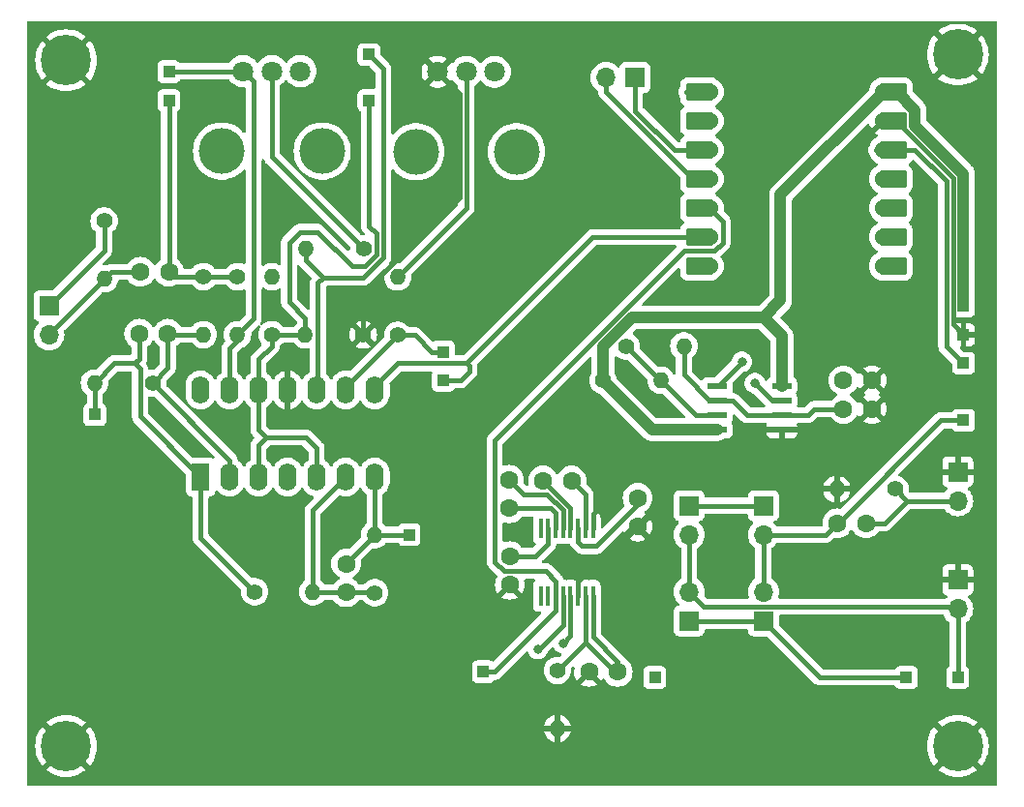
<source format=gtl>
%TF.GenerationSoftware,KiCad,Pcbnew,8.0.3*%
%TF.CreationDate,2025-02-15T10:37:39+01:00*%
%TF.ProjectId,pcb_v0,7063625f-7630-42e6-9b69-6361645f7063,rev?*%
%TF.SameCoordinates,Original*%
%TF.FileFunction,Copper,L1,Top*%
%TF.FilePolarity,Positive*%
%FSLAX46Y46*%
G04 Gerber Fmt 4.6, Leading zero omitted, Abs format (unit mm)*
G04 Created by KiCad (PCBNEW 8.0.3) date 2025-02-15 10:37:39*
%MOMM*%
%LPD*%
G01*
G04 APERTURE LIST*
G04 Aperture macros list*
%AMRoundRect*
0 Rectangle with rounded corners*
0 $1 Rounding radius*
0 $2 $3 $4 $5 $6 $7 $8 $9 X,Y pos of 4 corners*
0 Add a 4 corners polygon primitive as box body*
4,1,4,$2,$3,$4,$5,$6,$7,$8,$9,$2,$3,0*
0 Add four circle primitives for the rounded corners*
1,1,$1+$1,$2,$3*
1,1,$1+$1,$4,$5*
1,1,$1+$1,$6,$7*
1,1,$1+$1,$8,$9*
0 Add four rect primitives between the rounded corners*
20,1,$1+$1,$2,$3,$4,$5,0*
20,1,$1+$1,$4,$5,$6,$7,0*
20,1,$1+$1,$6,$7,$8,$9,0*
20,1,$1+$1,$8,$9,$2,$3,0*%
G04 Aperture macros list end*
%TA.AperFunction,ComponentPad*%
%ADD10C,1.600000*%
%TD*%
%TA.AperFunction,ComponentPad*%
%ADD11R,1.000000X1.000000*%
%TD*%
%TA.AperFunction,ComponentPad*%
%ADD12C,1.400000*%
%TD*%
%TA.AperFunction,ComponentPad*%
%ADD13O,1.400000X1.400000*%
%TD*%
%TA.AperFunction,ComponentPad*%
%ADD14R,1.700000X1.700000*%
%TD*%
%TA.AperFunction,ComponentPad*%
%ADD15O,1.700000X1.700000*%
%TD*%
%TA.AperFunction,ComponentPad*%
%ADD16C,2.600000*%
%TD*%
%TA.AperFunction,ConnectorPad*%
%ADD17C,4.400000*%
%TD*%
%TA.AperFunction,SMDPad,CuDef*%
%ADD18R,0.355600X1.778000*%
%TD*%
%TA.AperFunction,SMDPad,CuDef*%
%ADD19R,1.663700X0.558800*%
%TD*%
%TA.AperFunction,WasherPad*%
%ADD20C,4.000000*%
%TD*%
%TA.AperFunction,ComponentPad*%
%ADD21C,1.800000*%
%TD*%
%TA.AperFunction,ComponentPad*%
%ADD22O,1.600000X2.400000*%
%TD*%
%TA.AperFunction,ComponentPad*%
%ADD23R,1.600000X2.400000*%
%TD*%
%TA.AperFunction,SMDPad,CuDef*%
%ADD24RoundRect,0.152400X1.063600X0.609600X-1.063600X0.609600X-1.063600X-0.609600X1.063600X-0.609600X0*%
%TD*%
%TA.AperFunction,ComponentPad*%
%ADD25C,1.524000*%
%TD*%
%TA.AperFunction,SMDPad,CuDef*%
%ADD26RoundRect,0.152400X-1.063600X-0.609600X1.063600X-0.609600X1.063600X0.609600X-1.063600X0.609600X0*%
%TD*%
%TA.AperFunction,ViaPad*%
%ADD27C,0.800000*%
%TD*%
%TA.AperFunction,Conductor*%
%ADD28C,0.400000*%
%TD*%
%TA.AperFunction,Conductor*%
%ADD29C,1.000000*%
%TD*%
G04 APERTURE END LIST*
D10*
%TO.P,C10,1*%
%TO.N,Net-(C10-Pad1)*%
X190000000Y-68500000D03*
%TO.P,C10,2*%
%TO.N,trans_rcv*%
X192500000Y-68500000D03*
%TD*%
D11*
%TO.P,TP2,1,1*%
%TO.N,PWM_MAX*%
X220000000Y-103500000D03*
%TD*%
D12*
%TO.P,R5,1*%
%TO.N,GND*%
X209500000Y-74000000D03*
D13*
%TO.P,R5,2*%
%TO.N,aop_offset*%
X204420000Y-74000000D03*
%TD*%
D11*
%TO.P,TP14,1,1*%
%TO.N,Net-(U2C-+)*%
X210000000Y-49500000D03*
%TD*%
%TO.P,TP6,1,1*%
%TO.N,aop_offset*%
X210000000Y-53500000D03*
%TD*%
D10*
%TO.P,C12,1*%
%TO.N,GND*%
X254000000Y-78000000D03*
%TO.P,C12,2*%
%TO.N,Net-(C7-CVOLT)*%
X251500000Y-78000000D03*
%TD*%
D12*
%TO.P,R10,1*%
%TO.N,Net-(U2C--)*%
X212500000Y-74040000D03*
D13*
%TO.P,R10,2*%
%TO.N,Net-(R10-Pad2)*%
X212500000Y-68960000D03*
%TD*%
D14*
%TO.P,LS2,1,1*%
%TO.N,GND*%
X261500000Y-95460000D03*
D15*
%TO.P,LS2,2,2*%
%TO.N,emit_nf*%
X261500000Y-98000000D03*
%TD*%
D11*
%TO.P,TP10,1,1*%
%TO.N,trans_rcv*%
X192500000Y-53500000D03*
%TD*%
D12*
%TO.P,R8,1*%
%TO.N,Net-(R8-Pad1)*%
X209540000Y-66500000D03*
D13*
%TO.P,R8,2*%
%TO.N,Net-(U2C-+)*%
X204460000Y-66500000D03*
%TD*%
D10*
%TO.P,C16,1*%
%TO.N,GND*%
X222310267Y-95882914D03*
%TO.P,C16,2*%
%TO.N,Net-(U1-V-)*%
X222310267Y-93382914D03*
%TD*%
%TO.P,C19,1*%
%TO.N,Net-(U1-C2+)*%
X222252829Y-86695366D03*
%TO.P,C19,2*%
%TO.N,Net-(U1-C2-)*%
X222252829Y-89195366D03*
%TD*%
D11*
%TO.P,TP15,1,1*%
%TO.N,+5V*%
X262000000Y-71500000D03*
%TD*%
%TO.P,TP8,1,1*%
%TO.N,aop_stage_1_out*%
X186000000Y-81000000D03*
%TD*%
D10*
%TO.P,C3,1*%
%TO.N,aop_stage_2_out*%
X208000000Y-94040000D03*
%TO.P,C3,2*%
%TO.N,Net-(U2B--)*%
X208000000Y-96540000D03*
%TD*%
D14*
%TO.P,LS1,1,1*%
%TO.N,GND*%
X261500000Y-86000000D03*
D15*
%TO.P,LS1,2,2*%
%TO.N,Net-(C6-Pad1)*%
X261500000Y-88540000D03*
%TD*%
D16*
%TO.P,H2,1,1*%
%TO.N,GND*%
X261500000Y-110000000D03*
D17*
X261500000Y-110000000D03*
%TD*%
D11*
%TO.P,TP17,1,1*%
%TO.N,+3.3V*%
X262000000Y-76500000D03*
%TD*%
%TO.P,TP3,1,1*%
%TO.N,MAX_PULSE*%
X235000000Y-104000000D03*
%TD*%
D12*
%TO.P,R3,1*%
%TO.N,Net-(C6-Pad1)*%
X256000000Y-87500000D03*
D13*
%TO.P,R3,2*%
%TO.N,GND*%
X250920000Y-87500000D03*
%TD*%
D10*
%TO.P,C2,1*%
%TO.N,aop_stage_1_out*%
X189898300Y-73923000D03*
%TO.P,C2,2*%
%TO.N,Net-(U2A--)*%
X192398300Y-73923000D03*
%TD*%
D14*
%TO.P,LS3,1,1*%
%TO.N,emit_pwm_2*%
X233275000Y-51500000D03*
D15*
%TO.P,LS3,2,2*%
%TO.N,emit_pwm_1*%
X230735000Y-51500000D03*
%TD*%
D10*
%TO.P,C18,1*%
%TO.N,Net-(U1-C1-)*%
X225220504Y-86763787D03*
%TO.P,C18,2*%
%TO.N,Net-(U1-C1+)*%
X227720504Y-86763787D03*
%TD*%
D14*
%TO.P,LS4,1,1*%
%TO.N,Net-(LS4-Pad1)*%
X182000000Y-71460000D03*
D15*
%TO.P,LS4,2,2*%
%TO.N,Net-(C10-Pad1)*%
X182000000Y-74000000D03*
%TD*%
D10*
%TO.P,C15,1*%
%TO.N,GND*%
X233500000Y-90790000D03*
%TO.P,C15,2*%
%TO.N,Net-(U1-V+)*%
X233500000Y-88290000D03*
%TD*%
D12*
%TO.P,R12,1*%
%TO.N,+5V*%
X230460000Y-78000000D03*
D13*
%TO.P,R12,2*%
%TO.N,Net-(C7-DIS)*%
X235540000Y-78000000D03*
%TD*%
D11*
%TO.P,TP13,1,1*%
%TO.N,Net-(U2D--)*%
X192500000Y-51000000D03*
%TD*%
D12*
%TO.P,R14,1*%
%TO.N,aop_stage_1_out*%
X200000000Y-96500000D03*
D13*
%TO.P,R14,2*%
%TO.N,Net-(U2B--)*%
X205080000Y-96500000D03*
%TD*%
D14*
%TO.P,J1,1,Pin_1*%
%TO.N,555_PULSE*%
X244500000Y-99040000D03*
D15*
%TO.P,J1,2,Pin_2*%
%TO.N,emit_f*%
X244500000Y-96500000D03*
%TD*%
D11*
%TO.P,TP4,1,1*%
%TO.N,emit_nf*%
X261500000Y-104000000D03*
%TD*%
%TO.P,TP7,1,1*%
%TO.N,aop_stage_2_out*%
X213500000Y-91500000D03*
%TD*%
D12*
%TO.P,R4,1*%
%TO.N,trans_rcv*%
X198500000Y-68920000D03*
D13*
%TO.P,R4,2*%
%TO.N,Net-(U2D--)*%
X198500000Y-74000000D03*
%TD*%
D14*
%TO.P,J4,1,Pin_1*%
%TO.N,MAX_PULSE*%
X238000000Y-88960000D03*
D15*
%TO.P,J4,2,Pin_2*%
%TO.N,emit_nf*%
X238000000Y-91500000D03*
%TD*%
D10*
%TO.P,C6,1*%
%TO.N,Net-(C6-Pad1)*%
X253460000Y-90500000D03*
%TO.P,C6,2*%
%TO.N,emit_f*%
X250960000Y-90500000D03*
%TD*%
D18*
%TO.P,U1,1,\u002AEN*%
%TO.N,GND*%
X229577567Y-90916958D03*
%TO.P,U1,2,C1+*%
%TO.N,Net-(U1-C1+)*%
X228927569Y-90916958D03*
%TO.P,U1,3,V+*%
%TO.N,Net-(U1-V+)*%
X228277567Y-90916958D03*
%TO.P,U1,4,C1-*%
%TO.N,Net-(U1-C1-)*%
X227627569Y-90916958D03*
%TO.P,U1,5,C2+*%
%TO.N,Net-(U1-C2+)*%
X226977570Y-90916958D03*
%TO.P,U1,6,C2-*%
%TO.N,Net-(U1-C2-)*%
X226327569Y-90916958D03*
%TO.P,U1,7,V-*%
%TO.N,Net-(U1-V-)*%
X225677570Y-90916958D03*
%TO.P,U1,8,RIN*%
%TO.N,unconnected-(U1-RIN-Pad8)*%
X225027569Y-90916958D03*
%TO.P,U1,9,ROUT*%
%TO.N,unconnected-(U1-ROUT-Pad9)*%
X225027569Y-96860558D03*
%TO.P,U1,10,\u002AINVALID*%
%TO.N,unconnected-(U1-\u002AINVALID-Pad10)*%
X225677567Y-96860558D03*
%TO.P,U1,11,DIN*%
%TO.N,PWM_MAX*%
X226327569Y-96860558D03*
%TO.P,U1,12,FORCEON*%
%TO.N,+3.3V*%
X226977567Y-96860558D03*
%TO.P,U1,13,DOUT*%
%TO.N,MAX_PULSE*%
X227627566Y-96860558D03*
%TO.P,U1,14,GND*%
%TO.N,GND*%
X228277567Y-96860558D03*
%TO.P,U1,15,VCC*%
%TO.N,+3.3V*%
X228927566Y-96860558D03*
%TO.P,U1,16,\u002AFORCEOFF*%
X229577567Y-96860558D03*
%TD*%
D14*
%TO.P,J2,1,Pin_1*%
%TO.N,MAX_PULSE*%
X244500000Y-88960000D03*
D15*
%TO.P,J2,2,Pin_2*%
%TO.N,emit_f*%
X244500000Y-91500000D03*
%TD*%
D11*
%TO.P,TP1,1,1*%
%TO.N,555_PULSE*%
X257000000Y-104000000D03*
%TD*%
%TO.P,TP9,1,1*%
%TO.N,comparator_out*%
X216500000Y-78000000D03*
%TD*%
D16*
%TO.P,H3,1,1*%
%TO.N,GND*%
X183500000Y-110000000D03*
D17*
X183500000Y-110000000D03*
%TD*%
D19*
%TO.P,C7,1,GND*%
%TO.N,GND*%
X246111500Y-82310000D03*
%TO.P,C7,2,TRIG*%
%TO.N,Net-(C7-THR)*%
X246111500Y-81040000D03*
%TO.P,C7,3,OUT*%
%TO.N,555_PULSE*%
X246111500Y-79770000D03*
%TO.P,C7,4,RST*%
%TO.N,+5V*%
X246111500Y-78500000D03*
%TO.P,C7,5,CVOLT*%
%TO.N,Net-(C7-CVOLT)*%
X240460000Y-78500000D03*
%TO.P,C7,6,THR*%
%TO.N,Net-(C7-THR)*%
X240460000Y-79770000D03*
%TO.P,C7,7,DIS*%
%TO.N,Net-(C7-DIS)*%
X240460000Y-81040000D03*
%TO.P,C7,8,+VCC*%
%TO.N,+5V*%
X240460000Y-82310000D03*
%TD*%
D12*
%TO.P,R16,1*%
%TO.N,+3.3V*%
X226481625Y-103384540D03*
D13*
%TO.P,R16,2*%
%TO.N,GND*%
X226481625Y-108464540D03*
%TD*%
D16*
%TO.P,H1,1,1*%
%TO.N,GND*%
X261500000Y-49500000D03*
D17*
X261500000Y-49500000D03*
%TD*%
D10*
%TO.P,C1,1*%
%TO.N,GND*%
X229250000Y-103500000D03*
%TO.P,C1,2*%
%TO.N,+3.3V*%
X231750000Y-103500000D03*
%TD*%
D20*
%TO.P,RV1,*%
%TO.N,*%
X205900000Y-57950000D03*
X197100000Y-57950000D03*
D21*
%TO.P,RV1,1,1*%
%TO.N,Net-(U2D--)*%
X199000000Y-50950000D03*
%TO.P,RV1,2,2*%
%TO.N,Net-(R8-Pad1)*%
X201500000Y-50950000D03*
%TO.P,RV1,3,3*%
%TO.N,unconnected-(RV1-Pad3)*%
X204000000Y-50950000D03*
%TD*%
D11*
%TO.P,TP16,1,1*%
%TO.N,GND*%
X262000000Y-74000000D03*
%TD*%
D16*
%TO.P,H4,1,1*%
%TO.N,GND*%
X183500000Y-50000000D03*
D17*
X183500000Y-50000000D03*
%TD*%
D12*
%TO.P,R13,1*%
%TO.N,Net-(C7-DIS)*%
X232460000Y-75000000D03*
D13*
%TO.P,R13,2*%
%TO.N,Net-(C7-THR)*%
X237540000Y-75000000D03*
%TD*%
D10*
%TO.P,C13,1*%
%TO.N,Net-(C7-THR)*%
X251500000Y-80500000D03*
%TO.P,C13,2*%
%TO.N,GND*%
X254000000Y-80500000D03*
%TD*%
D12*
%TO.P,R7,1*%
%TO.N,Net-(U2B--)*%
X210500000Y-96580000D03*
D13*
%TO.P,R7,2*%
%TO.N,aop_stage_2_out*%
X210500000Y-91500000D03*
%TD*%
D12*
%TO.P,R6,1*%
%TO.N,Net-(U2A--)*%
X191055052Y-78237299D03*
D13*
%TO.P,R6,2*%
%TO.N,aop_stage_1_out*%
X185975052Y-78237299D03*
%TD*%
D12*
%TO.P,R9,1*%
%TO.N,Net-(LS4-Pad1)*%
X186820346Y-64043663D03*
D13*
%TO.P,R9,2*%
%TO.N,Net-(C10-Pad1)*%
X186820346Y-69123663D03*
%TD*%
D22*
%TO.P,U2,14*%
%TO.N,Net-(U2C-+)*%
X195260000Y-78840000D03*
%TO.P,U2,13,-*%
%TO.N,Net-(U2D--)*%
X197800000Y-78840000D03*
%TO.P,U2,12,+*%
%TO.N,aop_offset*%
X200340000Y-78840000D03*
%TO.P,U2,11,V-*%
%TO.N,GND*%
X202880000Y-78840000D03*
%TO.P,U2,10,+*%
%TO.N,Net-(U2C-+)*%
X205420000Y-78840000D03*
%TO.P,U2,9,-*%
%TO.N,Net-(U2C--)*%
X207960000Y-78840000D03*
%TO.P,U2,8*%
%TO.N,comparator_out*%
X210500000Y-78840000D03*
%TO.P,U2,7*%
%TO.N,aop_stage_2_out*%
X210500000Y-86460000D03*
%TO.P,U2,6,-*%
%TO.N,Net-(U2B--)*%
X207960000Y-86460000D03*
%TO.P,U2,5,+*%
%TO.N,aop_offset*%
X205420000Y-86460000D03*
%TO.P,U2,4,V+*%
%TO.N,+3.3V*%
X202880000Y-86460000D03*
%TO.P,U2,3,+*%
%TO.N,aop_offset*%
X200340000Y-86460000D03*
%TO.P,U2,2,-*%
%TO.N,Net-(U2A--)*%
X197800000Y-86460000D03*
D23*
%TO.P,U2,1*%
%TO.N,aop_stage_1_out*%
X195260000Y-86460000D03*
%TD*%
D11*
%TO.P,TP5,1,1*%
%TO.N,emit_f*%
X262000000Y-81500000D03*
%TD*%
D12*
%TO.P,R2,1*%
%TO.N,aop_offset*%
X201500000Y-74000000D03*
D13*
%TO.P,R2,2*%
%TO.N,+3.3V*%
X201500000Y-68920000D03*
%TD*%
D14*
%TO.P,J3,1,Pin_1*%
%TO.N,555_PULSE*%
X238000000Y-99040000D03*
D15*
%TO.P,J3,2,Pin_2*%
%TO.N,emit_nf*%
X238000000Y-96500000D03*
%TD*%
D11*
%TO.P,TP11,1,1*%
%TO.N,Net-(U2C--)*%
X216500000Y-75500000D03*
%TD*%
D12*
%TO.P,R1,1*%
%TO.N,trans_rcv*%
X195500000Y-68920000D03*
D13*
%TO.P,R1,2*%
%TO.N,Net-(U2A--)*%
X195500000Y-74000000D03*
%TD*%
D20*
%TO.P,RV2,*%
%TO.N,*%
X222900000Y-58000000D03*
X214100000Y-58000000D03*
D21*
%TO.P,RV2,1,1*%
%TO.N,GND*%
X216000000Y-51000000D03*
%TO.P,RV2,2,2*%
%TO.N,Net-(R10-Pad2)*%
X218500000Y-51000000D03*
%TO.P,RV2,3,3*%
%TO.N,+3.3V*%
X221000000Y-51000000D03*
%TD*%
D24*
%TO.P,U3,1,GPIO2/A0/D0*%
%TO.N,aop_stage_1_out*%
X238925000Y-52760000D03*
D25*
X239760000Y-52760000D03*
D24*
%TO.P,U3,2,GPIO3/A1/D1*%
%TO.N,aop_stage_2_out*%
X238925000Y-55300000D03*
D25*
X239760000Y-55300000D03*
D24*
%TO.P,U3,3,GPIO4/A2/D2*%
%TO.N,emit_pwm_2*%
X238925000Y-57840000D03*
D25*
X239760000Y-57840000D03*
D24*
%TO.P,U3,4,GPIO5/A3/D3*%
%TO.N,emit_pwm_1*%
X238925000Y-60380000D03*
D25*
X239760000Y-60380000D03*
D24*
%TO.P,U3,5,GPIO6/D4/SDA*%
%TO.N,PWM_MAX*%
X238925000Y-62920000D03*
D25*
X239760000Y-62920000D03*
D24*
%TO.P,U3,6,GPIO7/D5/SCL*%
%TO.N,comparator_out*%
X238925000Y-65460000D03*
D25*
X239760000Y-65460000D03*
D24*
%TO.P,U3,7,GPIO21/D6/TX*%
%TO.N,unconnected-(U3-GPIO21{slash}D6{slash}TX-Pad7)*%
X238925000Y-68000000D03*
D25*
X239760000Y-68000000D03*
%TO.P,U3,8,GPIO20/D7/RX*%
%TO.N,unconnected-(U3-GPIO20{slash}D7{slash}RX-Pad8)*%
X255000000Y-68000000D03*
D26*
X255835000Y-68000000D03*
D25*
%TO.P,U3,9,GPIO8/D8/SCK*%
%TO.N,unconnected-(U3-GPIO8{slash}D8{slash}SCK-Pad9)*%
X255000000Y-65460000D03*
D26*
X255835000Y-65460000D03*
D25*
%TO.P,U3,10,GPIO9/D9/MISO*%
%TO.N,unconnected-(U3-GPIO9{slash}D9{slash}MISO-Pad10)*%
X255000000Y-62920000D03*
D26*
X255835000Y-62920000D03*
D25*
%TO.P,U3,11,GPIO10/D10/MOSI*%
%TO.N,unconnected-(U3-GPIO10{slash}D10{slash}MOSI-Pad11)*%
X255000000Y-60380000D03*
D26*
X255835000Y-60380000D03*
D25*
%TO.P,U3,12,VCC_3V3*%
%TO.N,+3.3V*%
X255000000Y-57840000D03*
D26*
X255835000Y-57840000D03*
D25*
%TO.P,U3,13,GND*%
%TO.N,GND*%
X255000000Y-55300000D03*
D26*
X255835000Y-55300000D03*
D25*
%TO.P,U3,14,VBUS*%
%TO.N,+5V*%
X255000000Y-52760000D03*
D26*
X255835000Y-52760000D03*
%TD*%
D27*
%TO.N,GND*%
X221500000Y-77500000D03*
X201250000Y-63500000D03*
X202750000Y-84250000D03*
X191500000Y-80750000D03*
X241000000Y-90250000D03*
X232250000Y-77000000D03*
X204250000Y-69500000D03*
X240500000Y-75500000D03*
X235750000Y-80500000D03*
X204845015Y-63656532D03*
X206500000Y-90000000D03*
X248000000Y-76750000D03*
X223000000Y-91250000D03*
X241000000Y-94500000D03*
X199170908Y-76165620D03*
X209000000Y-90000000D03*
X249500000Y-79000000D03*
X201500000Y-72250000D03*
X201207618Y-60324292D03*
X241000000Y-92250000D03*
X194750000Y-84000000D03*
X191159973Y-76064975D03*
X241000000Y-96500000D03*
X206500000Y-92500000D03*
%TO.N,555_PULSE*%
X243750000Y-78250000D03*
%TO.N,Net-(C7-CVOLT)*%
X242625000Y-76375000D03*
%TO.N,MAX_PULSE*%
X227000000Y-101000000D03*
%TO.N,GND*%
X221500000Y-71750000D03*
X224000000Y-69250000D03*
X226750000Y-66500000D03*
X229000000Y-64250000D03*
X231750000Y-61500000D03*
X236250000Y-64000000D03*
X236250000Y-61000000D03*
X234500000Y-58750000D03*
X235250000Y-67000000D03*
X232000000Y-68250000D03*
X228500000Y-70500000D03*
X224250000Y-74750000D03*
%TO.N,+3.3V*%
X224750000Y-101500000D03*
%TD*%
D28*
%TO.N,+3.3V*%
X226977567Y-99396194D02*
X226977567Y-96860558D01*
X224873761Y-101500000D02*
X226977567Y-99396194D01*
X224750000Y-101500000D02*
X224873761Y-101500000D01*
%TO.N,MAX_PULSE*%
X227627566Y-100372434D02*
X227627566Y-96860558D01*
X227000000Y-101000000D02*
X227627566Y-100372434D01*
%TO.N,Net-(C7-CVOLT)*%
X240500000Y-78500000D02*
X240460000Y-78500000D01*
X242625000Y-76375000D02*
X240500000Y-78500000D01*
%TO.N,555_PULSE*%
X245270000Y-79770000D02*
X246111500Y-79770000D01*
X243750000Y-78250000D02*
X245270000Y-79770000D01*
%TO.N,MAX_PULSE*%
X244500000Y-88960000D02*
X238000000Y-88960000D01*
%TO.N,GND*%
X216348629Y-63555736D02*
X209500000Y-70404365D01*
X261100000Y-60322370D02*
X261100000Y-73100000D01*
X228277567Y-95571558D02*
X233059125Y-90790000D01*
X256077630Y-55300000D02*
X261100000Y-60322370D01*
X233059125Y-90790000D02*
X233500000Y-90790000D01*
X261100000Y-73100000D02*
X262000000Y-74000000D01*
X216348629Y-63551371D02*
X217900000Y-62000000D01*
X228277567Y-96860558D02*
X228277567Y-95571558D01*
X209500000Y-70404365D02*
X209500000Y-74000000D01*
X255835000Y-55300000D02*
X255000000Y-55300000D01*
X235000000Y-87500000D02*
X235000000Y-89290000D01*
X222310267Y-95882914D02*
X218250000Y-99943181D01*
X229577567Y-89672433D02*
X232750000Y-86500000D01*
X234000000Y-86500000D02*
X235000000Y-87500000D01*
X235000000Y-89290000D02*
X233500000Y-90790000D01*
X221714540Y-108464540D02*
X226481625Y-108464540D01*
X216000000Y-51000000D02*
X217900000Y-52900000D01*
X255000000Y-55300000D02*
X256077630Y-55300000D01*
X216348629Y-63555736D02*
X216348629Y-63551371D01*
X232750000Y-86500000D02*
X234000000Y-86500000D01*
X229577567Y-90916958D02*
X229577567Y-89672433D01*
X217900000Y-52900000D02*
X217900000Y-62000000D01*
X218250000Y-99943181D02*
X218250000Y-105000000D01*
X218250000Y-105000000D02*
X221714540Y-108464540D01*
%TO.N,PWM_MAX*%
X237585309Y-66622000D02*
X221000000Y-83207309D01*
X240922000Y-65941317D02*
X240241317Y-66622000D01*
X221000000Y-83207309D02*
X221000000Y-93869704D01*
X226327569Y-95571558D02*
X226327569Y-96860558D01*
X220977127Y-103500000D02*
X226327569Y-98149558D01*
X240922000Y-64082000D02*
X240922000Y-65941317D01*
X226327569Y-98149558D02*
X226327569Y-96860558D01*
X225438925Y-94682914D02*
X226327569Y-95571558D01*
X220000000Y-103500000D02*
X220977127Y-103500000D01*
X221000000Y-93869704D02*
X221813210Y-94682914D01*
X239760000Y-62920000D02*
X240922000Y-64082000D01*
X221813210Y-94682914D02*
X225438925Y-94682914D01*
X240241317Y-66622000D02*
X237585309Y-66622000D01*
%TO.N,+3.3V*%
X231750000Y-103500000D02*
X231750000Y-102625000D01*
X255000000Y-57840000D02*
X254340000Y-57840000D01*
X255000000Y-57840000D02*
X257769102Y-57840000D01*
X229577567Y-100452567D02*
X229577567Y-96860558D01*
X226481625Y-103384540D02*
X228927566Y-100938599D01*
X260500000Y-60570898D02*
X260500000Y-75000000D01*
X228927566Y-100938599D02*
X228927566Y-100000000D01*
X260500000Y-75000000D02*
X262000000Y-76500000D01*
X228927566Y-96860558D02*
X228927566Y-100000000D01*
X231500000Y-103500000D02*
X231750000Y-103500000D01*
X228927566Y-100927566D02*
X231500000Y-103500000D01*
X257769102Y-57840000D02*
X260500000Y-60570898D01*
X228927566Y-100000000D02*
X228927566Y-100927566D01*
X231750000Y-102625000D02*
X229577567Y-100452567D01*
D29*
%TO.N,+5V*%
X246111500Y-74111500D02*
X246111500Y-78500000D01*
X230460000Y-75020101D02*
X230460000Y-78000000D01*
X232980101Y-72500000D02*
X230460000Y-75020101D01*
X257751000Y-55700578D02*
X262000000Y-59949578D01*
X257751000Y-54333102D02*
X257751000Y-55700578D01*
X255000000Y-52760000D02*
X256177898Y-52760000D01*
X245000000Y-73000000D02*
X244500000Y-72500000D01*
X256177898Y-52760000D02*
X257751000Y-54333102D01*
X246000000Y-61760000D02*
X246000000Y-71000000D01*
X234770000Y-82310000D02*
X240460000Y-82310000D01*
X255000000Y-52760000D02*
X246000000Y-61760000D01*
X262000000Y-59949578D02*
X262000000Y-71500000D01*
X246000000Y-71000000D02*
X244500000Y-72500000D01*
X244500000Y-72500000D02*
X232980101Y-72500000D01*
X230460000Y-78000000D02*
X234770000Y-82310000D01*
X245000000Y-73000000D02*
X246111500Y-74111500D01*
D28*
%TO.N,555_PULSE*%
X249460000Y-104000000D02*
X244500000Y-99040000D01*
X257000000Y-104000000D02*
X249460000Y-104000000D01*
X238000000Y-99040000D02*
X244500000Y-99040000D01*
%TO.N,emit_f*%
X251000000Y-90500000D02*
X260000000Y-81500000D01*
X249960000Y-91500000D02*
X250960000Y-90500000D01*
X244500000Y-96500000D02*
X244500000Y-91500000D01*
X260000000Y-81500000D02*
X262000000Y-81500000D01*
X244500000Y-91500000D02*
X249960000Y-91500000D01*
X250960000Y-90500000D02*
X251000000Y-90500000D01*
%TO.N,Net-(C6-Pad1)*%
X253460000Y-90500000D02*
X255080000Y-90500000D01*
X257040000Y-88540000D02*
X261500000Y-88540000D01*
X255080000Y-90500000D02*
X257040000Y-88540000D01*
X256000000Y-87500000D02*
X257040000Y-88540000D01*
%TO.N,emit_nf*%
X261500000Y-98000000D02*
X261290000Y-97790000D01*
X261290000Y-97790000D02*
X239290000Y-97790000D01*
X261500000Y-98000000D02*
X261500000Y-104000000D01*
X238000000Y-96500000D02*
X238000000Y-91500000D01*
X239290000Y-97790000D02*
X238000000Y-96500000D01*
%TO.N,emit_pwm_1*%
X230735000Y-51500000D02*
X230735000Y-52735000D01*
X238380000Y-60380000D02*
X239760000Y-60380000D01*
X230735000Y-52735000D02*
X238380000Y-60380000D01*
%TO.N,emit_pwm_2*%
X233275000Y-54426472D02*
X236688528Y-57840000D01*
X233275000Y-51500000D02*
X233275000Y-54426472D01*
X236688528Y-57840000D02*
X239760000Y-57840000D01*
%TO.N,Net-(LS4-Pad1)*%
X186820346Y-66639654D02*
X182000000Y-71460000D01*
X186820346Y-64043663D02*
X186820346Y-66639654D01*
%TO.N,Net-(C10-Pad1)*%
X186820346Y-69123663D02*
X182000000Y-73944009D01*
X187444009Y-68500000D02*
X186820346Y-69123663D01*
X182000000Y-73944009D02*
X182000000Y-74000000D01*
X190000000Y-68500000D02*
X187444009Y-68500000D01*
%TO.N,aop_stage_2_out*%
X210500000Y-86460000D02*
X210500000Y-91500000D01*
X208000000Y-94000000D02*
X210500000Y-91500000D01*
X213500000Y-91500000D02*
X210500000Y-91500000D01*
X208000000Y-94040000D02*
X208000000Y-94000000D01*
%TO.N,aop_stage_1_out*%
X185975052Y-77846248D02*
X185975052Y-78237299D01*
X237740000Y-52760000D02*
X239760000Y-52760000D01*
X186000000Y-78262247D02*
X185975052Y-78237299D01*
X186000000Y-81000000D02*
X186000000Y-78262247D01*
X189898300Y-73923000D02*
X189898300Y-76101700D01*
X189898300Y-76101700D02*
X189500000Y-76500000D01*
X189955052Y-76955052D02*
X189955052Y-81155052D01*
X195260000Y-91760000D02*
X195260000Y-86460000D01*
X187712351Y-76500000D02*
X185975052Y-78237299D01*
X189955052Y-81155052D02*
X195260000Y-86460000D01*
X189000000Y-76500000D02*
X189500000Y-76500000D01*
X189000000Y-76500000D02*
X187712351Y-76500000D01*
X189500000Y-76500000D02*
X189955052Y-76955052D01*
X200000000Y-96500000D02*
X195260000Y-91760000D01*
%TO.N,trans_rcv*%
X198500000Y-68920000D02*
X195500000Y-68920000D01*
X192500000Y-53500000D02*
X192500000Y-68500000D01*
X192920000Y-68920000D02*
X192500000Y-68500000D01*
X195500000Y-68920000D02*
X192920000Y-68920000D01*
%TO.N,aop_offset*%
X201000000Y-83000000D02*
X200340000Y-82340000D01*
X203952182Y-65000000D02*
X205500000Y-65000000D01*
X209651472Y-68000000D02*
X210640000Y-67011472D01*
X201500000Y-75000000D02*
X200340000Y-76160000D01*
X204420000Y-74000000D02*
X201500000Y-74000000D01*
X203000000Y-71160000D02*
X203000000Y-65952182D01*
X200340000Y-82340000D02*
X200340000Y-78840000D01*
X208500000Y-68000000D02*
X209651472Y-68000000D01*
X205500000Y-65000000D02*
X208500000Y-68000000D01*
X200340000Y-76160000D02*
X200340000Y-78840000D01*
X201000000Y-83000000D02*
X202000000Y-83000000D01*
X205420000Y-83920000D02*
X205420000Y-86460000D01*
X202000000Y-83000000D02*
X204500000Y-83000000D01*
X200340000Y-86460000D02*
X200340000Y-83660000D01*
X200340000Y-83660000D02*
X201000000Y-83000000D01*
X210640000Y-67011472D02*
X210640000Y-65140000D01*
X201500000Y-74000000D02*
X201500000Y-75000000D01*
X203000000Y-65952182D02*
X203952182Y-65000000D01*
X210640000Y-65140000D02*
X210000000Y-64500000D01*
X204420000Y-72580000D02*
X203000000Y-71160000D01*
X204420000Y-74000000D02*
X204420000Y-72580000D01*
X210000000Y-64500000D02*
X210000000Y-53500000D01*
X204500000Y-83000000D02*
X205420000Y-83920000D01*
%TO.N,Net-(U2A--)*%
X195500000Y-74000000D02*
X192475300Y-74000000D01*
X192475300Y-74000000D02*
X192398300Y-73923000D01*
X192398300Y-73923000D02*
X192398300Y-76894051D01*
X192398300Y-76894051D02*
X191055052Y-78237299D01*
X197800000Y-84982247D02*
X191055052Y-78237299D01*
X197800000Y-86460000D02*
X197800000Y-84982247D01*
%TO.N,Net-(U2C--)*%
X207960000Y-78840000D02*
X207960000Y-78580000D01*
X207960000Y-78580000D02*
X212500000Y-74040000D01*
X212500000Y-74040000D02*
X214000000Y-74040000D01*
X214000000Y-74040000D02*
X215460000Y-75500000D01*
X215460000Y-75500000D02*
X216500000Y-75500000D01*
%TO.N,Net-(C7-THR)*%
X251500000Y-80500000D02*
X248960000Y-80500000D01*
X248960000Y-80500000D02*
X248420000Y-81040000D01*
X248420000Y-81040000D02*
X246111500Y-81040000D01*
X237540000Y-77491250D02*
X239818750Y-79770000D01*
X246111500Y-81040000D02*
X243040000Y-81040000D01*
X237540000Y-75000000D02*
X237540000Y-77491250D01*
X239818750Y-79770000D02*
X240460000Y-79770000D01*
X241770000Y-79770000D02*
X240460000Y-79770000D01*
X243040000Y-81040000D02*
X241770000Y-79770000D01*
%TO.N,Net-(C7-DIS)*%
X235540000Y-78000000D02*
X238580000Y-81040000D01*
X238580000Y-81040000D02*
X240460000Y-81040000D01*
X232460000Y-75000000D02*
X235460000Y-78000000D01*
X235460000Y-78000000D02*
X235540000Y-78000000D01*
%TO.N,Net-(U1-V+)*%
X228643811Y-92500000D02*
X229861325Y-92500000D01*
X229861325Y-92500000D02*
X233500000Y-88861325D01*
X228277567Y-92133756D02*
X228643811Y-92500000D01*
X233500000Y-88861325D02*
X233500000Y-88290000D01*
X228277567Y-90916958D02*
X228277567Y-92133756D01*
%TO.N,Net-(U1-V-)*%
X222310267Y-93382914D02*
X224572813Y-93382914D01*
X225677570Y-92278157D02*
X225677570Y-90916958D01*
X224572813Y-93382914D02*
X225677570Y-92278157D01*
%TO.N,Net-(U1-C1-)*%
X227627569Y-89170852D02*
X227627569Y-90916958D01*
X225220504Y-86763787D02*
X227627569Y-89170852D01*
%TO.N,Net-(U1-C1+)*%
X228927569Y-87970852D02*
X228927569Y-90916958D01*
X227720504Y-86763787D02*
X228927569Y-87970852D01*
%TO.N,Net-(U1-C2-)*%
X225894977Y-89195366D02*
X226327569Y-89627958D01*
X222252829Y-89195366D02*
X225894977Y-89195366D01*
X226327569Y-89627958D02*
X226327569Y-90916958D01*
%TO.N,Net-(U1-C2+)*%
X222252829Y-86695366D02*
X223521250Y-87963787D01*
X226977570Y-89369381D02*
X226977570Y-90916958D01*
X225571976Y-87963787D02*
X226977570Y-89369381D01*
X223521250Y-87963787D02*
X225571976Y-87963787D01*
%TO.N,Net-(U2D--)*%
X198500000Y-74000000D02*
X198500000Y-74500000D01*
X198500000Y-74500000D02*
X197800000Y-75200000D01*
X197800000Y-75200000D02*
X197800000Y-78840000D01*
X199900000Y-72600000D02*
X199900000Y-51850000D01*
X199000000Y-50950000D02*
X192550000Y-50950000D01*
X199900000Y-51850000D02*
X199000000Y-50950000D01*
X192550000Y-50950000D02*
X192500000Y-51000000D01*
X198500000Y-74000000D02*
X199900000Y-72600000D01*
%TO.N,Net-(R8-Pad1)*%
X201500000Y-58460000D02*
X209540000Y-66500000D01*
X201500000Y-50950000D02*
X201500000Y-58460000D01*
%TO.N,Net-(U2B--)*%
X205120000Y-96540000D02*
X205080000Y-96500000D01*
X208000000Y-96540000D02*
X210460000Y-96540000D01*
X208000000Y-96540000D02*
X205120000Y-96540000D01*
X205080000Y-89340000D02*
X205080000Y-96500000D01*
X210460000Y-96540000D02*
X210500000Y-96580000D01*
X207960000Y-86460000D02*
X205080000Y-89340000D01*
%TO.N,Net-(R10-Pad2)*%
X218500000Y-62960000D02*
X212500000Y-68960000D01*
X218500000Y-51000000D02*
X218500000Y-62960000D01*
%TO.N,comparator_out*%
X210500000Y-78500000D02*
X210500000Y-78840000D01*
X218750000Y-76750000D02*
X218750000Y-77250000D01*
X218500000Y-76500000D02*
X212500000Y-76500000D01*
X218750000Y-77250000D02*
X218000000Y-78000000D01*
X229540000Y-65460000D02*
X218500000Y-76500000D01*
X218500000Y-76500000D02*
X218750000Y-76750000D01*
X212500000Y-76500000D02*
X210500000Y-78500000D01*
X239760000Y-65460000D02*
X229540000Y-65460000D01*
X218000000Y-78000000D02*
X216500000Y-78000000D01*
%TO.N,Net-(U2C-+)*%
X205520000Y-69480000D02*
X206000000Y-69000000D01*
X211240000Y-50740000D02*
X211240000Y-67260000D01*
X205520000Y-78740000D02*
X205520000Y-69480000D01*
X209500000Y-69000000D02*
X206000000Y-69000000D01*
X206000000Y-69000000D02*
X204460000Y-67460000D01*
X205420000Y-78840000D02*
X205520000Y-78740000D01*
X204460000Y-67460000D02*
X204460000Y-66500000D01*
X210000000Y-49500000D02*
X211240000Y-50740000D01*
X211240000Y-67260000D02*
X209500000Y-69000000D01*
%TD*%
%TA.AperFunction,Conductor*%
%TO.N,GND*%
G36*
X243092540Y-89680185D02*
G01*
X243138295Y-89732989D01*
X243149501Y-89784500D01*
X243149501Y-89857876D01*
X243155908Y-89917483D01*
X243206202Y-90052328D01*
X243206206Y-90052335D01*
X243292452Y-90167544D01*
X243292455Y-90167547D01*
X243407664Y-90253793D01*
X243407671Y-90253797D01*
X243539081Y-90302810D01*
X243595015Y-90344681D01*
X243619432Y-90410145D01*
X243604580Y-90478418D01*
X243583430Y-90506673D01*
X243461503Y-90628600D01*
X243325965Y-90822169D01*
X243325964Y-90822171D01*
X243226098Y-91036335D01*
X243226094Y-91036344D01*
X243164938Y-91264586D01*
X243164936Y-91264596D01*
X243144341Y-91499999D01*
X243144341Y-91500000D01*
X243164936Y-91735403D01*
X243164938Y-91735413D01*
X243226094Y-91963655D01*
X243226096Y-91963659D01*
X243226097Y-91963663D01*
X243288404Y-92097280D01*
X243325965Y-92177830D01*
X243325967Y-92177834D01*
X243461501Y-92371395D01*
X243461506Y-92371402D01*
X243628597Y-92538494D01*
X243746623Y-92621136D01*
X243790248Y-92675713D01*
X243799500Y-92722711D01*
X243799500Y-95277288D01*
X243779815Y-95344327D01*
X243746624Y-95378863D01*
X243628594Y-95461508D01*
X243461505Y-95628597D01*
X243325965Y-95822169D01*
X243325964Y-95822171D01*
X243226098Y-96036335D01*
X243226094Y-96036344D01*
X243164938Y-96264586D01*
X243164936Y-96264596D01*
X243144341Y-96499999D01*
X243144341Y-96500000D01*
X243164936Y-96735403D01*
X243164938Y-96735413D01*
X243217990Y-96933407D01*
X243216327Y-97003257D01*
X243177164Y-97061119D01*
X243112936Y-97088623D01*
X243098215Y-97089500D01*
X239631518Y-97089500D01*
X239564479Y-97069815D01*
X239543837Y-97053181D01*
X239452161Y-96961505D01*
X239362650Y-96871993D01*
X239329166Y-96810672D01*
X239330557Y-96752221D01*
X239335063Y-96735408D01*
X239355659Y-96500000D01*
X239335063Y-96264592D01*
X239273903Y-96036337D01*
X239174035Y-95822171D01*
X239172386Y-95819815D01*
X239038494Y-95628597D01*
X238871404Y-95461508D01*
X238871401Y-95461505D01*
X238871396Y-95461501D01*
X238871393Y-95461499D01*
X238753376Y-95378861D01*
X238709751Y-95324284D01*
X238700500Y-95277287D01*
X238700500Y-92722711D01*
X238720185Y-92655672D01*
X238753377Y-92621136D01*
X238769331Y-92609965D01*
X238871401Y-92538495D01*
X239038495Y-92371401D01*
X239174035Y-92177830D01*
X239273903Y-91963663D01*
X239335063Y-91735408D01*
X239355659Y-91500000D01*
X239335063Y-91264592D01*
X239273903Y-91036337D01*
X239174035Y-90822171D01*
X239152686Y-90791682D01*
X239038496Y-90628600D01*
X239038495Y-90628599D01*
X238916567Y-90506671D01*
X238883084Y-90445351D01*
X238888068Y-90375659D01*
X238929939Y-90319725D01*
X238960915Y-90302810D01*
X239092331Y-90253796D01*
X239207546Y-90167546D01*
X239293796Y-90052331D01*
X239344091Y-89917483D01*
X239350500Y-89857873D01*
X239350500Y-89784500D01*
X239370185Y-89717461D01*
X239422989Y-89671706D01*
X239474500Y-89660500D01*
X243025501Y-89660500D01*
X243092540Y-89680185D01*
G37*
%TD.AperFunction*%
%TA.AperFunction,Conductor*%
G36*
X209301445Y-87403865D02*
G01*
X209340483Y-87448917D01*
X209375698Y-87518029D01*
X209387715Y-87541614D01*
X209508028Y-87707213D01*
X209652784Y-87851969D01*
X209748385Y-87921426D01*
X209791051Y-87976755D01*
X209799500Y-88021744D01*
X209799500Y-90459365D01*
X209779815Y-90526404D01*
X209759039Y-90551002D01*
X209609018Y-90687764D01*
X209474943Y-90865308D01*
X209474938Y-90865316D01*
X209375775Y-91064461D01*
X209375769Y-91064476D01*
X209314885Y-91278462D01*
X209314884Y-91278464D01*
X209294357Y-91499999D01*
X209294357Y-91500001D01*
X209307217Y-91638793D01*
X209293802Y-91707362D01*
X209271427Y-91737914D01*
X208293587Y-92715754D01*
X208232264Y-92749239D01*
X208195099Y-92751601D01*
X208000002Y-92734532D01*
X207999998Y-92734532D01*
X207773313Y-92754364D01*
X207773302Y-92754366D01*
X207553511Y-92813258D01*
X207553502Y-92813261D01*
X207347267Y-92909431D01*
X207347265Y-92909432D01*
X207160858Y-93039954D01*
X206999954Y-93200858D01*
X206869432Y-93387265D01*
X206869431Y-93387267D01*
X206773261Y-93593502D01*
X206773258Y-93593511D01*
X206714366Y-93813302D01*
X206714364Y-93813313D01*
X206694532Y-94039998D01*
X206694532Y-94040001D01*
X206714364Y-94266686D01*
X206714366Y-94266697D01*
X206773258Y-94486488D01*
X206773261Y-94486497D01*
X206869431Y-94692732D01*
X206869432Y-94692734D01*
X206999954Y-94879141D01*
X207160858Y-95040045D01*
X207160861Y-95040047D01*
X207347266Y-95170568D01*
X207362387Y-95177619D01*
X207414825Y-95223791D01*
X207433976Y-95290985D01*
X207413760Y-95357866D01*
X207362387Y-95402380D01*
X207347266Y-95409432D01*
X207347264Y-95409433D01*
X207160858Y-95539954D01*
X206999954Y-95700858D01*
X206939902Y-95786623D01*
X206885325Y-95830248D01*
X206838327Y-95839500D01*
X206147311Y-95839500D01*
X206080272Y-95819815D01*
X206048357Y-95790226D01*
X205970984Y-95687767D01*
X205970977Y-95687761D01*
X205894318Y-95617876D01*
X205820961Y-95551002D01*
X205784680Y-95491290D01*
X205780500Y-95459365D01*
X205780500Y-89681518D01*
X205800185Y-89614479D01*
X205816814Y-89593842D01*
X207320667Y-88089988D01*
X207381988Y-88056505D01*
X207451680Y-88061489D01*
X207456227Y-88063487D01*
X207456282Y-88063356D01*
X207460777Y-88065218D01*
X207460781Y-88065220D01*
X207579506Y-88103796D01*
X207655465Y-88128477D01*
X207745107Y-88142675D01*
X207857648Y-88160500D01*
X207857649Y-88160500D01*
X208062351Y-88160500D01*
X208062352Y-88160500D01*
X208264534Y-88128477D01*
X208459219Y-88065220D01*
X208641610Y-87972287D01*
X208748285Y-87894784D01*
X208807213Y-87851971D01*
X208807215Y-87851968D01*
X208807219Y-87851966D01*
X208951966Y-87707219D01*
X208951968Y-87707215D01*
X208951971Y-87707213D01*
X209072284Y-87541614D01*
X209072285Y-87541613D01*
X209072287Y-87541610D01*
X209119516Y-87448917D01*
X209167489Y-87398123D01*
X209235310Y-87381328D01*
X209301445Y-87403865D01*
G37*
%TD.AperFunction*%
%TA.AperFunction,Conductor*%
G36*
X224292308Y-89915551D02*
G01*
X224338063Y-89968355D01*
X224349269Y-90019866D01*
X224349269Y-91853828D01*
X224349270Y-91853834D01*
X224355677Y-91913441D01*
X224405971Y-92048286D01*
X224405975Y-92048293D01*
X224463767Y-92125492D01*
X224492223Y-92163504D01*
X224554572Y-92210179D01*
X224596443Y-92266112D01*
X224601427Y-92335804D01*
X224567942Y-92397126D01*
X224318973Y-92646096D01*
X224257653Y-92679580D01*
X224231294Y-92682414D01*
X223471940Y-92682414D01*
X223404901Y-92662729D01*
X223370365Y-92629537D01*
X223310312Y-92543772D01*
X223149408Y-92382868D01*
X222963001Y-92252346D01*
X222962999Y-92252345D01*
X222756764Y-92156175D01*
X222756755Y-92156172D01*
X222536964Y-92097280D01*
X222536960Y-92097279D01*
X222536959Y-92097279D01*
X222536958Y-92097278D01*
X222536953Y-92097278D01*
X222310269Y-92077446D01*
X222310265Y-92077446D01*
X222083580Y-92097278D01*
X222083569Y-92097280D01*
X221858541Y-92157576D01*
X221858010Y-92155597D01*
X221797181Y-92159463D01*
X221736125Y-92125492D01*
X221703128Y-92063905D01*
X221700500Y-92038510D01*
X221700500Y-90555347D01*
X221720185Y-90488308D01*
X221772989Y-90442553D01*
X221842147Y-90432609D01*
X221856592Y-90435571D01*
X222026137Y-90481001D01*
X222188059Y-90495167D01*
X222252827Y-90500834D01*
X222252829Y-90500834D01*
X222252831Y-90500834D01*
X222309502Y-90495875D01*
X222479521Y-90481001D01*
X222699325Y-90422105D01*
X222905563Y-90325934D01*
X223091968Y-90195413D01*
X223252876Y-90034505D01*
X223312927Y-89948743D01*
X223367504Y-89905118D01*
X223414502Y-89895866D01*
X224225269Y-89895866D01*
X224292308Y-89915551D01*
G37*
%TD.AperFunction*%
%TA.AperFunction,Conductor*%
G36*
X204225520Y-83720185D02*
G01*
X204246162Y-83736819D01*
X204683181Y-84173837D01*
X204716666Y-84235160D01*
X204719500Y-84261518D01*
X204719500Y-84898255D01*
X204699815Y-84965294D01*
X204668385Y-84998573D01*
X204572787Y-85068028D01*
X204572782Y-85068032D01*
X204428028Y-85212786D01*
X204307715Y-85378386D01*
X204260485Y-85471080D01*
X204212510Y-85521876D01*
X204144689Y-85538671D01*
X204078554Y-85516134D01*
X204039515Y-85471080D01*
X204030555Y-85453496D01*
X203992287Y-85378390D01*
X203961042Y-85335384D01*
X203871971Y-85212786D01*
X203727213Y-85068028D01*
X203561613Y-84947715D01*
X203561612Y-84947714D01*
X203561610Y-84947713D01*
X203493981Y-84913254D01*
X203379223Y-84854781D01*
X203184534Y-84791522D01*
X203009995Y-84763878D01*
X202982352Y-84759500D01*
X202777648Y-84759500D01*
X202753329Y-84763351D01*
X202575465Y-84791522D01*
X202380776Y-84854781D01*
X202198386Y-84947715D01*
X202032786Y-85068028D01*
X201888028Y-85212786D01*
X201767715Y-85378386D01*
X201720485Y-85471080D01*
X201672510Y-85521876D01*
X201604689Y-85538671D01*
X201538554Y-85516134D01*
X201499515Y-85471080D01*
X201490555Y-85453496D01*
X201452287Y-85378390D01*
X201421042Y-85335384D01*
X201331971Y-85212786D01*
X201187217Y-85068032D01*
X201187212Y-85068028D01*
X201091615Y-84998573D01*
X201048949Y-84943243D01*
X201040500Y-84898255D01*
X201040500Y-84001519D01*
X201060185Y-83934480D01*
X201076819Y-83913838D01*
X201253838Y-83736819D01*
X201315161Y-83703334D01*
X201341519Y-83700500D01*
X201931007Y-83700500D01*
X204158481Y-83700500D01*
X204225520Y-83720185D01*
G37*
%TD.AperFunction*%
%TA.AperFunction,Conductor*%
G36*
X190802282Y-79411342D02*
G01*
X190943809Y-79437799D01*
X190943812Y-79437799D01*
X191166293Y-79437799D01*
X191166295Y-79437799D01*
X191185119Y-79434280D01*
X191254633Y-79441311D01*
X191295584Y-79468488D01*
X196443595Y-84616499D01*
X196477080Y-84677822D01*
X196472096Y-84747514D01*
X196430224Y-84803447D01*
X196364760Y-84827864D01*
X196311747Y-84816335D01*
X196310641Y-84819303D01*
X196167482Y-84765908D01*
X196167483Y-84765908D01*
X196107883Y-84759501D01*
X196107881Y-84759500D01*
X196107873Y-84759500D01*
X196107865Y-84759500D01*
X194601519Y-84759500D01*
X194534480Y-84739815D01*
X194513838Y-84723181D01*
X190691871Y-80901214D01*
X190658386Y-80839891D01*
X190655552Y-80813533D01*
X190655552Y-79533241D01*
X190675237Y-79466202D01*
X190728041Y-79420447D01*
X190797199Y-79410503D01*
X190802282Y-79411342D01*
G37*
%TD.AperFunction*%
%TA.AperFunction,Conductor*%
G36*
X231665703Y-75900428D02*
G01*
X231668003Y-75902472D01*
X231733438Y-75962124D01*
X231733440Y-75962125D01*
X231733441Y-75962126D01*
X231922595Y-76079245D01*
X231922596Y-76079245D01*
X231922599Y-76079247D01*
X232130060Y-76159618D01*
X232348757Y-76200500D01*
X232348759Y-76200500D01*
X232571241Y-76200500D01*
X232571243Y-76200500D01*
X232590067Y-76196981D01*
X232659581Y-76204012D01*
X232700532Y-76231189D01*
X234304643Y-77835300D01*
X234338128Y-77896623D01*
X234340433Y-77934421D01*
X234334357Y-77999998D01*
X234334357Y-78000000D01*
X234354884Y-78221535D01*
X234354885Y-78221537D01*
X234415769Y-78435523D01*
X234415775Y-78435538D01*
X234514938Y-78634683D01*
X234514943Y-78634691D01*
X234649020Y-78812238D01*
X234813437Y-78962123D01*
X234813439Y-78962125D01*
X235002595Y-79079245D01*
X235002596Y-79079245D01*
X235002599Y-79079247D01*
X235210060Y-79159618D01*
X235428757Y-79200500D01*
X235428759Y-79200500D01*
X235651241Y-79200500D01*
X235651243Y-79200500D01*
X235670067Y-79196981D01*
X235739581Y-79204012D01*
X235780532Y-79231189D01*
X237647162Y-81097819D01*
X237680647Y-81159142D01*
X237675663Y-81228834D01*
X237633791Y-81284767D01*
X237568327Y-81309184D01*
X237559481Y-81309500D01*
X235235783Y-81309500D01*
X235168744Y-81289815D01*
X235148102Y-81273181D01*
X231664598Y-77789678D01*
X231633013Y-77735932D01*
X231584229Y-77564472D01*
X231485058Y-77365311D01*
X231485056Y-77365308D01*
X231485055Y-77365305D01*
X231482038Y-77360432D01*
X231483187Y-77359720D01*
X231460853Y-77300583D01*
X231460500Y-77291229D01*
X231460500Y-75994141D01*
X231480185Y-75927102D01*
X231532989Y-75881347D01*
X231602147Y-75871403D01*
X231665703Y-75900428D01*
G37*
%TD.AperFunction*%
%TA.AperFunction,Conductor*%
G36*
X253600000Y-78052661D02*
G01*
X253627259Y-78154394D01*
X253679920Y-78245606D01*
X253754394Y-78320080D01*
X253845606Y-78372741D01*
X253947339Y-78400000D01*
X253953553Y-78400000D01*
X253274526Y-79079025D01*
X253347513Y-79130132D01*
X253347517Y-79130134D01*
X253363566Y-79137618D01*
X253416005Y-79183790D01*
X253435157Y-79250984D01*
X253414941Y-79317865D01*
X253363568Y-79362381D01*
X253347518Y-79369865D01*
X253347512Y-79369868D01*
X253274526Y-79420973D01*
X253274526Y-79420974D01*
X253953553Y-80100000D01*
X253947339Y-80100000D01*
X253845606Y-80127259D01*
X253754394Y-80179920D01*
X253679920Y-80254394D01*
X253627259Y-80345606D01*
X253600000Y-80447339D01*
X253600000Y-80453552D01*
X252920974Y-79774526D01*
X252920973Y-79774526D01*
X252869868Y-79847512D01*
X252869867Y-79847514D01*
X252862656Y-79862979D01*
X252816482Y-79915417D01*
X252749288Y-79934567D01*
X252682407Y-79914350D01*
X252637893Y-79862976D01*
X252630568Y-79847266D01*
X252500047Y-79660861D01*
X252500045Y-79660858D01*
X252339141Y-79499954D01*
X252152734Y-79369432D01*
X252137614Y-79362381D01*
X252085176Y-79316211D01*
X252066023Y-79249018D01*
X252086238Y-79182136D01*
X252137614Y-79137618D01*
X252152734Y-79130568D01*
X252339139Y-79000047D01*
X252500047Y-78839139D01*
X252630568Y-78652734D01*
X252637893Y-78637024D01*
X252684064Y-78584586D01*
X252751257Y-78565433D01*
X252818138Y-78585648D01*
X252862657Y-78637024D01*
X252869864Y-78652480D01*
X252920974Y-78725472D01*
X253600000Y-78046446D01*
X253600000Y-78052661D01*
G37*
%TD.AperFunction*%
%TA.AperFunction,Conductor*%
G36*
X244101257Y-73520185D02*
G01*
X244121899Y-73536819D01*
X245074681Y-74489601D01*
X245108166Y-74550924D01*
X245111000Y-74577282D01*
X245111000Y-77663227D01*
X245091315Y-77730266D01*
X245044269Y-77771031D01*
X245045101Y-77772555D01*
X245037313Y-77776807D01*
X244922105Y-77863052D01*
X244922102Y-77863055D01*
X244835856Y-77978264D01*
X244831603Y-77986054D01*
X244828518Y-77984369D01*
X244796661Y-78026845D01*
X244731174Y-78051203D01*
X244662915Y-78036289D01*
X244613554Y-77986839D01*
X244604509Y-77965829D01*
X244577181Y-77881721D01*
X244577178Y-77881715D01*
X244566405Y-77863055D01*
X244482533Y-77717784D01*
X244355871Y-77577112D01*
X244338479Y-77564476D01*
X244202734Y-77465851D01*
X244202729Y-77465848D01*
X244029807Y-77388857D01*
X244029802Y-77388855D01*
X243882490Y-77357544D01*
X243844646Y-77349500D01*
X243655354Y-77349500D01*
X243622897Y-77356398D01*
X243470197Y-77388855D01*
X243470192Y-77388857D01*
X243297270Y-77465848D01*
X243297265Y-77465851D01*
X243144129Y-77577111D01*
X243017466Y-77717785D01*
X242922821Y-77881715D01*
X242922818Y-77881722D01*
X242871214Y-78040544D01*
X242864326Y-78061744D01*
X242844540Y-78250000D01*
X242864326Y-78438256D01*
X242864327Y-78438259D01*
X242922818Y-78618277D01*
X242922821Y-78618284D01*
X243017467Y-78782216D01*
X243133006Y-78910535D01*
X243144129Y-78922888D01*
X243297265Y-79034148D01*
X243297270Y-79034151D01*
X243470191Y-79111142D01*
X243470193Y-79111142D01*
X243470197Y-79111144D01*
X243625130Y-79144075D01*
X243686607Y-79177266D01*
X243687026Y-79177683D01*
X244637161Y-80127819D01*
X244670646Y-80189142D01*
X244665662Y-80258834D01*
X244623790Y-80314767D01*
X244558326Y-80339184D01*
X244549480Y-80339500D01*
X243381519Y-80339500D01*
X243314480Y-80319815D01*
X243293838Y-80303181D01*
X242216546Y-79225888D01*
X242216545Y-79225887D01*
X242101807Y-79149222D01*
X241974332Y-79096421D01*
X241974322Y-79096418D01*
X241869107Y-79075489D01*
X241807196Y-79043104D01*
X241772622Y-78982388D01*
X241776363Y-78912618D01*
X241777070Y-78910666D01*
X241785941Y-78886883D01*
X241792350Y-78827273D01*
X241792349Y-78249667D01*
X241812033Y-78182629D01*
X241828663Y-78161992D01*
X242687976Y-77302680D01*
X242749295Y-77269198D01*
X242749304Y-77269195D01*
X242904803Y-77236144D01*
X242904807Y-77236142D01*
X242904808Y-77236142D01*
X242963058Y-77210206D01*
X243077730Y-77159151D01*
X243230871Y-77047888D01*
X243357533Y-76907216D01*
X243452179Y-76743284D01*
X243510674Y-76563256D01*
X243530460Y-76375000D01*
X243510674Y-76186744D01*
X243452179Y-76006716D01*
X243357533Y-75842784D01*
X243230871Y-75702112D01*
X243194243Y-75675500D01*
X243077734Y-75590851D01*
X243077729Y-75590848D01*
X242904807Y-75513857D01*
X242904802Y-75513855D01*
X242744651Y-75479815D01*
X242719646Y-75474500D01*
X242530354Y-75474500D01*
X242505349Y-75479815D01*
X242345197Y-75513855D01*
X242345192Y-75513857D01*
X242172270Y-75590848D01*
X242172265Y-75590851D01*
X242019129Y-75702111D01*
X241892466Y-75842785D01*
X241797821Y-76006715D01*
X241797818Y-76006722D01*
X241739327Y-76186739D01*
X241739325Y-76186750D01*
X241734134Y-76236129D01*
X241707549Y-76300743D01*
X241698495Y-76310846D01*
X240325560Y-77683781D01*
X240264237Y-77717266D01*
X240237879Y-77720100D01*
X239580279Y-77720100D01*
X239580273Y-77720101D01*
X239520666Y-77726508D01*
X239385821Y-77776802D01*
X239385814Y-77776806D01*
X239270605Y-77863052D01*
X239198754Y-77959031D01*
X239142819Y-78000902D01*
X239073128Y-78005885D01*
X239011807Y-77972400D01*
X238276819Y-77237412D01*
X238243334Y-77176089D01*
X238240500Y-77149731D01*
X238240500Y-76040634D01*
X238260185Y-75973595D01*
X238280962Y-75948997D01*
X238430979Y-75812238D01*
X238440599Y-75799500D01*
X238565058Y-75634689D01*
X238664229Y-75435528D01*
X238725115Y-75221536D01*
X238745643Y-75000000D01*
X238725115Y-74778464D01*
X238664229Y-74564472D01*
X238657483Y-74550924D01*
X238565061Y-74365316D01*
X238565056Y-74365308D01*
X238430979Y-74187761D01*
X238266562Y-74037876D01*
X238266560Y-74037874D01*
X238077404Y-73920754D01*
X238077398Y-73920752D01*
X237869940Y-73840382D01*
X237651243Y-73799500D01*
X237428757Y-73799500D01*
X237210060Y-73840382D01*
X237078864Y-73891207D01*
X237002601Y-73920752D01*
X237002595Y-73920754D01*
X236813439Y-74037874D01*
X236813437Y-74037876D01*
X236649020Y-74187761D01*
X236514943Y-74365308D01*
X236514938Y-74365316D01*
X236415775Y-74564461D01*
X236415769Y-74564476D01*
X236354885Y-74778462D01*
X236354884Y-74778464D01*
X236334357Y-74999999D01*
X236334357Y-75000000D01*
X236354884Y-75221535D01*
X236354885Y-75221537D01*
X236415769Y-75435523D01*
X236415775Y-75435538D01*
X236514938Y-75634683D01*
X236514943Y-75634691D01*
X236649020Y-75812238D01*
X236799038Y-75948997D01*
X236835320Y-76008708D01*
X236839500Y-76040634D01*
X236839500Y-77389247D01*
X236819815Y-77456286D01*
X236767011Y-77502041D01*
X236697853Y-77511985D01*
X236634297Y-77482960D01*
X236604500Y-77444519D01*
X236565061Y-77365316D01*
X236565056Y-77365308D01*
X236430979Y-77187761D01*
X236266562Y-77037876D01*
X236266560Y-77037874D01*
X236077404Y-76920754D01*
X236077398Y-76920752D01*
X235869940Y-76840382D01*
X235651243Y-76799500D01*
X235428757Y-76799500D01*
X235386380Y-76807421D01*
X235342532Y-76815618D01*
X235273017Y-76808587D01*
X235232067Y-76781410D01*
X233688571Y-75237914D01*
X233655086Y-75176591D01*
X233652781Y-75138798D01*
X233665643Y-75000000D01*
X233645115Y-74778464D01*
X233584229Y-74564472D01*
X233577483Y-74550924D01*
X233485061Y-74365316D01*
X233485056Y-74365308D01*
X233350979Y-74187761D01*
X233186562Y-74037876D01*
X233186560Y-74037874D01*
X233116214Y-73994318D01*
X233069578Y-73942290D01*
X233058474Y-73873308D01*
X233086427Y-73809274D01*
X233093810Y-73801210D01*
X233191401Y-73703620D01*
X233358202Y-73536819D01*
X233419525Y-73503334D01*
X233445883Y-73500500D01*
X244034218Y-73500500D01*
X244101257Y-73520185D01*
G37*
%TD.AperFunction*%
%TA.AperFunction,Conductor*%
G36*
X203449934Y-74720185D02*
G01*
X203481849Y-74749773D01*
X203529020Y-74812238D01*
X203693437Y-74962123D01*
X203693439Y-74962125D01*
X203882595Y-75079245D01*
X203882596Y-75079245D01*
X203882599Y-75079247D01*
X204090060Y-75159618D01*
X204308757Y-75200500D01*
X204308759Y-75200500D01*
X204531240Y-75200500D01*
X204531243Y-75200500D01*
X204672718Y-75174053D01*
X204742229Y-75181084D01*
X204796908Y-75224581D01*
X204819391Y-75290735D01*
X204819500Y-75295942D01*
X204819500Y-77210397D01*
X204799815Y-77277436D01*
X204751800Y-77320879D01*
X204738389Y-77327712D01*
X204572786Y-77448028D01*
X204428028Y-77592786D01*
X204307713Y-77758388D01*
X204260203Y-77851630D01*
X204212228Y-77902426D01*
X204144407Y-77919220D01*
X204078272Y-77896682D01*
X204039234Y-77851628D01*
X203991861Y-77758652D01*
X203871582Y-77593105D01*
X203871582Y-77593104D01*
X203726895Y-77448417D01*
X203561349Y-77328140D01*
X203379029Y-77235244D01*
X203184413Y-77172009D01*
X203130000Y-77163390D01*
X203130000Y-78524314D01*
X203125606Y-78519920D01*
X203034394Y-78467259D01*
X202932661Y-78440000D01*
X202827339Y-78440000D01*
X202725606Y-78467259D01*
X202634394Y-78519920D01*
X202630000Y-78524314D01*
X202630000Y-77163390D01*
X202575586Y-77172009D01*
X202380970Y-77235244D01*
X202198650Y-77328140D01*
X202033105Y-77448417D01*
X202033104Y-77448417D01*
X201888417Y-77593104D01*
X201888417Y-77593105D01*
X201768140Y-77758650D01*
X201720765Y-77851629D01*
X201672790Y-77902425D01*
X201604969Y-77919220D01*
X201538834Y-77896682D01*
X201499795Y-77851629D01*
X201488990Y-77830424D01*
X201452287Y-77758390D01*
X201422786Y-77717785D01*
X201331971Y-77592786D01*
X201187217Y-77448032D01*
X201187212Y-77448028D01*
X201091615Y-77378573D01*
X201048949Y-77323243D01*
X201040500Y-77278255D01*
X201040500Y-76501519D01*
X201060185Y-76434480D01*
X201076819Y-76413838D01*
X202044112Y-75446545D01*
X202044114Y-75446543D01*
X202120775Y-75331811D01*
X202135633Y-75295942D01*
X202166452Y-75221536D01*
X202173580Y-75204328D01*
X202190504Y-75119245D01*
X202200500Y-75068996D01*
X202200500Y-75040634D01*
X202220185Y-74973595D01*
X202240962Y-74948997D01*
X202390979Y-74812238D01*
X202438151Y-74749773D01*
X202494260Y-74708137D01*
X202537105Y-74700500D01*
X203382895Y-74700500D01*
X203449934Y-74720185D01*
G37*
%TD.AperFunction*%
%TA.AperFunction,Conductor*%
G36*
X200421025Y-73172146D02*
G01*
X200476958Y-73214018D01*
X200501375Y-73279482D01*
X200486523Y-73347755D01*
X200476649Y-73363050D01*
X200474944Y-73365307D01*
X200474938Y-73365316D01*
X200375775Y-73564461D01*
X200375769Y-73564476D01*
X200314885Y-73778462D01*
X200314884Y-73778464D01*
X200294357Y-73999999D01*
X200294357Y-74000000D01*
X200314884Y-74221535D01*
X200314885Y-74221537D01*
X200375769Y-74435523D01*
X200375775Y-74435538D01*
X200474938Y-74634683D01*
X200474943Y-74634691D01*
X200581892Y-74776314D01*
X200606584Y-74841676D01*
X200592019Y-74910010D01*
X200570619Y-74938722D01*
X199795887Y-75713454D01*
X199719222Y-75828192D01*
X199666421Y-75955667D01*
X199666418Y-75955679D01*
X199642402Y-76076414D01*
X199642402Y-76076420D01*
X199639500Y-76091007D01*
X199639500Y-76091010D01*
X199639500Y-77278255D01*
X199619815Y-77345294D01*
X199588385Y-77378573D01*
X199492787Y-77448028D01*
X199492782Y-77448032D01*
X199348028Y-77592786D01*
X199227715Y-77758386D01*
X199180485Y-77851080D01*
X199132510Y-77901876D01*
X199064689Y-77918671D01*
X198998554Y-77896134D01*
X198959515Y-77851080D01*
X198951475Y-77835300D01*
X198912287Y-77758390D01*
X198882786Y-77717785D01*
X198791971Y-77592786D01*
X198647217Y-77448032D01*
X198647212Y-77448028D01*
X198551615Y-77378573D01*
X198508949Y-77323243D01*
X198500500Y-77278255D01*
X198500500Y-75541517D01*
X198520185Y-75474478D01*
X198536815Y-75453840D01*
X198813237Y-75177418D01*
X198856120Y-75149474D01*
X199037401Y-75079247D01*
X199226562Y-74962124D01*
X199390981Y-74812236D01*
X199525058Y-74634689D01*
X199624229Y-74435528D01*
X199685115Y-74221536D01*
X199705643Y-74000000D01*
X199692781Y-73861203D01*
X199706196Y-73792637D01*
X199728568Y-73762087D01*
X200290010Y-73200647D01*
X200351333Y-73167162D01*
X200421025Y-73172146D01*
G37*
%TD.AperFunction*%
%TA.AperFunction,Conductor*%
G36*
X191216164Y-74509238D02*
G01*
X191260681Y-74560614D01*
X191267732Y-74575733D01*
X191267732Y-74575734D01*
X191398254Y-74762141D01*
X191559157Y-74923044D01*
X191559160Y-74923046D01*
X191559161Y-74923047D01*
X191644923Y-74983097D01*
X191688548Y-75037673D01*
X191697800Y-75084672D01*
X191697800Y-76552531D01*
X191678115Y-76619570D01*
X191661481Y-76640212D01*
X191295583Y-77006109D01*
X191234260Y-77039594D01*
X191185122Y-77040318D01*
X191178020Y-77038990D01*
X191166295Y-77036799D01*
X190943809Y-77036799D01*
X190802337Y-77063245D01*
X190732822Y-77056214D01*
X190678143Y-77012716D01*
X190655661Y-76946562D01*
X190655552Y-76941356D01*
X190655552Y-76886058D01*
X190649472Y-76855496D01*
X190649472Y-76855493D01*
X190628633Y-76750731D01*
X190628632Y-76750724D01*
X190575827Y-76623241D01*
X190529101Y-76553310D01*
X190508224Y-76486632D01*
X190517643Y-76436967D01*
X190519075Y-76433511D01*
X190571880Y-76306029D01*
X190585784Y-76236129D01*
X190591752Y-76206128D01*
X190591752Y-76206122D01*
X190592871Y-76200500D01*
X190595960Y-76184971D01*
X190598800Y-76170696D01*
X190598800Y-75084672D01*
X190618485Y-75017633D01*
X190651675Y-74983098D01*
X190737439Y-74923047D01*
X190898347Y-74762139D01*
X191028868Y-74575734D01*
X191035918Y-74560614D01*
X191082089Y-74508176D01*
X191149282Y-74489023D01*
X191216164Y-74509238D01*
G37*
%TD.AperFunction*%
%TA.AperFunction,Conductor*%
G36*
X200789777Y-69892241D02*
G01*
X200962595Y-69999245D01*
X200962596Y-69999245D01*
X200962599Y-69999247D01*
X201170060Y-70079618D01*
X201388757Y-70120500D01*
X201388759Y-70120500D01*
X201611241Y-70120500D01*
X201611243Y-70120500D01*
X201829940Y-70079618D01*
X202037401Y-69999247D01*
X202110223Y-69954158D01*
X202177583Y-69935603D01*
X202244283Y-69956411D01*
X202289144Y-70009976D01*
X202299500Y-70059585D01*
X202299500Y-71091006D01*
X202299500Y-71228994D01*
X202299500Y-71228996D01*
X202299499Y-71228996D01*
X202326418Y-71364322D01*
X202326421Y-71364332D01*
X202379222Y-71491807D01*
X202455887Y-71606545D01*
X202455888Y-71606546D01*
X203683181Y-72833838D01*
X203716666Y-72895161D01*
X203719500Y-72921519D01*
X203719500Y-72959365D01*
X203699815Y-73026404D01*
X203679039Y-73051002D01*
X203529018Y-73187764D01*
X203481849Y-73250227D01*
X203425740Y-73291863D01*
X203382895Y-73299500D01*
X202537105Y-73299500D01*
X202470066Y-73279815D01*
X202438151Y-73250227D01*
X202390979Y-73187761D01*
X202226562Y-73037876D01*
X202226560Y-73037874D01*
X202037404Y-72920754D01*
X202037398Y-72920752D01*
X201829940Y-72840382D01*
X201611243Y-72799500D01*
X201388757Y-72799500D01*
X201170060Y-72840382D01*
X201038864Y-72891207D01*
X200962601Y-72920752D01*
X200962595Y-72920754D01*
X200773439Y-73037874D01*
X200773436Y-73037876D01*
X200697629Y-73106984D01*
X200634825Y-73137601D01*
X200565437Y-73129403D01*
X200511498Y-73084993D01*
X200490130Y-73018471D01*
X200508120Y-72950957D01*
X200510970Y-72946483D01*
X200520775Y-72931811D01*
X200573580Y-72804328D01*
X200600500Y-72668994D01*
X200600500Y-72531006D01*
X200600500Y-69997668D01*
X200620185Y-69930629D01*
X200672989Y-69884874D01*
X200742147Y-69874930D01*
X200789777Y-69892241D01*
G37*
%TD.AperFunction*%
%TA.AperFunction,Conductor*%
G36*
X203905703Y-67896806D02*
G01*
X203912181Y-67902838D01*
X204930729Y-68921386D01*
X204964214Y-68982709D01*
X204959230Y-69052401D01*
X204946151Y-69077956D01*
X204899224Y-69148188D01*
X204899223Y-69148190D01*
X204846421Y-69275668D01*
X204846418Y-69275680D01*
X204828345Y-69366541D01*
X204828345Y-69366544D01*
X204819500Y-69411006D01*
X204819500Y-71689481D01*
X204799815Y-71756520D01*
X204747011Y-71802275D01*
X204677853Y-71812219D01*
X204614297Y-71783194D01*
X204607819Y-71777162D01*
X203736819Y-70906162D01*
X203703334Y-70844839D01*
X203700500Y-70818481D01*
X203700500Y-67990519D01*
X203720185Y-67923480D01*
X203772989Y-67877725D01*
X203842147Y-67867781D01*
X203905703Y-67896806D01*
G37*
%TD.AperFunction*%
%TA.AperFunction,Conductor*%
G36*
X200805703Y-58648585D02*
G01*
X200839060Y-58694845D01*
X200879225Y-58791811D01*
X200929239Y-58866663D01*
X200955887Y-58906545D01*
X200955888Y-58906546D01*
X208311427Y-66262084D01*
X208344912Y-66323407D01*
X208347217Y-66361205D01*
X208334357Y-66499998D01*
X208334357Y-66500002D01*
X208337770Y-66536840D01*
X208324354Y-66605410D01*
X208275997Y-66655841D01*
X208208050Y-66672122D01*
X208142088Y-66649085D01*
X208126618Y-66635961D01*
X205946546Y-64455888D01*
X205946545Y-64455887D01*
X205831807Y-64379222D01*
X205704332Y-64326421D01*
X205704322Y-64326418D01*
X205568996Y-64299500D01*
X205568994Y-64299500D01*
X205568993Y-64299500D01*
X204021176Y-64299500D01*
X203883188Y-64299500D01*
X203883186Y-64299500D01*
X203747859Y-64326418D01*
X203747849Y-64326421D01*
X203620374Y-64379222D01*
X203505636Y-64455887D01*
X202455887Y-65505636D01*
X202428797Y-65546180D01*
X202401828Y-65586543D01*
X202379225Y-65620371D01*
X202379222Y-65620376D01*
X202326421Y-65747849D01*
X202326418Y-65747859D01*
X202299500Y-65883186D01*
X202299500Y-67780415D01*
X202279815Y-67847454D01*
X202227011Y-67893209D01*
X202157853Y-67903153D01*
X202110223Y-67885842D01*
X202037404Y-67840754D01*
X202037398Y-67840752D01*
X202030705Y-67838159D01*
X201829940Y-67760382D01*
X201611243Y-67719500D01*
X201388757Y-67719500D01*
X201170060Y-67760382D01*
X201038864Y-67811207D01*
X200962601Y-67840752D01*
X200962595Y-67840755D01*
X200789777Y-67947758D01*
X200722416Y-67966313D01*
X200655717Y-67945505D01*
X200610856Y-67891940D01*
X200600500Y-67842331D01*
X200600500Y-58742298D01*
X200620185Y-58675259D01*
X200672989Y-58629504D01*
X200742147Y-58619560D01*
X200805703Y-58648585D01*
G37*
%TD.AperFunction*%
%TA.AperFunction,Conductor*%
G36*
X261504406Y-46569569D02*
G01*
X261532848Y-46553631D01*
X261560536Y-46550500D01*
X264825500Y-46550500D01*
X264892539Y-46570185D01*
X264938294Y-46622989D01*
X264949500Y-46674500D01*
X264949500Y-113325500D01*
X264929815Y-113392539D01*
X264877011Y-113438294D01*
X264825500Y-113449500D01*
X180174500Y-113449500D01*
X180107461Y-113429815D01*
X180061706Y-113377011D01*
X180050500Y-113325500D01*
X180050500Y-110000000D01*
X180795065Y-110000000D01*
X180814786Y-110326038D01*
X180873667Y-110647341D01*
X180970835Y-110959164D01*
X180970839Y-110959175D01*
X181104897Y-111257041D01*
X181104898Y-111257043D01*
X181273881Y-111536576D01*
X181421476Y-111724968D01*
X182563708Y-110582736D01*
X182660967Y-110716602D01*
X182783398Y-110839033D01*
X182917262Y-110936290D01*
X181775030Y-112078522D01*
X181775030Y-112078523D01*
X181963423Y-112226118D01*
X182242956Y-112395101D01*
X182242958Y-112395102D01*
X182540824Y-112529160D01*
X182540835Y-112529164D01*
X182852658Y-112626332D01*
X183173961Y-112685213D01*
X183500000Y-112704934D01*
X183826038Y-112685213D01*
X184147341Y-112626332D01*
X184459164Y-112529164D01*
X184459175Y-112529160D01*
X184757041Y-112395102D01*
X184757043Y-112395101D01*
X185036586Y-112226112D01*
X185224968Y-112078523D01*
X185224968Y-112078522D01*
X184082737Y-110936290D01*
X184216602Y-110839033D01*
X184339033Y-110716602D01*
X184436290Y-110582737D01*
X185578522Y-111724968D01*
X185578523Y-111724968D01*
X185726112Y-111536586D01*
X185895101Y-111257043D01*
X185895102Y-111257041D01*
X186029160Y-110959175D01*
X186029164Y-110959164D01*
X186126332Y-110647341D01*
X186185213Y-110326038D01*
X186204934Y-110000000D01*
X258795065Y-110000000D01*
X258814786Y-110326038D01*
X258873667Y-110647341D01*
X258970835Y-110959164D01*
X258970839Y-110959175D01*
X259104897Y-111257041D01*
X259104898Y-111257043D01*
X259273881Y-111536576D01*
X259421476Y-111724968D01*
X260563708Y-110582736D01*
X260660967Y-110716602D01*
X260783398Y-110839033D01*
X260917262Y-110936290D01*
X259775030Y-112078522D01*
X259775030Y-112078523D01*
X259963423Y-112226118D01*
X260242956Y-112395101D01*
X260242958Y-112395102D01*
X260540824Y-112529160D01*
X260540835Y-112529164D01*
X260852658Y-112626332D01*
X261173961Y-112685213D01*
X261500000Y-112704934D01*
X261826038Y-112685213D01*
X262147341Y-112626332D01*
X262459164Y-112529164D01*
X262459175Y-112529160D01*
X262757041Y-112395102D01*
X262757043Y-112395101D01*
X263036586Y-112226112D01*
X263224968Y-112078523D01*
X263224968Y-112078522D01*
X262082737Y-110936290D01*
X262216602Y-110839033D01*
X262339033Y-110716602D01*
X262436290Y-110582737D01*
X263578522Y-111724968D01*
X263578523Y-111724968D01*
X263726112Y-111536586D01*
X263895101Y-111257043D01*
X263895102Y-111257041D01*
X264029160Y-110959175D01*
X264029164Y-110959164D01*
X264126332Y-110647341D01*
X264185213Y-110326038D01*
X264204934Y-110000000D01*
X264185213Y-109673961D01*
X264126332Y-109352658D01*
X264029164Y-109040835D01*
X264029160Y-109040824D01*
X263895102Y-108742958D01*
X263895101Y-108742956D01*
X263726118Y-108463423D01*
X263578522Y-108275030D01*
X262436290Y-109417262D01*
X262339033Y-109283398D01*
X262216602Y-109160967D01*
X262082736Y-109063709D01*
X263224968Y-107921476D01*
X263036576Y-107773881D01*
X262757043Y-107604898D01*
X262757041Y-107604897D01*
X262459175Y-107470839D01*
X262459164Y-107470835D01*
X262147341Y-107373667D01*
X261826038Y-107314786D01*
X261500000Y-107295065D01*
X261173961Y-107314786D01*
X260852658Y-107373667D01*
X260540835Y-107470835D01*
X260540824Y-107470839D01*
X260242958Y-107604897D01*
X260242956Y-107604898D01*
X259963422Y-107773881D01*
X259963416Y-107773886D01*
X259775030Y-107921474D01*
X259775029Y-107921476D01*
X260917262Y-109063709D01*
X260783398Y-109160967D01*
X260660967Y-109283398D01*
X260563709Y-109417262D01*
X259421476Y-108275029D01*
X259421474Y-108275030D01*
X259273886Y-108463416D01*
X259273881Y-108463422D01*
X259104898Y-108742956D01*
X259104897Y-108742958D01*
X258970839Y-109040824D01*
X258970835Y-109040835D01*
X258873667Y-109352658D01*
X258814786Y-109673961D01*
X258795065Y-110000000D01*
X186204934Y-110000000D01*
X186185213Y-109673961D01*
X186126332Y-109352658D01*
X186029164Y-109040835D01*
X186029160Y-109040824D01*
X185895102Y-108742958D01*
X185895101Y-108742956D01*
X185877923Y-108714540D01*
X225305130Y-108714540D01*
X225357864Y-108899889D01*
X225456993Y-109098965D01*
X225591016Y-109276440D01*
X225755363Y-109426261D01*
X225944445Y-109543337D01*
X225944447Y-109543338D01*
X226151820Y-109623675D01*
X226231625Y-109638592D01*
X226731625Y-109638592D01*
X226811429Y-109623675D01*
X227018802Y-109543338D01*
X227018804Y-109543337D01*
X227207886Y-109426261D01*
X227372233Y-109276440D01*
X227506256Y-109098965D01*
X227605385Y-108899889D01*
X227658120Y-108714540D01*
X226731625Y-108714540D01*
X226731625Y-109638592D01*
X226231625Y-109638592D01*
X226231625Y-108714540D01*
X225305130Y-108714540D01*
X185877923Y-108714540D01*
X185726118Y-108463423D01*
X185690893Y-108418462D01*
X226131625Y-108418462D01*
X226131625Y-108510618D01*
X226155477Y-108599635D01*
X226201555Y-108679445D01*
X226266720Y-108744610D01*
X226346530Y-108790688D01*
X226435547Y-108814540D01*
X226527703Y-108814540D01*
X226616720Y-108790688D01*
X226696530Y-108744610D01*
X226761695Y-108679445D01*
X226807773Y-108599635D01*
X226831625Y-108510618D01*
X226831625Y-108418462D01*
X226807773Y-108329445D01*
X226761695Y-108249635D01*
X226726600Y-108214540D01*
X226731625Y-108214540D01*
X227658120Y-108214540D01*
X227605385Y-108029190D01*
X227506256Y-107830114D01*
X227372233Y-107652639D01*
X227207886Y-107502818D01*
X227018804Y-107385742D01*
X227018802Y-107385741D01*
X226811424Y-107305404D01*
X226731625Y-107290486D01*
X226731625Y-108214540D01*
X226726600Y-108214540D01*
X226696530Y-108184470D01*
X226616720Y-108138392D01*
X226527703Y-108114540D01*
X226435547Y-108114540D01*
X226346530Y-108138392D01*
X226266720Y-108184470D01*
X226201555Y-108249635D01*
X226155477Y-108329445D01*
X226131625Y-108418462D01*
X185690893Y-108418462D01*
X185578522Y-108275030D01*
X184436290Y-109417262D01*
X184339033Y-109283398D01*
X184216602Y-109160967D01*
X184082736Y-109063709D01*
X184931904Y-108214540D01*
X225305130Y-108214540D01*
X226231625Y-108214540D01*
X226231625Y-107290486D01*
X226151825Y-107305404D01*
X225944447Y-107385741D01*
X225944445Y-107385742D01*
X225755363Y-107502818D01*
X225591016Y-107652639D01*
X225456993Y-107830114D01*
X225357864Y-108029190D01*
X225305130Y-108214540D01*
X184931904Y-108214540D01*
X185224968Y-107921476D01*
X185036576Y-107773881D01*
X184757043Y-107604898D01*
X184757041Y-107604897D01*
X184459175Y-107470839D01*
X184459164Y-107470835D01*
X184147341Y-107373667D01*
X183826038Y-107314786D01*
X183500000Y-107295065D01*
X183173961Y-107314786D01*
X182852658Y-107373667D01*
X182540835Y-107470835D01*
X182540824Y-107470839D01*
X182242958Y-107604897D01*
X182242956Y-107604898D01*
X181963422Y-107773881D01*
X181963416Y-107773886D01*
X181775030Y-107921474D01*
X181775029Y-107921476D01*
X182917262Y-109063709D01*
X182783398Y-109160967D01*
X182660967Y-109283398D01*
X182563709Y-109417262D01*
X181421476Y-108275029D01*
X181421474Y-108275030D01*
X181273886Y-108463416D01*
X181273881Y-108463422D01*
X181104898Y-108742956D01*
X181104897Y-108742958D01*
X180970839Y-109040824D01*
X180970835Y-109040835D01*
X180873667Y-109352658D01*
X180814786Y-109673961D01*
X180795065Y-110000000D01*
X180050500Y-110000000D01*
X180050500Y-73999999D01*
X180644341Y-73999999D01*
X180644341Y-74000000D01*
X180664936Y-74235403D01*
X180664938Y-74235413D01*
X180726094Y-74463655D01*
X180726096Y-74463659D01*
X180726097Y-74463663D01*
X180805725Y-74634425D01*
X180825965Y-74677830D01*
X180825967Y-74677834D01*
X180934281Y-74832521D01*
X180961505Y-74871401D01*
X181128599Y-75038495D01*
X181194547Y-75084672D01*
X181322165Y-75174032D01*
X181322167Y-75174033D01*
X181322170Y-75174035D01*
X181536337Y-75273903D01*
X181764592Y-75335063D01*
X181952918Y-75351539D01*
X181999999Y-75355659D01*
X182000000Y-75355659D01*
X182000001Y-75355659D01*
X182039234Y-75352226D01*
X182235408Y-75335063D01*
X182463663Y-75273903D01*
X182677830Y-75174035D01*
X182871401Y-75038495D01*
X183038495Y-74871401D01*
X183174035Y-74677830D01*
X183273903Y-74463663D01*
X183335063Y-74235408D01*
X183355659Y-74000000D01*
X183335063Y-73764592D01*
X183318725Y-73703616D01*
X183320388Y-73633770D01*
X183350817Y-73583847D01*
X186579815Y-70354849D01*
X186641136Y-70321366D01*
X186690278Y-70320644D01*
X186709103Y-70324163D01*
X186709105Y-70324163D01*
X186931587Y-70324163D01*
X186931589Y-70324163D01*
X187150286Y-70283281D01*
X187357747Y-70202910D01*
X187546908Y-70085787D01*
X187711327Y-69935899D01*
X187845404Y-69758352D01*
X187861146Y-69726739D01*
X187944570Y-69559201D01*
X187944569Y-69559201D01*
X187944575Y-69559191D01*
X188005461Y-69345199D01*
X188008439Y-69313058D01*
X188034225Y-69248122D01*
X188091025Y-69207434D01*
X188131910Y-69200500D01*
X188838327Y-69200500D01*
X188905366Y-69220185D01*
X188939902Y-69253377D01*
X188999954Y-69339141D01*
X189160858Y-69500045D01*
X189160861Y-69500047D01*
X189347266Y-69630568D01*
X189553504Y-69726739D01*
X189553509Y-69726740D01*
X189553511Y-69726741D01*
X189606415Y-69740916D01*
X189773308Y-69785635D01*
X189935230Y-69799801D01*
X189999998Y-69805468D01*
X190000000Y-69805468D01*
X190000002Y-69805468D01*
X190056673Y-69800509D01*
X190226692Y-69785635D01*
X190446496Y-69726739D01*
X190652734Y-69630568D01*
X190839139Y-69500047D01*
X191000047Y-69339139D01*
X191130568Y-69152734D01*
X191137618Y-69137614D01*
X191183789Y-69085176D01*
X191250982Y-69066023D01*
X191317864Y-69086238D01*
X191362381Y-69137614D01*
X191369432Y-69152733D01*
X191369432Y-69152734D01*
X191499954Y-69339141D01*
X191660858Y-69500045D01*
X191660861Y-69500047D01*
X191847266Y-69630568D01*
X192053504Y-69726739D01*
X192053509Y-69726740D01*
X192053511Y-69726741D01*
X192106415Y-69740916D01*
X192273308Y-69785635D01*
X192435230Y-69799801D01*
X192499998Y-69805468D01*
X192500000Y-69805468D01*
X192500002Y-69805468D01*
X192556673Y-69800509D01*
X192726692Y-69785635D01*
X192946496Y-69726739D01*
X193149410Y-69632117D01*
X193201814Y-69620500D01*
X194462895Y-69620500D01*
X194529934Y-69640185D01*
X194561849Y-69669773D01*
X194609020Y-69732238D01*
X194773437Y-69882123D01*
X194773439Y-69882125D01*
X194962595Y-69999245D01*
X194962596Y-69999245D01*
X194962599Y-69999247D01*
X195170060Y-70079618D01*
X195388757Y-70120500D01*
X195388759Y-70120500D01*
X195611241Y-70120500D01*
X195611243Y-70120500D01*
X195829940Y-70079618D01*
X196037401Y-69999247D01*
X196226562Y-69882124D01*
X196390981Y-69732236D01*
X196435276Y-69673580D01*
X196438151Y-69669773D01*
X196494260Y-69628137D01*
X196537105Y-69620500D01*
X197462895Y-69620500D01*
X197529934Y-69640185D01*
X197561849Y-69669773D01*
X197609020Y-69732238D01*
X197773437Y-69882123D01*
X197773439Y-69882125D01*
X197962595Y-69999245D01*
X197962596Y-69999245D01*
X197962599Y-69999247D01*
X198170060Y-70079618D01*
X198388757Y-70120500D01*
X198388759Y-70120500D01*
X198611241Y-70120500D01*
X198611243Y-70120500D01*
X198829940Y-70079618D01*
X199030708Y-70001839D01*
X199100329Y-69995978D01*
X199162070Y-70028688D01*
X199196325Y-70089584D01*
X199199500Y-70117467D01*
X199199500Y-72258480D01*
X199179815Y-72325519D01*
X199163181Y-72346161D01*
X198740531Y-72768810D01*
X198679208Y-72802295D01*
X198630070Y-72803019D01*
X198622968Y-72801691D01*
X198611243Y-72799500D01*
X198388757Y-72799500D01*
X198170060Y-72840382D01*
X198038864Y-72891207D01*
X197962601Y-72920752D01*
X197962595Y-72920754D01*
X197773439Y-73037874D01*
X197773437Y-73037876D01*
X197609020Y-73187761D01*
X197474943Y-73365308D01*
X197474938Y-73365316D01*
X197375775Y-73564461D01*
X197375769Y-73564476D01*
X197314885Y-73778462D01*
X197314884Y-73778464D01*
X197294357Y-73999999D01*
X197294357Y-74000000D01*
X197314884Y-74221535D01*
X197314885Y-74221537D01*
X197375769Y-74435523D01*
X197375775Y-74435538D01*
X197401835Y-74487872D01*
X197414096Y-74556657D01*
X197387223Y-74621152D01*
X197378517Y-74630825D01*
X197255884Y-74753459D01*
X197179223Y-74868192D01*
X197126421Y-74995668D01*
X197126418Y-74995680D01*
X197114925Y-75053459D01*
X197114925Y-75053460D01*
X197099500Y-75131004D01*
X197099500Y-77278255D01*
X197079815Y-77345294D01*
X197048385Y-77378573D01*
X196952787Y-77448028D01*
X196952782Y-77448032D01*
X196808028Y-77592786D01*
X196687715Y-77758386D01*
X196640485Y-77851080D01*
X196592510Y-77901876D01*
X196524689Y-77918671D01*
X196458554Y-77896134D01*
X196419515Y-77851080D01*
X196411475Y-77835300D01*
X196372287Y-77758390D01*
X196342786Y-77717785D01*
X196251971Y-77592786D01*
X196107213Y-77448028D01*
X195941613Y-77327715D01*
X195941612Y-77327714D01*
X195941610Y-77327713D01*
X195870006Y-77291229D01*
X195759223Y-77234781D01*
X195564534Y-77171522D01*
X195389995Y-77143878D01*
X195362352Y-77139500D01*
X195157648Y-77139500D01*
X195133329Y-77143351D01*
X194955465Y-77171522D01*
X194760776Y-77234781D01*
X194578386Y-77327715D01*
X194412786Y-77448028D01*
X194268028Y-77592786D01*
X194147715Y-77758386D01*
X194054781Y-77940776D01*
X193991522Y-78135465D01*
X193959500Y-78337648D01*
X193959500Y-79342352D01*
X193962673Y-79362383D01*
X193991522Y-79544534D01*
X194054781Y-79739223D01*
X194147715Y-79921613D01*
X194268028Y-80087213D01*
X194412786Y-80231971D01*
X194554190Y-80334705D01*
X194578390Y-80352287D01*
X194657344Y-80392516D01*
X194760776Y-80445218D01*
X194760778Y-80445218D01*
X194760781Y-80445220D01*
X194865137Y-80479127D01*
X194955465Y-80508477D01*
X195056557Y-80524488D01*
X195157648Y-80540500D01*
X195157649Y-80540500D01*
X195362351Y-80540500D01*
X195362352Y-80540500D01*
X195564534Y-80508477D01*
X195759219Y-80445220D01*
X195941610Y-80352287D01*
X196050316Y-80273308D01*
X196107213Y-80231971D01*
X196107215Y-80231968D01*
X196107219Y-80231966D01*
X196251966Y-80087219D01*
X196251968Y-80087215D01*
X196251971Y-80087213D01*
X196372284Y-79921614D01*
X196372286Y-79921611D01*
X196372287Y-79921610D01*
X196419516Y-79828917D01*
X196467489Y-79778123D01*
X196535310Y-79761328D01*
X196601445Y-79783865D01*
X196640483Y-79828917D01*
X196657839Y-79862979D01*
X196687715Y-79921614D01*
X196808028Y-80087213D01*
X196952786Y-80231971D01*
X197094190Y-80334705D01*
X197118390Y-80352287D01*
X197197344Y-80392516D01*
X197300776Y-80445218D01*
X197300778Y-80445218D01*
X197300781Y-80445220D01*
X197405137Y-80479127D01*
X197495465Y-80508477D01*
X197596557Y-80524488D01*
X197697648Y-80540500D01*
X197697649Y-80540500D01*
X197902351Y-80540500D01*
X197902352Y-80540500D01*
X198104534Y-80508477D01*
X198299219Y-80445220D01*
X198481610Y-80352287D01*
X198590316Y-80273308D01*
X198647213Y-80231971D01*
X198647215Y-80231968D01*
X198647219Y-80231966D01*
X198791966Y-80087219D01*
X198791968Y-80087215D01*
X198791971Y-80087213D01*
X198912284Y-79921614D01*
X198912286Y-79921611D01*
X198912287Y-79921610D01*
X198959516Y-79828917D01*
X199007489Y-79778123D01*
X199075310Y-79761328D01*
X199141445Y-79783865D01*
X199180483Y-79828917D01*
X199197839Y-79862979D01*
X199227715Y-79921614D01*
X199348028Y-80087213D01*
X199492784Y-80231969D01*
X199588385Y-80301426D01*
X199631051Y-80356755D01*
X199639500Y-80401744D01*
X199639500Y-82271006D01*
X199639500Y-82408994D01*
X199639500Y-82408996D01*
X199639499Y-82408996D01*
X199666418Y-82544322D01*
X199666421Y-82544332D01*
X199719222Y-82671807D01*
X199795887Y-82786545D01*
X199921661Y-82912319D01*
X199955146Y-82973642D01*
X199950162Y-83043334D01*
X199921661Y-83087681D01*
X199795888Y-83213453D01*
X199795887Y-83213454D01*
X199719222Y-83328192D01*
X199666421Y-83455667D01*
X199666418Y-83455679D01*
X199640064Y-83588169D01*
X199640062Y-83588182D01*
X199639500Y-83591005D01*
X199639500Y-84898255D01*
X199619815Y-84965294D01*
X199588385Y-84998573D01*
X199492787Y-85068028D01*
X199492782Y-85068032D01*
X199348028Y-85212786D01*
X199227715Y-85378386D01*
X199180485Y-85471080D01*
X199132510Y-85521876D01*
X199064689Y-85538671D01*
X198998554Y-85516134D01*
X198959515Y-85471080D01*
X198950555Y-85453496D01*
X198912287Y-85378390D01*
X198881042Y-85335384D01*
X198791971Y-85212786D01*
X198647219Y-85068034D01*
X198577897Y-85017669D01*
X198550669Y-84997886D01*
X198508004Y-84942558D01*
X198502393Y-84919088D01*
X198501689Y-84919229D01*
X198473581Y-84777924D01*
X198473580Y-84777923D01*
X198473580Y-84777919D01*
X198444059Y-84706649D01*
X198420778Y-84650442D01*
X198420774Y-84650435D01*
X198382785Y-84593580D01*
X198344114Y-84535704D01*
X198344112Y-84535701D01*
X198344109Y-84535698D01*
X192283623Y-78475213D01*
X192250138Y-78413890D01*
X192247833Y-78376097D01*
X192260695Y-78237299D01*
X192247833Y-78098502D01*
X192261248Y-78029936D01*
X192283620Y-77999386D01*
X192942414Y-77340594D01*
X193019075Y-77225862D01*
X193021427Y-77220185D01*
X193046000Y-77160858D01*
X193071880Y-77098379D01*
X193091458Y-76999954D01*
X193098800Y-76963046D01*
X193098800Y-75084672D01*
X193118485Y-75017633D01*
X193151675Y-74983098D01*
X193237439Y-74923047D01*
X193398347Y-74762139D01*
X193404425Y-74753459D01*
X193404484Y-74753375D01*
X193459062Y-74709751D01*
X193506058Y-74700500D01*
X194462895Y-74700500D01*
X194529934Y-74720185D01*
X194561849Y-74749773D01*
X194609020Y-74812238D01*
X194773437Y-74962123D01*
X194773439Y-74962125D01*
X194962595Y-75079245D01*
X194962596Y-75079245D01*
X194962599Y-75079247D01*
X195170060Y-75159618D01*
X195388757Y-75200500D01*
X195388759Y-75200500D01*
X195611241Y-75200500D01*
X195611243Y-75200500D01*
X195829940Y-75159618D01*
X196037401Y-75079247D01*
X196226562Y-74962124D01*
X196390981Y-74812236D01*
X196525058Y-74634689D01*
X196624229Y-74435528D01*
X196685115Y-74221536D01*
X196705643Y-74000000D01*
X196705116Y-73994318D01*
X196685115Y-73778464D01*
X196685114Y-73778462D01*
X196681167Y-73764590D01*
X196624229Y-73564472D01*
X196623653Y-73563315D01*
X196525061Y-73365316D01*
X196525056Y-73365308D01*
X196390979Y-73187761D01*
X196226562Y-73037876D01*
X196226560Y-73037874D01*
X196037404Y-72920754D01*
X196037398Y-72920752D01*
X195829940Y-72840382D01*
X195611243Y-72799500D01*
X195388757Y-72799500D01*
X195170060Y-72840382D01*
X195038864Y-72891207D01*
X194962601Y-72920752D01*
X194962595Y-72920754D01*
X194773439Y-73037874D01*
X194773437Y-73037876D01*
X194609020Y-73187761D01*
X194561849Y-73250227D01*
X194505740Y-73291863D01*
X194462895Y-73299500D01*
X193613888Y-73299500D01*
X193546849Y-73279815D01*
X193512313Y-73246623D01*
X193398345Y-73083858D01*
X193237441Y-72922954D01*
X193051034Y-72792432D01*
X193051032Y-72792431D01*
X192844797Y-72696261D01*
X192844788Y-72696258D01*
X192624997Y-72637366D01*
X192624993Y-72637365D01*
X192624992Y-72637365D01*
X192624991Y-72637364D01*
X192624986Y-72637364D01*
X192398302Y-72617532D01*
X192398298Y-72617532D01*
X192171613Y-72637364D01*
X192171602Y-72637366D01*
X191951811Y-72696258D01*
X191951802Y-72696261D01*
X191745567Y-72792431D01*
X191745565Y-72792432D01*
X191559158Y-72922954D01*
X191398254Y-73083858D01*
X191267733Y-73270264D01*
X191267732Y-73270266D01*
X191260680Y-73285387D01*
X191214509Y-73337825D01*
X191147315Y-73356976D01*
X191080434Y-73336760D01*
X191035919Y-73285387D01*
X191028868Y-73270266D01*
X190898347Y-73083861D01*
X190898345Y-73083858D01*
X190737441Y-72922954D01*
X190551034Y-72792432D01*
X190551032Y-72792431D01*
X190344797Y-72696261D01*
X190344788Y-72696258D01*
X190124997Y-72637366D01*
X190124993Y-72637365D01*
X190124992Y-72637365D01*
X190124991Y-72637364D01*
X190124986Y-72637364D01*
X189898302Y-72617532D01*
X189898298Y-72617532D01*
X189671613Y-72637364D01*
X189671602Y-72637366D01*
X189451811Y-72696258D01*
X189451802Y-72696261D01*
X189245567Y-72792431D01*
X189245565Y-72792432D01*
X189059158Y-72922954D01*
X188898254Y-73083858D01*
X188767732Y-73270265D01*
X188767731Y-73270267D01*
X188671561Y-73476502D01*
X188671558Y-73476511D01*
X188612666Y-73696302D01*
X188612664Y-73696313D01*
X188592832Y-73922998D01*
X188592832Y-73923001D01*
X188612664Y-74149686D01*
X188612666Y-74149697D01*
X188671558Y-74369488D01*
X188671561Y-74369497D01*
X188767731Y-74575732D01*
X188767732Y-74575734D01*
X188898254Y-74762141D01*
X189059157Y-74923044D01*
X189059160Y-74923046D01*
X189059161Y-74923047D01*
X189144923Y-74983097D01*
X189188548Y-75037673D01*
X189197800Y-75084672D01*
X189197800Y-75675500D01*
X189178115Y-75742539D01*
X189125311Y-75788294D01*
X189073800Y-75799500D01*
X187643355Y-75799500D01*
X187508028Y-75826418D01*
X187508018Y-75826421D01*
X187380543Y-75879222D01*
X187265805Y-75955887D01*
X186215583Y-77006109D01*
X186154260Y-77039594D01*
X186105122Y-77040318D01*
X186098020Y-77038990D01*
X186086295Y-77036799D01*
X185863809Y-77036799D01*
X185645112Y-77077681D01*
X185539062Y-77118765D01*
X185437653Y-77158051D01*
X185437647Y-77158053D01*
X185248491Y-77275173D01*
X185248489Y-77275175D01*
X185084072Y-77425060D01*
X184949995Y-77602607D01*
X184949990Y-77602615D01*
X184850827Y-77801760D01*
X184850821Y-77801775D01*
X184789937Y-78015761D01*
X184789936Y-78015763D01*
X184769409Y-78237298D01*
X184769409Y-78237299D01*
X184789936Y-78458834D01*
X184789937Y-78458836D01*
X184850821Y-78672822D01*
X184850827Y-78672837D01*
X184949990Y-78871982D01*
X184949995Y-78871990D01*
X185084072Y-79049537D01*
X185248490Y-79199423D01*
X185250228Y-79200736D01*
X185250851Y-79201576D01*
X185252727Y-79203286D01*
X185252392Y-79203652D01*
X185291863Y-79256846D01*
X185299500Y-79299689D01*
X185299500Y-79962819D01*
X185279815Y-80029858D01*
X185249812Y-80062085D01*
X185142452Y-80142455D01*
X185056206Y-80257664D01*
X185056202Y-80257671D01*
X185005908Y-80392517D01*
X185000015Y-80447339D01*
X184999501Y-80452123D01*
X184999500Y-80452135D01*
X184999500Y-81547870D01*
X184999501Y-81547876D01*
X185005908Y-81607483D01*
X185056202Y-81742328D01*
X185056206Y-81742335D01*
X185142452Y-81857544D01*
X185142455Y-81857547D01*
X185257664Y-81943793D01*
X185257671Y-81943797D01*
X185392517Y-81994091D01*
X185392516Y-81994091D01*
X185399444Y-81994835D01*
X185452127Y-82000500D01*
X186547872Y-82000499D01*
X186607483Y-81994091D01*
X186742331Y-81943796D01*
X186857546Y-81857546D01*
X186943796Y-81742331D01*
X186994091Y-81607483D01*
X187000500Y-81547873D01*
X187000499Y-80452128D01*
X186994091Y-80392517D01*
X186979086Y-80352287D01*
X186943797Y-80257671D01*
X186943793Y-80257664D01*
X186857547Y-80142455D01*
X186750188Y-80062085D01*
X186708318Y-80006151D01*
X186700500Y-79962819D01*
X186700500Y-79255189D01*
X186720185Y-79188150D01*
X186740960Y-79163554D01*
X186866033Y-79049535D01*
X187000110Y-78871988D01*
X187099281Y-78672827D01*
X187160167Y-78458835D01*
X187180695Y-78237299D01*
X187167833Y-78098502D01*
X187181248Y-78029936D01*
X187203620Y-77999386D01*
X187966189Y-77236819D01*
X188027512Y-77203334D01*
X188053870Y-77200500D01*
X188931007Y-77200500D01*
X189130552Y-77200500D01*
X189197591Y-77220185D01*
X189243346Y-77272989D01*
X189254552Y-77324500D01*
X189254552Y-81086058D01*
X189254552Y-81224046D01*
X189254552Y-81224048D01*
X189254551Y-81224048D01*
X189281470Y-81359374D01*
X189281473Y-81359384D01*
X189334274Y-81486859D01*
X189410939Y-81601597D01*
X189410940Y-81601598D01*
X193923181Y-86113837D01*
X193956666Y-86175160D01*
X193959500Y-86201518D01*
X193959500Y-87707870D01*
X193959501Y-87707876D01*
X193965908Y-87767483D01*
X194016202Y-87902328D01*
X194016206Y-87902335D01*
X194102452Y-88017544D01*
X194102455Y-88017547D01*
X194217664Y-88103793D01*
X194217671Y-88103797D01*
X194238094Y-88111414D01*
X194352517Y-88154091D01*
X194412127Y-88160500D01*
X194435497Y-88160499D01*
X194502536Y-88180181D01*
X194548292Y-88232983D01*
X194559500Y-88284499D01*
X194559500Y-91691006D01*
X194559500Y-91828994D01*
X194559500Y-91828996D01*
X194559499Y-91828996D01*
X194586418Y-91964322D01*
X194586421Y-91964332D01*
X194639222Y-92091807D01*
X194715887Y-92206545D01*
X194715888Y-92206546D01*
X198771427Y-96262084D01*
X198804912Y-96323407D01*
X198807217Y-96361205D01*
X198794357Y-96499998D01*
X198794357Y-96500000D01*
X198814884Y-96721535D01*
X198814885Y-96721537D01*
X198875769Y-96935523D01*
X198875775Y-96935538D01*
X198974938Y-97134683D01*
X198974943Y-97134691D01*
X199109020Y-97312238D01*
X199273437Y-97462123D01*
X199273439Y-97462125D01*
X199462595Y-97579245D01*
X199462596Y-97579245D01*
X199462599Y-97579247D01*
X199670060Y-97659618D01*
X199888757Y-97700500D01*
X199888759Y-97700500D01*
X200111241Y-97700500D01*
X200111243Y-97700500D01*
X200329940Y-97659618D01*
X200537401Y-97579247D01*
X200726562Y-97462124D01*
X200890981Y-97312236D01*
X201025058Y-97134689D01*
X201124229Y-96935528D01*
X201185115Y-96721536D01*
X201205643Y-96500000D01*
X201185115Y-96278464D01*
X201124229Y-96064472D01*
X201110223Y-96036344D01*
X201025061Y-95865316D01*
X201025056Y-95865308D01*
X200890979Y-95687761D01*
X200726562Y-95537876D01*
X200726560Y-95537874D01*
X200537404Y-95420754D01*
X200537398Y-95420752D01*
X200536443Y-95420382D01*
X200329940Y-95340382D01*
X200111243Y-95299500D01*
X199888757Y-95299500D01*
X199888754Y-95299500D01*
X199869926Y-95303019D01*
X199800412Y-95295984D01*
X199759467Y-95268810D01*
X195996819Y-91506162D01*
X195963334Y-91444839D01*
X195960500Y-91418481D01*
X195960500Y-88284499D01*
X195980185Y-88217460D01*
X196032989Y-88171705D01*
X196084500Y-88160499D01*
X196107871Y-88160499D01*
X196107872Y-88160499D01*
X196167483Y-88154091D01*
X196302331Y-88103796D01*
X196417546Y-88017546D01*
X196503796Y-87902331D01*
X196554091Y-87767483D01*
X196558061Y-87730556D01*
X196584796Y-87666011D01*
X196642188Y-87626161D01*
X196712013Y-87623666D01*
X196772102Y-87659317D01*
X196781667Y-87670929D01*
X196808032Y-87707217D01*
X196952786Y-87851971D01*
X197081336Y-87945366D01*
X197118390Y-87972287D01*
X197215455Y-88021744D01*
X197300776Y-88065218D01*
X197300778Y-88065218D01*
X197300781Y-88065220D01*
X197405137Y-88099127D01*
X197495465Y-88128477D01*
X197585107Y-88142675D01*
X197697648Y-88160500D01*
X197697649Y-88160500D01*
X197902351Y-88160500D01*
X197902352Y-88160500D01*
X198104534Y-88128477D01*
X198299219Y-88065220D01*
X198481610Y-87972287D01*
X198588285Y-87894784D01*
X198647213Y-87851971D01*
X198647215Y-87851968D01*
X198647219Y-87851966D01*
X198791966Y-87707219D01*
X198791968Y-87707215D01*
X198791971Y-87707213D01*
X198912284Y-87541614D01*
X198912285Y-87541613D01*
X198912287Y-87541610D01*
X198959516Y-87448917D01*
X199007489Y-87398123D01*
X199075310Y-87381328D01*
X199141445Y-87403865D01*
X199180483Y-87448917D01*
X199215698Y-87518029D01*
X199227715Y-87541614D01*
X199348028Y-87707213D01*
X199492786Y-87851971D01*
X199621336Y-87945366D01*
X199658390Y-87972287D01*
X199755455Y-88021744D01*
X199840776Y-88065218D01*
X199840778Y-88065218D01*
X199840781Y-88065220D01*
X199945137Y-88099127D01*
X200035465Y-88128477D01*
X200125107Y-88142675D01*
X200237648Y-88160500D01*
X200237649Y-88160500D01*
X200442351Y-88160500D01*
X200442352Y-88160500D01*
X200644534Y-88128477D01*
X200839219Y-88065220D01*
X201021610Y-87972287D01*
X201128285Y-87894784D01*
X201187213Y-87851971D01*
X201187215Y-87851968D01*
X201187219Y-87851966D01*
X201331966Y-87707219D01*
X201331968Y-87707215D01*
X201331971Y-87707213D01*
X201452284Y-87541614D01*
X201452285Y-87541613D01*
X201452287Y-87541610D01*
X201499516Y-87448917D01*
X201547489Y-87398123D01*
X201615310Y-87381328D01*
X201681445Y-87403865D01*
X201720483Y-87448917D01*
X201755698Y-87518029D01*
X201767715Y-87541614D01*
X201888028Y-87707213D01*
X202032786Y-87851971D01*
X202161336Y-87945366D01*
X202198390Y-87972287D01*
X202295455Y-88021744D01*
X202380776Y-88065218D01*
X202380778Y-88065218D01*
X202380781Y-88065220D01*
X202485137Y-88099127D01*
X202575465Y-88128477D01*
X202665107Y-88142675D01*
X202777648Y-88160500D01*
X202777649Y-88160500D01*
X202982351Y-88160500D01*
X202982352Y-88160500D01*
X203184534Y-88128477D01*
X203379219Y-88065220D01*
X203561610Y-87972287D01*
X203668285Y-87894784D01*
X203727213Y-87851971D01*
X203727215Y-87851968D01*
X203727219Y-87851966D01*
X203871966Y-87707219D01*
X203871968Y-87707215D01*
X203871971Y-87707213D01*
X203992284Y-87541614D01*
X203992285Y-87541613D01*
X203992287Y-87541610D01*
X204039516Y-87448917D01*
X204087489Y-87398123D01*
X204155310Y-87381328D01*
X204221445Y-87403865D01*
X204260483Y-87448917D01*
X204295698Y-87518029D01*
X204307715Y-87541614D01*
X204428028Y-87707213D01*
X204572786Y-87851971D01*
X204701336Y-87945366D01*
X204738390Y-87972287D01*
X204920781Y-88065220D01*
X205062952Y-88111414D01*
X205120628Y-88150852D01*
X205147826Y-88215210D01*
X205135911Y-88284057D01*
X205112315Y-88317026D01*
X204535887Y-88893454D01*
X204459222Y-89008192D01*
X204406421Y-89135667D01*
X204406418Y-89135679D01*
X204383314Y-89251832D01*
X204383313Y-89251837D01*
X204379500Y-89271002D01*
X204379500Y-95459365D01*
X204359815Y-95526404D01*
X204339039Y-95551002D01*
X204189018Y-95687764D01*
X204054943Y-95865308D01*
X204054938Y-95865316D01*
X203955775Y-96064461D01*
X203955769Y-96064476D01*
X203894885Y-96278462D01*
X203894884Y-96278464D01*
X203874357Y-96499999D01*
X203874357Y-96500000D01*
X203894884Y-96721535D01*
X203894885Y-96721537D01*
X203955769Y-96935523D01*
X203955775Y-96935538D01*
X204054938Y-97134683D01*
X204054943Y-97134691D01*
X204189020Y-97312238D01*
X204353437Y-97462123D01*
X204353439Y-97462125D01*
X204542595Y-97579245D01*
X204542596Y-97579245D01*
X204542599Y-97579247D01*
X204750060Y-97659618D01*
X204968757Y-97700500D01*
X204968759Y-97700500D01*
X205191241Y-97700500D01*
X205191243Y-97700500D01*
X205409940Y-97659618D01*
X205617401Y-97579247D01*
X205806562Y-97462124D01*
X205970981Y-97312236D01*
X205987943Y-97289773D01*
X206044052Y-97248138D01*
X206086898Y-97240500D01*
X206838327Y-97240500D01*
X206905366Y-97260185D01*
X206939902Y-97293377D01*
X206999954Y-97379141D01*
X207160858Y-97540045D01*
X207160861Y-97540047D01*
X207347266Y-97670568D01*
X207553504Y-97766739D01*
X207773308Y-97825635D01*
X207935230Y-97839801D01*
X207999998Y-97845468D01*
X208000000Y-97845468D01*
X208000002Y-97845468D01*
X208056673Y-97840509D01*
X208226692Y-97825635D01*
X208446496Y-97766739D01*
X208652734Y-97670568D01*
X208839139Y-97540047D01*
X209000047Y-97379139D01*
X209046891Y-97312238D01*
X209060098Y-97293377D01*
X209114675Y-97249752D01*
X209161673Y-97240500D01*
X209432689Y-97240500D01*
X209499728Y-97260185D01*
X209531643Y-97289774D01*
X209609016Y-97392233D01*
X209609018Y-97392236D01*
X209685681Y-97462123D01*
X209771157Y-97540045D01*
X209773437Y-97542123D01*
X209773439Y-97542125D01*
X209962595Y-97659245D01*
X209962596Y-97659245D01*
X209962599Y-97659247D01*
X210170060Y-97739618D01*
X210388757Y-97780500D01*
X210388759Y-97780500D01*
X210611241Y-97780500D01*
X210611243Y-97780500D01*
X210829940Y-97739618D01*
X211037401Y-97659247D01*
X211226562Y-97542124D01*
X211390981Y-97392236D01*
X211525058Y-97214689D01*
X211624229Y-97015528D01*
X211685115Y-96801536D01*
X211705643Y-96580000D01*
X211703056Y-96552086D01*
X211685115Y-96358464D01*
X211685114Y-96358462D01*
X211684938Y-96357844D01*
X211624229Y-96144472D01*
X211606827Y-96109524D01*
X211525061Y-95945316D01*
X211525056Y-95945308D01*
X211390979Y-95767761D01*
X211226562Y-95617876D01*
X211226560Y-95617874D01*
X211037404Y-95500754D01*
X211037398Y-95500752D01*
X210829940Y-95420382D01*
X210611243Y-95379500D01*
X210388757Y-95379500D01*
X210170060Y-95420382D01*
X210078370Y-95455903D01*
X209962601Y-95500752D01*
X209962595Y-95500754D01*
X209773439Y-95617874D01*
X209773437Y-95617876D01*
X209609020Y-95767761D01*
X209595769Y-95785309D01*
X209594778Y-95786623D01*
X209592057Y-95790226D01*
X209535948Y-95831862D01*
X209493102Y-95839500D01*
X209161673Y-95839500D01*
X209094634Y-95819815D01*
X209060098Y-95786623D01*
X209000045Y-95700858D01*
X208839141Y-95539954D01*
X208652734Y-95409432D01*
X208637614Y-95402381D01*
X208585176Y-95356211D01*
X208566023Y-95289018D01*
X208586238Y-95222136D01*
X208637614Y-95177618D01*
X208652734Y-95170568D01*
X208839139Y-95040047D01*
X209000047Y-94879139D01*
X209130568Y-94692734D01*
X209226739Y-94486496D01*
X209285635Y-94266692D01*
X209305468Y-94040000D01*
X209285635Y-93813308D01*
X209281280Y-93797055D01*
X209282943Y-93727205D01*
X209313372Y-93677283D01*
X210259469Y-92731186D01*
X210320790Y-92697703D01*
X210369932Y-92696981D01*
X210388757Y-92700500D01*
X210388759Y-92700500D01*
X210611241Y-92700500D01*
X210611243Y-92700500D01*
X210829940Y-92659618D01*
X211037401Y-92579247D01*
X211226562Y-92462124D01*
X211390981Y-92312236D01*
X211438151Y-92249773D01*
X211494260Y-92208137D01*
X211537105Y-92200500D01*
X212462820Y-92200500D01*
X212529859Y-92220185D01*
X212562085Y-92250187D01*
X212642454Y-92357546D01*
X212688643Y-92392123D01*
X212757664Y-92443793D01*
X212757671Y-92443797D01*
X212892517Y-92494091D01*
X212892516Y-92494091D01*
X212899444Y-92494835D01*
X212952127Y-92500500D01*
X214047872Y-92500499D01*
X214107483Y-92494091D01*
X214242331Y-92443796D01*
X214357546Y-92357546D01*
X214443796Y-92242331D01*
X214494091Y-92107483D01*
X214500500Y-92047873D01*
X214500499Y-90952128D01*
X214494091Y-90892517D01*
X214468828Y-90824784D01*
X214443797Y-90757671D01*
X214443793Y-90757664D01*
X214357547Y-90642455D01*
X214357544Y-90642452D01*
X214242335Y-90556206D01*
X214242328Y-90556202D01*
X214107482Y-90505908D01*
X214107483Y-90505908D01*
X214047883Y-90499501D01*
X214047881Y-90499500D01*
X214047873Y-90499500D01*
X214047864Y-90499500D01*
X212952129Y-90499500D01*
X212952123Y-90499501D01*
X212892516Y-90505908D01*
X212757671Y-90556202D01*
X212757664Y-90556206D01*
X212642456Y-90642452D01*
X212642455Y-90642453D01*
X212642454Y-90642454D01*
X212562087Y-90749811D01*
X212506153Y-90791682D01*
X212462820Y-90799500D01*
X211537105Y-90799500D01*
X211470066Y-90779815D01*
X211438151Y-90750227D01*
X211390981Y-90687764D01*
X211240961Y-90551002D01*
X211204680Y-90491290D01*
X211200500Y-90459365D01*
X211200500Y-88021744D01*
X211220185Y-87954705D01*
X211251615Y-87921426D01*
X211347215Y-87851969D01*
X211347215Y-87851968D01*
X211347219Y-87851966D01*
X211491966Y-87707219D01*
X211491968Y-87707215D01*
X211491971Y-87707213D01*
X211558307Y-87615908D01*
X211612287Y-87541610D01*
X211705220Y-87359219D01*
X211768477Y-87164534D01*
X211800500Y-86962352D01*
X211800500Y-85957648D01*
X211784436Y-85856224D01*
X211768477Y-85755465D01*
X211739127Y-85665137D01*
X211705220Y-85560781D01*
X211705218Y-85560778D01*
X211705218Y-85560776D01*
X211658265Y-85468627D01*
X211612287Y-85378390D01*
X211581042Y-85335384D01*
X211491971Y-85212786D01*
X211347213Y-85068028D01*
X211181613Y-84947715D01*
X211181612Y-84947714D01*
X211181610Y-84947713D01*
X211113981Y-84913254D01*
X210999223Y-84854781D01*
X210804534Y-84791522D01*
X210629995Y-84763878D01*
X210602352Y-84759500D01*
X210397648Y-84759500D01*
X210373329Y-84763351D01*
X210195465Y-84791522D01*
X210000776Y-84854781D01*
X209818386Y-84947715D01*
X209652786Y-85068028D01*
X209508028Y-85212786D01*
X209387715Y-85378386D01*
X209340485Y-85471080D01*
X209292510Y-85521876D01*
X209224689Y-85538671D01*
X209158554Y-85516134D01*
X209119515Y-85471080D01*
X209110555Y-85453496D01*
X209072287Y-85378390D01*
X209041042Y-85335384D01*
X208951971Y-85212786D01*
X208807213Y-85068028D01*
X208641613Y-84947715D01*
X208641612Y-84947714D01*
X208641610Y-84947713D01*
X208573981Y-84913254D01*
X208459223Y-84854781D01*
X208264534Y-84791522D01*
X208089995Y-84763878D01*
X208062352Y-84759500D01*
X207857648Y-84759500D01*
X207833329Y-84763351D01*
X207655465Y-84791522D01*
X207460776Y-84854781D01*
X207278386Y-84947715D01*
X207112786Y-85068028D01*
X206968028Y-85212786D01*
X206847715Y-85378386D01*
X206800485Y-85471080D01*
X206752510Y-85521876D01*
X206684689Y-85538671D01*
X206618554Y-85516134D01*
X206579515Y-85471080D01*
X206570555Y-85453496D01*
X206532287Y-85378390D01*
X206501042Y-85335384D01*
X206411971Y-85212786D01*
X206267217Y-85068032D01*
X206267212Y-85068028D01*
X206171615Y-84998573D01*
X206128949Y-84943243D01*
X206120500Y-84898255D01*
X206120500Y-83851004D01*
X206093581Y-83715677D01*
X206093580Y-83715676D01*
X206093580Y-83715672D01*
X206093578Y-83715667D01*
X206040778Y-83588195D01*
X206040771Y-83588182D01*
X205964115Y-83473459D01*
X205946323Y-83455667D01*
X205866542Y-83375886D01*
X205687284Y-83196628D01*
X204946546Y-82455888D01*
X204946545Y-82455887D01*
X204831807Y-82379222D01*
X204704332Y-82326421D01*
X204704322Y-82326418D01*
X204568996Y-82299500D01*
X204568994Y-82299500D01*
X204568993Y-82299500D01*
X202068993Y-82299500D01*
X201341519Y-82299500D01*
X201274480Y-82279815D01*
X201253838Y-82263181D01*
X201076819Y-82086162D01*
X201043334Y-82024839D01*
X201040500Y-81998481D01*
X201040500Y-80401744D01*
X201060185Y-80334705D01*
X201091615Y-80301426D01*
X201187215Y-80231969D01*
X201187215Y-80231968D01*
X201187219Y-80231966D01*
X201331966Y-80087219D01*
X201331968Y-80087215D01*
X201331971Y-80087213D01*
X201452284Y-79921614D01*
X201452286Y-79921611D01*
X201452287Y-79921610D01*
X201499795Y-79828369D01*
X201547770Y-79777574D01*
X201615591Y-79760779D01*
X201681725Y-79783316D01*
X201720765Y-79828370D01*
X201768140Y-79921349D01*
X201888417Y-80086894D01*
X201888417Y-80086895D01*
X202033104Y-80231582D01*
X202198650Y-80351859D01*
X202380968Y-80444754D01*
X202575578Y-80507988D01*
X202630000Y-80516607D01*
X202630000Y-79155686D01*
X202634394Y-79160080D01*
X202725606Y-79212741D01*
X202827339Y-79240000D01*
X202932661Y-79240000D01*
X203034394Y-79212741D01*
X203125606Y-79160080D01*
X203130000Y-79155686D01*
X203130000Y-80516606D01*
X203184421Y-80507988D01*
X203379031Y-80444754D01*
X203561349Y-80351859D01*
X203726894Y-80231582D01*
X203726895Y-80231582D01*
X203871582Y-80086895D01*
X203871582Y-80086894D01*
X203991861Y-79921347D01*
X204039234Y-79828371D01*
X204087208Y-79777575D01*
X204155028Y-79760779D01*
X204221164Y-79783316D01*
X204260203Y-79828369D01*
X204307713Y-79921611D01*
X204428028Y-80087213D01*
X204572786Y-80231971D01*
X204714190Y-80334705D01*
X204738390Y-80352287D01*
X204817344Y-80392516D01*
X204920776Y-80445218D01*
X204920778Y-80445218D01*
X204920781Y-80445220D01*
X205025137Y-80479127D01*
X205115465Y-80508477D01*
X205216557Y-80524488D01*
X205317648Y-80540500D01*
X205317649Y-80540500D01*
X205522351Y-80540500D01*
X205522352Y-80540500D01*
X205724534Y-80508477D01*
X205919219Y-80445220D01*
X206101610Y-80352287D01*
X206210316Y-80273308D01*
X206267213Y-80231971D01*
X206267215Y-80231968D01*
X206267219Y-80231966D01*
X206411966Y-80087219D01*
X206411968Y-80087215D01*
X206411971Y-80087213D01*
X206532284Y-79921614D01*
X206532286Y-79921611D01*
X206532287Y-79921610D01*
X206579516Y-79828917D01*
X206627489Y-79778123D01*
X206695310Y-79761328D01*
X206761445Y-79783865D01*
X206800483Y-79828917D01*
X206817839Y-79862979D01*
X206847715Y-79921614D01*
X206968028Y-80087213D01*
X207112786Y-80231971D01*
X207254190Y-80334705D01*
X207278390Y-80352287D01*
X207357344Y-80392516D01*
X207460776Y-80445218D01*
X207460778Y-80445218D01*
X207460781Y-80445220D01*
X207565137Y-80479127D01*
X207655465Y-80508477D01*
X207756557Y-80524488D01*
X207857648Y-80540500D01*
X207857649Y-80540500D01*
X208062351Y-80540500D01*
X208062352Y-80540500D01*
X208264534Y-80508477D01*
X208459219Y-80445220D01*
X208641610Y-80352287D01*
X208750316Y-80273308D01*
X208807213Y-80231971D01*
X208807215Y-80231968D01*
X208807219Y-80231966D01*
X208951966Y-80087219D01*
X208951968Y-80087215D01*
X208951971Y-80087213D01*
X209072284Y-79921614D01*
X209072286Y-79921611D01*
X209072287Y-79921610D01*
X209119516Y-79828917D01*
X209167489Y-79778123D01*
X209235310Y-79761328D01*
X209301445Y-79783865D01*
X209340483Y-79828917D01*
X209357839Y-79862979D01*
X209387715Y-79921614D01*
X209508028Y-80087213D01*
X209652786Y-80231971D01*
X209794190Y-80334705D01*
X209818390Y-80352287D01*
X209897344Y-80392516D01*
X210000776Y-80445218D01*
X210000778Y-80445218D01*
X210000781Y-80445220D01*
X210105137Y-80479127D01*
X210195465Y-80508477D01*
X210296557Y-80524488D01*
X210397648Y-80540500D01*
X210397649Y-80540500D01*
X210602351Y-80540500D01*
X210602352Y-80540500D01*
X210804534Y-80508477D01*
X210999219Y-80445220D01*
X211181610Y-80352287D01*
X211290316Y-80273308D01*
X211347213Y-80231971D01*
X211347215Y-80231968D01*
X211347219Y-80231966D01*
X211491966Y-80087219D01*
X211491968Y-80087215D01*
X211491971Y-80087213D01*
X211587382Y-79955889D01*
X211612287Y-79921610D01*
X211705220Y-79739219D01*
X211768477Y-79544534D01*
X211800500Y-79342352D01*
X211800500Y-78337648D01*
X211790217Y-78272725D01*
X211799171Y-78203433D01*
X211825009Y-78165647D01*
X212753838Y-77236819D01*
X212815161Y-77203334D01*
X212841519Y-77200500D01*
X215398933Y-77200500D01*
X215465972Y-77220185D01*
X215511727Y-77272989D01*
X215521671Y-77342147D01*
X215515115Y-77367832D01*
X215505909Y-77392514D01*
X215505908Y-77392516D01*
X215499501Y-77452116D01*
X215499500Y-77452135D01*
X215499500Y-78547870D01*
X215499501Y-78547876D01*
X215505908Y-78607483D01*
X215556202Y-78742328D01*
X215556206Y-78742335D01*
X215642452Y-78857544D01*
X215642455Y-78857547D01*
X215757664Y-78943793D01*
X215757671Y-78943797D01*
X215892517Y-78994091D01*
X215892516Y-78994091D01*
X215895335Y-78994394D01*
X215952127Y-79000500D01*
X217047872Y-79000499D01*
X217107483Y-78994091D01*
X217242331Y-78943796D01*
X217357546Y-78857546D01*
X217437914Y-78750188D01*
X217493847Y-78708318D01*
X217537180Y-78700500D01*
X218068996Y-78700500D01*
X218160040Y-78682389D01*
X218204328Y-78673580D01*
X218268069Y-78647177D01*
X218331807Y-78620777D01*
X218331808Y-78620776D01*
X218331811Y-78620775D01*
X218446543Y-78544114D01*
X219294114Y-77696543D01*
X219370775Y-77581811D01*
X219423580Y-77454329D01*
X219440200Y-77370774D01*
X219448765Y-77327715D01*
X219450500Y-77318994D01*
X219450500Y-76681007D01*
X219440061Y-76628529D01*
X219446287Y-76558941D01*
X219473995Y-76516660D01*
X229793838Y-66196819D01*
X229855161Y-66163334D01*
X229881519Y-66160500D01*
X236756790Y-66160500D01*
X236823829Y-66180185D01*
X236869584Y-66232989D01*
X236879528Y-66302147D01*
X236850503Y-66365703D01*
X236844471Y-66372181D01*
X220455888Y-82760762D01*
X220455887Y-82760763D01*
X220379222Y-82875501D01*
X220326421Y-83002976D01*
X220326418Y-83002988D01*
X220309230Y-83089400D01*
X220303962Y-83115886D01*
X220299500Y-83138316D01*
X220299500Y-93800710D01*
X220299500Y-93938698D01*
X220299500Y-93938700D01*
X220299499Y-93938700D01*
X220326418Y-94074026D01*
X220326421Y-94074036D01*
X220379222Y-94201511D01*
X220455887Y-94316249D01*
X220455888Y-94316250D01*
X221184782Y-95045143D01*
X221218267Y-95106466D01*
X221213283Y-95176157D01*
X221198677Y-95203945D01*
X221180138Y-95230422D01*
X221180133Y-95230430D01*
X221084001Y-95436587D01*
X221083997Y-95436596D01*
X221025127Y-95656303D01*
X221025125Y-95656314D01*
X221005301Y-95882911D01*
X221005301Y-95882916D01*
X221025125Y-96109513D01*
X221025127Y-96109524D01*
X221083997Y-96329231D01*
X221084002Y-96329245D01*
X221180130Y-96535392D01*
X221231241Y-96608386D01*
X221910267Y-95929360D01*
X221910267Y-95935575D01*
X221937526Y-96037308D01*
X221990187Y-96128520D01*
X222064661Y-96202994D01*
X222155873Y-96255655D01*
X222257606Y-96282914D01*
X222263820Y-96282914D01*
X221584793Y-96961939D01*
X221657780Y-97013046D01*
X221657788Y-97013050D01*
X221863935Y-97109178D01*
X221863949Y-97109183D01*
X222083656Y-97168053D01*
X222083667Y-97168055D01*
X222310265Y-97187880D01*
X222310269Y-97187880D01*
X222536866Y-97168055D01*
X222536877Y-97168053D01*
X222756584Y-97109183D01*
X222756598Y-97109178D01*
X222962745Y-97013050D01*
X223035738Y-96961938D01*
X222356714Y-96282914D01*
X222362928Y-96282914D01*
X222464661Y-96255655D01*
X222555873Y-96202994D01*
X222630347Y-96128520D01*
X222683008Y-96037308D01*
X222710267Y-95935575D01*
X222710267Y-95929361D01*
X223389291Y-96608385D01*
X223440403Y-96535392D01*
X223536531Y-96329245D01*
X223536536Y-96329231D01*
X223595406Y-96109524D01*
X223595408Y-96109513D01*
X223615233Y-95882916D01*
X223615233Y-95882911D01*
X223595408Y-95656314D01*
X223595406Y-95656304D01*
X223564111Y-95539507D01*
X223565774Y-95469658D01*
X223604936Y-95411795D01*
X223669165Y-95384291D01*
X223683886Y-95383414D01*
X224427706Y-95383414D01*
X224494745Y-95403099D01*
X224540500Y-95455903D01*
X224550444Y-95525061D01*
X224521419Y-95588617D01*
X224502021Y-95606676D01*
X224494538Y-95612278D01*
X224492220Y-95614014D01*
X224405975Y-95729222D01*
X224405971Y-95729229D01*
X224355677Y-95864075D01*
X224353652Y-95882916D01*
X224349270Y-95923681D01*
X224349269Y-95923693D01*
X224349269Y-97797428D01*
X224349270Y-97797434D01*
X224355677Y-97857041D01*
X224405971Y-97991886D01*
X224405975Y-97991893D01*
X224492221Y-98107102D01*
X224492224Y-98107105D01*
X224607433Y-98193351D01*
X224607440Y-98193355D01*
X224652387Y-98210119D01*
X224742286Y-98243649D01*
X224801896Y-98250058D01*
X224937050Y-98250057D01*
X225004088Y-98269741D01*
X225049843Y-98322545D01*
X225059787Y-98391703D01*
X225030763Y-98455259D01*
X225024730Y-98461738D01*
X220925784Y-102560684D01*
X220864461Y-102594169D01*
X220794769Y-102589185D01*
X220763791Y-102572269D01*
X220748315Y-102560684D01*
X220742331Y-102556204D01*
X220742328Y-102556202D01*
X220607482Y-102505908D01*
X220607483Y-102505908D01*
X220547883Y-102499501D01*
X220547881Y-102499500D01*
X220547873Y-102499500D01*
X220547864Y-102499500D01*
X219452129Y-102499500D01*
X219452123Y-102499501D01*
X219392516Y-102505908D01*
X219257671Y-102556202D01*
X219257664Y-102556206D01*
X219142455Y-102642452D01*
X219142452Y-102642455D01*
X219056206Y-102757664D01*
X219056202Y-102757671D01*
X219005908Y-102892517D01*
X218999501Y-102952116D01*
X218999500Y-102952135D01*
X218999500Y-104047870D01*
X218999501Y-104047876D01*
X219005908Y-104107483D01*
X219056202Y-104242328D01*
X219056206Y-104242335D01*
X219142452Y-104357544D01*
X219142455Y-104357547D01*
X219257664Y-104443793D01*
X219257671Y-104443797D01*
X219392517Y-104494091D01*
X219392516Y-104494091D01*
X219399444Y-104494835D01*
X219452127Y-104500500D01*
X220547872Y-104500499D01*
X220607483Y-104494091D01*
X220742331Y-104443796D01*
X220857546Y-104357546D01*
X220937914Y-104250188D01*
X220993847Y-104208318D01*
X221037180Y-104200500D01*
X221046123Y-104200500D01*
X221137167Y-104182389D01*
X221181455Y-104173580D01*
X221269714Y-104137022D01*
X221308934Y-104120777D01*
X221308935Y-104120776D01*
X221308938Y-104120775D01*
X221423670Y-104044114D01*
X223700449Y-101767333D01*
X223761770Y-101733850D01*
X223831461Y-101738834D01*
X223887395Y-101780706D01*
X223906059Y-101816697D01*
X223922819Y-101868280D01*
X223922821Y-101868283D01*
X223922821Y-101868284D01*
X224017467Y-102032216D01*
X224055268Y-102074198D01*
X224144129Y-102172888D01*
X224297265Y-102284148D01*
X224297270Y-102284151D01*
X224470192Y-102361142D01*
X224470197Y-102361144D01*
X224655354Y-102400500D01*
X224655355Y-102400500D01*
X224844644Y-102400500D01*
X224844646Y-102400500D01*
X225029803Y-102361144D01*
X225202730Y-102284151D01*
X225355871Y-102172888D01*
X225482533Y-102032216D01*
X225577179Y-101868284D01*
X225606987Y-101776542D01*
X225637235Y-101727181D01*
X225993882Y-101370534D01*
X226055203Y-101337051D01*
X226124895Y-101342035D01*
X226180828Y-101383907D01*
X226188948Y-101396217D01*
X226267467Y-101532216D01*
X226338875Y-101611522D01*
X226394129Y-101672888D01*
X226547265Y-101784148D01*
X226547270Y-101784151D01*
X226720197Y-101861144D01*
X226739407Y-101865227D01*
X226800888Y-101898417D01*
X226834666Y-101959580D01*
X226830015Y-102029294D01*
X226801308Y-102074198D01*
X226722156Y-102153350D01*
X226660833Y-102186835D01*
X226611695Y-102187559D01*
X226604593Y-102186231D01*
X226592868Y-102184040D01*
X226370382Y-102184040D01*
X226151685Y-102224922D01*
X226026918Y-102273257D01*
X225944226Y-102305292D01*
X225944220Y-102305294D01*
X225755064Y-102422414D01*
X225755062Y-102422416D01*
X225590645Y-102572301D01*
X225456568Y-102749848D01*
X225456563Y-102749856D01*
X225357400Y-102949001D01*
X225357394Y-102949016D01*
X225296510Y-103163002D01*
X225296509Y-103163004D01*
X225275982Y-103384539D01*
X225275982Y-103384540D01*
X225296509Y-103606075D01*
X225296510Y-103606077D01*
X225357394Y-103820063D01*
X225357400Y-103820078D01*
X225456563Y-104019223D01*
X225456568Y-104019231D01*
X225590645Y-104196778D01*
X225742713Y-104335406D01*
X225746808Y-104339139D01*
X225755062Y-104346663D01*
X225755064Y-104346665D01*
X225944220Y-104463785D01*
X225944221Y-104463785D01*
X225944224Y-104463787D01*
X226151685Y-104544158D01*
X226370382Y-104585040D01*
X226370384Y-104585040D01*
X226592866Y-104585040D01*
X226592868Y-104585040D01*
X226811565Y-104544158D01*
X227019026Y-104463787D01*
X227208187Y-104346664D01*
X227372606Y-104196776D01*
X227506683Y-104019229D01*
X227605854Y-103820068D01*
X227666740Y-103606076D01*
X227687268Y-103384540D01*
X227674406Y-103245743D01*
X227687821Y-103177177D01*
X227710193Y-103146627D01*
X227777244Y-103079576D01*
X227838565Y-103046093D01*
X227908257Y-103051077D01*
X227964190Y-103092949D01*
X227988607Y-103158413D01*
X227984698Y-103199351D01*
X227964861Y-103273386D01*
X227964858Y-103273400D01*
X227945034Y-103499997D01*
X227945034Y-103500002D01*
X227964858Y-103726599D01*
X227964860Y-103726610D01*
X228023730Y-103946317D01*
X228023735Y-103946331D01*
X228119863Y-104152478D01*
X228170974Y-104225472D01*
X228850000Y-103546446D01*
X228850000Y-103552661D01*
X228877259Y-103654394D01*
X228929920Y-103745606D01*
X229004394Y-103820080D01*
X229095606Y-103872741D01*
X229197339Y-103900000D01*
X229203553Y-103900000D01*
X228524526Y-104579025D01*
X228597513Y-104630132D01*
X228597521Y-104630136D01*
X228803668Y-104726264D01*
X228803682Y-104726269D01*
X229023389Y-104785139D01*
X229023400Y-104785141D01*
X229249998Y-104804966D01*
X229250002Y-104804966D01*
X229476599Y-104785141D01*
X229476610Y-104785139D01*
X229696317Y-104726269D01*
X229696331Y-104726264D01*
X229902478Y-104630136D01*
X229975471Y-104579024D01*
X229296447Y-103900000D01*
X229302661Y-103900000D01*
X229404394Y-103872741D01*
X229495606Y-103820080D01*
X229570080Y-103745606D01*
X229622741Y-103654394D01*
X229650000Y-103552661D01*
X229650000Y-103546447D01*
X230329024Y-104225471D01*
X230380134Y-104152481D01*
X230387340Y-104137028D01*
X230433511Y-104084587D01*
X230500704Y-104065433D01*
X230567585Y-104085646D01*
X230612105Y-104137022D01*
X230619430Y-104152730D01*
X230619432Y-104152734D01*
X230749954Y-104339141D01*
X230910858Y-104500045D01*
X230911508Y-104500500D01*
X231097266Y-104630568D01*
X231303504Y-104726739D01*
X231523308Y-104785635D01*
X231685230Y-104799801D01*
X231749998Y-104805468D01*
X231750000Y-104805468D01*
X231750002Y-104805468D01*
X231806673Y-104800509D01*
X231976692Y-104785635D01*
X232196496Y-104726739D01*
X232402734Y-104630568D01*
X232589139Y-104500047D01*
X232750047Y-104339139D01*
X232880568Y-104152734D01*
X232976739Y-103946496D01*
X233035635Y-103726692D01*
X233055468Y-103500000D01*
X233051280Y-103452135D01*
X233999500Y-103452135D01*
X233999500Y-104547870D01*
X233999501Y-104547876D01*
X234005908Y-104607483D01*
X234056202Y-104742328D01*
X234056206Y-104742335D01*
X234142452Y-104857544D01*
X234142455Y-104857547D01*
X234257664Y-104943793D01*
X234257671Y-104943797D01*
X234392517Y-104994091D01*
X234392516Y-104994091D01*
X234399444Y-104994835D01*
X234452127Y-105000500D01*
X235547872Y-105000499D01*
X235607483Y-104994091D01*
X235742331Y-104943796D01*
X235857546Y-104857546D01*
X235943796Y-104742331D01*
X235994091Y-104607483D01*
X236000500Y-104547873D01*
X236000499Y-103452128D01*
X235994091Y-103392517D01*
X235991115Y-103384539D01*
X235943797Y-103257671D01*
X235943793Y-103257664D01*
X235857547Y-103142455D01*
X235857544Y-103142452D01*
X235742335Y-103056206D01*
X235742328Y-103056202D01*
X235607482Y-103005908D01*
X235607483Y-103005908D01*
X235547883Y-102999501D01*
X235547881Y-102999500D01*
X235547873Y-102999500D01*
X235547864Y-102999500D01*
X234452129Y-102999500D01*
X234452123Y-102999501D01*
X234392516Y-103005908D01*
X234257671Y-103056202D01*
X234257664Y-103056206D01*
X234142455Y-103142452D01*
X234142452Y-103142455D01*
X234056206Y-103257664D01*
X234056202Y-103257671D01*
X234005908Y-103392517D01*
X234000015Y-103447339D01*
X233999501Y-103452123D01*
X233999500Y-103452135D01*
X233051280Y-103452135D01*
X233035635Y-103273308D01*
X232987308Y-103092949D01*
X232976741Y-103053511D01*
X232976738Y-103053502D01*
X232951556Y-102999500D01*
X232880568Y-102847266D01*
X232750047Y-102660861D01*
X232750045Y-102660858D01*
X232589141Y-102499954D01*
X232431807Y-102389789D01*
X232388370Y-102335667D01*
X232370775Y-102293189D01*
X232357460Y-102273261D01*
X232357458Y-102273258D01*
X232357458Y-102273257D01*
X232294114Y-102178457D01*
X232294111Y-102178453D01*
X230314386Y-100198728D01*
X230280901Y-100137405D01*
X230278067Y-100111047D01*
X230278067Y-96791562D01*
X230258249Y-96691934D01*
X230255866Y-96667742D01*
X230255866Y-95923687D01*
X230255865Y-95923681D01*
X230255864Y-95923674D01*
X230249458Y-95864075D01*
X230237443Y-95831862D01*
X230199164Y-95729229D01*
X230199160Y-95729222D01*
X230112914Y-95614013D01*
X230112911Y-95614010D01*
X229997702Y-95527764D01*
X229997695Y-95527760D01*
X229862853Y-95477468D01*
X229862852Y-95477467D01*
X229862850Y-95477467D01*
X229803240Y-95471058D01*
X229803230Y-95471058D01*
X229351896Y-95471058D01*
X229351890Y-95471059D01*
X229292287Y-95477466D01*
X229284741Y-95479250D01*
X229284200Y-95476961D01*
X229226172Y-95481094D01*
X229217825Y-95478642D01*
X229212848Y-95477466D01*
X229153248Y-95471059D01*
X229153239Y-95471058D01*
X229153229Y-95471058D01*
X228701895Y-95471058D01*
X228701891Y-95471059D01*
X228642281Y-95477467D01*
X228634738Y-95479250D01*
X228634246Y-95477171D01*
X228575465Y-95481362D01*
X228568572Y-95479337D01*
X228562739Y-95477959D01*
X228503211Y-95471558D01*
X228455367Y-95471558D01*
X228455367Y-95504670D01*
X228435682Y-95571709D01*
X228405679Y-95603936D01*
X228392223Y-95614008D01*
X228392220Y-95614012D01*
X228376832Y-95634568D01*
X228320898Y-95676438D01*
X228251207Y-95681422D01*
X228189884Y-95647936D01*
X228178300Y-95634568D01*
X228162912Y-95614012D01*
X228162907Y-95614008D01*
X228162906Y-95614007D01*
X228149454Y-95603936D01*
X228107584Y-95548001D01*
X228099767Y-95504671D01*
X228099767Y-95471558D01*
X228051922Y-95471558D01*
X227992394Y-95477959D01*
X227984837Y-95479745D01*
X227984253Y-95477274D01*
X227926884Y-95481360D01*
X227916837Y-95478409D01*
X227912857Y-95477468D01*
X227912849Y-95477467D01*
X227853239Y-95471058D01*
X227853229Y-95471058D01*
X227401895Y-95471058D01*
X227401889Y-95471059D01*
X227342281Y-95477467D01*
X227334737Y-95479250D01*
X227334195Y-95476957D01*
X227276193Y-95481099D01*
X227267845Y-95478647D01*
X227262850Y-95477466D01*
X227203250Y-95471059D01*
X227203248Y-95471058D01*
X227203240Y-95471058D01*
X227203232Y-95471058D01*
X227123566Y-95471058D01*
X227056527Y-95451373D01*
X227010772Y-95398569D01*
X227001949Y-95371252D01*
X227001948Y-95371249D01*
X227001149Y-95367230D01*
X226974552Y-95303019D01*
X226948347Y-95239753D01*
X226948340Y-95239740D01*
X226871684Y-95125017D01*
X226853133Y-95106466D01*
X226774111Y-95027444D01*
X226625806Y-94879139D01*
X225885471Y-94138802D01*
X225885470Y-94138801D01*
X225770732Y-94062136D01*
X225643257Y-94009335D01*
X225643247Y-94009332D01*
X225507921Y-93982414D01*
X225507919Y-93982414D01*
X225507918Y-93982414D01*
X225263333Y-93982414D01*
X225196294Y-93962729D01*
X225150539Y-93909925D01*
X225140595Y-93840767D01*
X225169620Y-93777211D01*
X225175652Y-93770733D01*
X226036952Y-92909431D01*
X226221683Y-92724700D01*
X226231951Y-92709334D01*
X226298345Y-92609968D01*
X226343688Y-92500500D01*
X226351150Y-92482486D01*
X226366310Y-92406265D01*
X226398695Y-92344355D01*
X226459411Y-92309781D01*
X226487928Y-92306457D01*
X226553240Y-92306457D01*
X226553241Y-92306457D01*
X226612852Y-92300049D01*
X226620403Y-92298265D01*
X226620946Y-92300566D01*
X226678891Y-92296405D01*
X226687251Y-92298859D01*
X226692281Y-92300047D01*
X226692287Y-92300049D01*
X226751897Y-92306458D01*
X227203242Y-92306457D01*
X227262853Y-92300049D01*
X227270398Y-92298266D01*
X227270941Y-92300565D01*
X227328898Y-92296406D01*
X227337262Y-92298861D01*
X227342280Y-92300046D01*
X227342286Y-92300049D01*
X227401896Y-92306458D01*
X227508032Y-92306457D01*
X227575071Y-92326141D01*
X227620826Y-92378945D01*
X227622593Y-92383004D01*
X227656790Y-92465565D01*
X227733454Y-92580301D01*
X228197265Y-93044112D01*
X228197268Y-93044114D01*
X228312000Y-93120775D01*
X228439482Y-93173580D01*
X228464650Y-93178586D01*
X228519734Y-93189543D01*
X228574816Y-93200500D01*
X228574818Y-93200500D01*
X229930321Y-93200500D01*
X230021365Y-93182389D01*
X230065653Y-93173580D01*
X230129394Y-93147177D01*
X230193132Y-93120777D01*
X230193133Y-93120776D01*
X230193136Y-93120775D01*
X230307868Y-93044114D01*
X232098243Y-91253738D01*
X232159563Y-91220255D01*
X232229254Y-91225239D01*
X232285188Y-91267110D01*
X232298303Y-91289016D01*
X232369864Y-91442480D01*
X232420974Y-91515472D01*
X233100000Y-90836446D01*
X233100000Y-90842661D01*
X233127259Y-90944394D01*
X233179920Y-91035606D01*
X233254394Y-91110080D01*
X233345606Y-91162741D01*
X233447339Y-91190000D01*
X233453553Y-91190000D01*
X232774526Y-91869025D01*
X232847513Y-91920132D01*
X232847521Y-91920136D01*
X233053668Y-92016264D01*
X233053682Y-92016269D01*
X233273389Y-92075139D01*
X233273400Y-92075141D01*
X233499998Y-92094966D01*
X233500002Y-92094966D01*
X233726599Y-92075141D01*
X233726610Y-92075139D01*
X233946317Y-92016269D01*
X233946331Y-92016264D01*
X234152478Y-91920136D01*
X234225471Y-91869024D01*
X233546447Y-91190000D01*
X233552661Y-91190000D01*
X233654394Y-91162741D01*
X233745606Y-91110080D01*
X233820080Y-91035606D01*
X233872741Y-90944394D01*
X233900000Y-90842661D01*
X233900000Y-90836447D01*
X234579024Y-91515471D01*
X234589858Y-91499999D01*
X236644341Y-91499999D01*
X236644341Y-91500000D01*
X236664936Y-91735403D01*
X236664938Y-91735413D01*
X236726094Y-91963655D01*
X236726096Y-91963659D01*
X236726097Y-91963663D01*
X236788404Y-92097280D01*
X236825965Y-92177830D01*
X236825967Y-92177834D01*
X236961501Y-92371395D01*
X236961506Y-92371402D01*
X237128597Y-92538494D01*
X237246623Y-92621136D01*
X237290248Y-92675713D01*
X237299500Y-92722711D01*
X237299500Y-95277288D01*
X237279815Y-95344327D01*
X237246624Y-95378863D01*
X237128594Y-95461508D01*
X236961505Y-95628597D01*
X236825965Y-95822169D01*
X236825964Y-95822171D01*
X236726098Y-96036335D01*
X236726094Y-96036344D01*
X236664938Y-96264586D01*
X236664936Y-96264596D01*
X236644341Y-96499999D01*
X236644341Y-96500000D01*
X236664936Y-96735403D01*
X236664938Y-96735413D01*
X236726094Y-96963655D01*
X236726096Y-96963659D01*
X236726097Y-96963663D01*
X236784367Y-97088623D01*
X236825965Y-97177830D01*
X236825967Y-97177834D01*
X236961501Y-97371395D01*
X236961506Y-97371402D01*
X237083430Y-97493326D01*
X237116915Y-97554649D01*
X237111931Y-97624341D01*
X237070059Y-97680274D01*
X237039083Y-97697189D01*
X236907669Y-97746203D01*
X236907664Y-97746206D01*
X236792455Y-97832452D01*
X236792452Y-97832455D01*
X236706206Y-97947664D01*
X236706202Y-97947671D01*
X236655908Y-98082517D01*
X236649501Y-98142116D01*
X236649500Y-98142135D01*
X236649500Y-99937870D01*
X236649501Y-99937876D01*
X236655908Y-99997483D01*
X236706202Y-100132328D01*
X236706206Y-100132335D01*
X236792452Y-100247544D01*
X236792455Y-100247547D01*
X236907664Y-100333793D01*
X236907671Y-100333797D01*
X237042517Y-100384091D01*
X237042516Y-100384091D01*
X237049444Y-100384835D01*
X237102127Y-100390500D01*
X238897872Y-100390499D01*
X238957483Y-100384091D01*
X239092331Y-100333796D01*
X239207546Y-100247546D01*
X239293796Y-100132331D01*
X239344091Y-99997483D01*
X239350500Y-99937873D01*
X239350500Y-99864500D01*
X239370185Y-99797461D01*
X239422989Y-99751706D01*
X239474500Y-99740500D01*
X243025501Y-99740500D01*
X243092540Y-99760185D01*
X243138295Y-99812989D01*
X243149501Y-99864500D01*
X243149501Y-99937876D01*
X243155908Y-99997483D01*
X243206202Y-100132328D01*
X243206206Y-100132335D01*
X243292452Y-100247544D01*
X243292455Y-100247547D01*
X243407664Y-100333793D01*
X243407671Y-100333797D01*
X243542517Y-100384091D01*
X243542516Y-100384091D01*
X243549444Y-100384835D01*
X243602127Y-100390500D01*
X244808480Y-100390499D01*
X244875519Y-100410184D01*
X244896161Y-100426818D01*
X249013453Y-104544111D01*
X249013454Y-104544112D01*
X249128190Y-104620776D01*
X249226790Y-104661617D01*
X249255671Y-104673580D01*
X249255672Y-104673580D01*
X249255677Y-104673582D01*
X249282545Y-104678925D01*
X249282551Y-104678926D01*
X249282591Y-104678934D01*
X249372937Y-104696905D01*
X249391006Y-104700500D01*
X249391007Y-104700500D01*
X255962820Y-104700500D01*
X256029859Y-104720185D01*
X256062085Y-104750187D01*
X256142454Y-104857546D01*
X256188643Y-104892123D01*
X256257664Y-104943793D01*
X256257671Y-104943797D01*
X256392517Y-104994091D01*
X256392516Y-104994091D01*
X256399444Y-104994835D01*
X256452127Y-105000500D01*
X257547872Y-105000499D01*
X257607483Y-104994091D01*
X257742331Y-104943796D01*
X257857546Y-104857546D01*
X257943796Y-104742331D01*
X257994091Y-104607483D01*
X258000500Y-104547873D01*
X258000499Y-103452128D01*
X257994091Y-103392517D01*
X257991115Y-103384539D01*
X257943797Y-103257671D01*
X257943793Y-103257664D01*
X257857547Y-103142455D01*
X257857544Y-103142452D01*
X257742335Y-103056206D01*
X257742328Y-103056202D01*
X257607482Y-103005908D01*
X257607483Y-103005908D01*
X257547883Y-102999501D01*
X257547881Y-102999500D01*
X257547873Y-102999500D01*
X257547864Y-102999500D01*
X256452129Y-102999500D01*
X256452123Y-102999501D01*
X256392516Y-103005908D01*
X256257671Y-103056202D01*
X256257664Y-103056206D01*
X256142456Y-103142452D01*
X256142455Y-103142453D01*
X256142454Y-103142454D01*
X256099861Y-103199351D01*
X256062087Y-103249811D01*
X256006153Y-103291682D01*
X255962820Y-103299500D01*
X249801519Y-103299500D01*
X249734480Y-103279815D01*
X249713838Y-103263181D01*
X245886818Y-99436161D01*
X245853333Y-99374838D01*
X245850499Y-99348480D01*
X245850499Y-98614500D01*
X245870184Y-98547461D01*
X245922988Y-98501706D01*
X245974499Y-98490500D01*
X260159614Y-98490500D01*
X260226653Y-98510185D01*
X260271996Y-98562095D01*
X260325964Y-98677829D01*
X260325965Y-98677831D01*
X260461501Y-98871395D01*
X260461506Y-98871402D01*
X260628597Y-99038494D01*
X260746623Y-99121136D01*
X260790248Y-99175713D01*
X260799500Y-99222711D01*
X260799500Y-102962819D01*
X260779815Y-103029858D01*
X260749812Y-103062085D01*
X260642452Y-103142455D01*
X260556206Y-103257664D01*
X260556202Y-103257671D01*
X260505908Y-103392517D01*
X260500015Y-103447339D01*
X260499501Y-103452123D01*
X260499500Y-103452135D01*
X260499500Y-104547870D01*
X260499501Y-104547876D01*
X260505908Y-104607483D01*
X260556202Y-104742328D01*
X260556206Y-104742335D01*
X260642452Y-104857544D01*
X260642455Y-104857547D01*
X260757664Y-104943793D01*
X260757671Y-104943797D01*
X260892517Y-104994091D01*
X260892516Y-104994091D01*
X260899444Y-104994835D01*
X260952127Y-105000500D01*
X262047872Y-105000499D01*
X262107483Y-104994091D01*
X262242331Y-104943796D01*
X262357546Y-104857546D01*
X262443796Y-104742331D01*
X262494091Y-104607483D01*
X262500500Y-104547873D01*
X262500499Y-103452128D01*
X262494091Y-103392517D01*
X262491115Y-103384539D01*
X262443797Y-103257671D01*
X262443793Y-103257664D01*
X262357547Y-103142455D01*
X262250188Y-103062085D01*
X262208318Y-103006151D01*
X262200500Y-102962819D01*
X262200500Y-99222711D01*
X262220185Y-99155672D01*
X262253377Y-99121136D01*
X262371402Y-99038494D01*
X262538495Y-98871401D01*
X262674035Y-98677830D01*
X262773903Y-98463663D01*
X262835063Y-98235408D01*
X262855659Y-98000000D01*
X262835063Y-97764592D01*
X262773903Y-97536337D01*
X262674035Y-97322171D01*
X262667078Y-97312236D01*
X262538496Y-97128600D01*
X262479711Y-97069815D01*
X262416179Y-97006283D01*
X262382696Y-96944963D01*
X262387680Y-96875271D01*
X262429551Y-96819337D01*
X262460529Y-96802422D01*
X262592086Y-96753354D01*
X262592093Y-96753350D01*
X262707187Y-96667190D01*
X262707190Y-96667187D01*
X262793350Y-96552093D01*
X262793354Y-96552086D01*
X262843596Y-96417379D01*
X262843598Y-96417372D01*
X262849999Y-96357844D01*
X262850000Y-96357827D01*
X262850000Y-95710000D01*
X261933012Y-95710000D01*
X261965925Y-95652993D01*
X262000000Y-95525826D01*
X262000000Y-95394174D01*
X261965925Y-95267007D01*
X261933012Y-95210000D01*
X262850000Y-95210000D01*
X262850000Y-94562172D01*
X262849999Y-94562155D01*
X262843598Y-94502627D01*
X262843596Y-94502620D01*
X262793354Y-94367913D01*
X262793350Y-94367906D01*
X262707190Y-94252812D01*
X262707187Y-94252809D01*
X262592093Y-94166649D01*
X262592086Y-94166645D01*
X262457379Y-94116403D01*
X262457372Y-94116401D01*
X262397844Y-94110000D01*
X261750000Y-94110000D01*
X261750000Y-95026988D01*
X261692993Y-94994075D01*
X261565826Y-94960000D01*
X261434174Y-94960000D01*
X261307007Y-94994075D01*
X261250000Y-95026988D01*
X261250000Y-94110000D01*
X260602155Y-94110000D01*
X260542627Y-94116401D01*
X260542620Y-94116403D01*
X260407913Y-94166645D01*
X260407906Y-94166649D01*
X260292812Y-94252809D01*
X260292809Y-94252812D01*
X260206649Y-94367906D01*
X260206645Y-94367913D01*
X260156403Y-94502620D01*
X260156401Y-94502627D01*
X260150000Y-94562155D01*
X260150000Y-95210000D01*
X261066988Y-95210000D01*
X261034075Y-95267007D01*
X261000000Y-95394174D01*
X261000000Y-95525826D01*
X261034075Y-95652993D01*
X261066988Y-95710000D01*
X260150000Y-95710000D01*
X260150000Y-96357844D01*
X260156401Y-96417372D01*
X260156403Y-96417379D01*
X260206645Y-96552086D01*
X260206649Y-96552093D01*
X260292809Y-96667187D01*
X260292812Y-96667190D01*
X260407906Y-96753350D01*
X260407913Y-96753354D01*
X260539470Y-96802421D01*
X260595403Y-96844292D01*
X260619821Y-96909756D01*
X260604970Y-96978029D01*
X260583820Y-97006282D01*
X260536925Y-97053179D01*
X260475603Y-97086666D01*
X260449242Y-97089500D01*
X245901785Y-97089500D01*
X245834746Y-97069815D01*
X245788991Y-97017011D01*
X245779047Y-96947853D01*
X245782010Y-96933407D01*
X245805888Y-96844292D01*
X245835063Y-96735408D01*
X245855659Y-96500000D01*
X245835063Y-96264592D01*
X245773903Y-96036337D01*
X245674035Y-95822171D01*
X245672386Y-95819815D01*
X245538494Y-95628597D01*
X245371404Y-95461508D01*
X245371401Y-95461505D01*
X245371396Y-95461501D01*
X245371393Y-95461499D01*
X245253376Y-95378861D01*
X245209751Y-95324284D01*
X245200500Y-95277287D01*
X245200500Y-92722711D01*
X245220185Y-92655672D01*
X245253377Y-92621136D01*
X245371401Y-92538495D01*
X245538495Y-92371401D01*
X245621136Y-92253376D01*
X245675713Y-92209752D01*
X245722711Y-92200500D01*
X250028996Y-92200500D01*
X250142962Y-92177830D01*
X250164328Y-92173580D01*
X250228069Y-92147177D01*
X250291807Y-92120777D01*
X250291808Y-92120776D01*
X250291811Y-92120775D01*
X250406543Y-92044114D01*
X250629631Y-91821024D01*
X250690950Y-91787542D01*
X250728117Y-91785180D01*
X250733303Y-91785633D01*
X250733308Y-91785635D01*
X250938263Y-91803566D01*
X250959999Y-91805468D01*
X250960000Y-91805468D01*
X250960002Y-91805468D01*
X251016673Y-91800509D01*
X251186692Y-91785635D01*
X251406496Y-91726739D01*
X251612734Y-91630568D01*
X251799139Y-91500047D01*
X251960047Y-91339139D01*
X252090568Y-91152734D01*
X252097618Y-91137614D01*
X252143789Y-91085176D01*
X252210982Y-91066023D01*
X252277864Y-91086238D01*
X252322381Y-91137614D01*
X252325151Y-91143553D01*
X252329432Y-91152733D01*
X252329432Y-91152734D01*
X252459954Y-91339141D01*
X252620858Y-91500045D01*
X252620861Y-91500047D01*
X252807266Y-91630568D01*
X253013504Y-91726739D01*
X253013509Y-91726740D01*
X253013511Y-91726741D01*
X253045857Y-91735408D01*
X253233308Y-91785635D01*
X253395230Y-91799801D01*
X253459998Y-91805468D01*
X253460000Y-91805468D01*
X253460002Y-91805468D01*
X253516673Y-91800509D01*
X253686692Y-91785635D01*
X253906496Y-91726739D01*
X254112734Y-91630568D01*
X254299139Y-91500047D01*
X254460047Y-91339139D01*
X254512249Y-91264586D01*
X254520098Y-91253377D01*
X254574675Y-91209752D01*
X254621673Y-91200500D01*
X255148996Y-91200500D01*
X255240040Y-91182389D01*
X255284328Y-91173580D01*
X255371153Y-91137616D01*
X255411807Y-91120777D01*
X255411808Y-91120776D01*
X255411811Y-91120775D01*
X255526543Y-91044114D01*
X257293838Y-89276819D01*
X257355161Y-89243334D01*
X257381519Y-89240500D01*
X260277289Y-89240500D01*
X260344328Y-89260185D01*
X260378864Y-89293377D01*
X260461505Y-89411402D01*
X260550057Y-89499953D01*
X260628599Y-89578495D01*
X260702380Y-89630157D01*
X260822165Y-89714032D01*
X260822167Y-89714033D01*
X260822170Y-89714035D01*
X261036337Y-89813903D01*
X261264592Y-89875063D01*
X261452918Y-89891539D01*
X261499999Y-89895659D01*
X261500000Y-89895659D01*
X261500001Y-89895659D01*
X261539234Y-89892226D01*
X261735408Y-89875063D01*
X261963663Y-89813903D01*
X262177830Y-89714035D01*
X262371401Y-89578495D01*
X262538495Y-89411401D01*
X262674035Y-89217830D01*
X262773903Y-89003663D01*
X262835063Y-88775408D01*
X262855659Y-88540000D01*
X262835063Y-88304592D01*
X262773903Y-88076337D01*
X262674035Y-87862171D01*
X262666889Y-87851966D01*
X262538496Y-87668600D01*
X262479396Y-87609500D01*
X262416179Y-87546283D01*
X262382696Y-87484963D01*
X262387680Y-87415271D01*
X262429551Y-87359337D01*
X262460529Y-87342422D01*
X262592086Y-87293354D01*
X262592093Y-87293350D01*
X262707187Y-87207190D01*
X262707190Y-87207187D01*
X262793350Y-87092093D01*
X262793354Y-87092086D01*
X262843596Y-86957379D01*
X262843598Y-86957372D01*
X262849999Y-86897844D01*
X262850000Y-86897827D01*
X262850000Y-86250000D01*
X261933012Y-86250000D01*
X261965925Y-86192993D01*
X262000000Y-86065826D01*
X262000000Y-85934174D01*
X261965925Y-85807007D01*
X261933012Y-85750000D01*
X262850000Y-85750000D01*
X262850000Y-85102172D01*
X262849999Y-85102155D01*
X262843598Y-85042627D01*
X262843596Y-85042620D01*
X262793354Y-84907913D01*
X262793350Y-84907906D01*
X262707190Y-84792812D01*
X262707187Y-84792809D01*
X262592093Y-84706649D01*
X262592086Y-84706645D01*
X262457379Y-84656403D01*
X262457372Y-84656401D01*
X262397844Y-84650000D01*
X261750000Y-84650000D01*
X261750000Y-85566988D01*
X261692993Y-85534075D01*
X261565826Y-85500000D01*
X261434174Y-85500000D01*
X261307007Y-85534075D01*
X261250000Y-85566988D01*
X261250000Y-84650000D01*
X260602155Y-84650000D01*
X260542627Y-84656401D01*
X260542620Y-84656403D01*
X260407913Y-84706645D01*
X260407906Y-84706649D01*
X260292812Y-84792809D01*
X260292809Y-84792812D01*
X260206649Y-84907906D01*
X260206645Y-84907913D01*
X260156403Y-85042620D01*
X260156401Y-85042627D01*
X260150000Y-85102155D01*
X260150000Y-85750000D01*
X261066988Y-85750000D01*
X261034075Y-85807007D01*
X261000000Y-85934174D01*
X261000000Y-86065826D01*
X261034075Y-86192993D01*
X261066988Y-86250000D01*
X260150000Y-86250000D01*
X260150000Y-86897844D01*
X260156401Y-86957372D01*
X260156403Y-86957379D01*
X260206645Y-87092086D01*
X260206649Y-87092093D01*
X260292809Y-87207187D01*
X260292812Y-87207190D01*
X260407906Y-87293350D01*
X260407913Y-87293354D01*
X260539470Y-87342421D01*
X260595403Y-87384292D01*
X260619821Y-87449756D01*
X260604970Y-87518029D01*
X260583819Y-87546284D01*
X260461503Y-87668600D01*
X260378864Y-87786623D01*
X260324287Y-87830248D01*
X260277289Y-87839500D01*
X257381519Y-87839500D01*
X257314480Y-87819815D01*
X257293838Y-87803181D01*
X257228571Y-87737914D01*
X257195086Y-87676591D01*
X257192781Y-87638798D01*
X257205643Y-87500000D01*
X257191041Y-87342422D01*
X257185115Y-87278464D01*
X257185114Y-87278462D01*
X257180796Y-87263287D01*
X257124229Y-87064472D01*
X257123626Y-87063261D01*
X257025061Y-86865316D01*
X257025056Y-86865308D01*
X256890979Y-86687761D01*
X256726562Y-86537876D01*
X256726560Y-86537874D01*
X256537404Y-86420754D01*
X256537398Y-86420752D01*
X256377889Y-86358957D01*
X256322490Y-86316386D01*
X256298899Y-86250619D01*
X256314610Y-86182539D01*
X256335000Y-86155655D01*
X260253838Y-82236819D01*
X260315161Y-82203334D01*
X260341519Y-82200500D01*
X260962820Y-82200500D01*
X261029859Y-82220185D01*
X261062085Y-82250187D01*
X261142454Y-82357546D01*
X261188643Y-82392123D01*
X261257664Y-82443793D01*
X261257671Y-82443797D01*
X261392517Y-82494091D01*
X261392516Y-82494091D01*
X261399444Y-82494835D01*
X261452127Y-82500500D01*
X262547872Y-82500499D01*
X262607483Y-82494091D01*
X262742331Y-82443796D01*
X262857546Y-82357546D01*
X262943796Y-82242331D01*
X262994091Y-82107483D01*
X263000500Y-82047873D01*
X263000499Y-80952128D01*
X262994091Y-80892517D01*
X262989133Y-80879225D01*
X262943797Y-80757671D01*
X262943793Y-80757664D01*
X262857547Y-80642455D01*
X262857544Y-80642452D01*
X262742335Y-80556206D01*
X262742328Y-80556202D01*
X262607482Y-80505908D01*
X262607483Y-80505908D01*
X262547883Y-80499501D01*
X262547881Y-80499500D01*
X262547873Y-80499500D01*
X262547864Y-80499500D01*
X261452129Y-80499500D01*
X261452123Y-80499501D01*
X261392516Y-80505908D01*
X261257671Y-80556202D01*
X261257664Y-80556206D01*
X261142456Y-80642452D01*
X261142455Y-80642453D01*
X261142454Y-80642454D01*
X261062087Y-80749811D01*
X261006153Y-80791682D01*
X260962820Y-80799500D01*
X259931004Y-80799500D01*
X259795677Y-80826418D01*
X259795667Y-80826421D01*
X259668192Y-80879222D01*
X259553454Y-80955887D01*
X251322716Y-89186625D01*
X251261393Y-89220110D01*
X251202943Y-89218719D01*
X251186700Y-89214367D01*
X251186697Y-89214366D01*
X251186692Y-89214365D01*
X251186689Y-89214364D01*
X251186686Y-89214364D01*
X250960002Y-89194532D01*
X250959998Y-89194532D01*
X250733313Y-89214364D01*
X250733302Y-89214366D01*
X250513511Y-89273258D01*
X250513502Y-89273261D01*
X250307267Y-89369431D01*
X250307265Y-89369432D01*
X250120858Y-89499954D01*
X249959954Y-89660858D01*
X249829432Y-89847265D01*
X249829431Y-89847267D01*
X249733261Y-90053502D01*
X249733258Y-90053511D01*
X249674366Y-90273302D01*
X249674364Y-90273313D01*
X249654532Y-90499998D01*
X249654532Y-90500000D01*
X249668941Y-90664692D01*
X249655174Y-90733192D01*
X249606559Y-90783375D01*
X249545413Y-90799500D01*
X245722711Y-90799500D01*
X245655672Y-90779815D01*
X245621136Y-90746623D01*
X245538496Y-90628600D01*
X245538495Y-90628599D01*
X245416567Y-90506671D01*
X245383084Y-90445351D01*
X245388068Y-90375659D01*
X245429939Y-90319725D01*
X245460915Y-90302810D01*
X245592331Y-90253796D01*
X245707546Y-90167546D01*
X245793796Y-90052331D01*
X245844091Y-89917483D01*
X245850500Y-89857873D01*
X245850499Y-88062128D01*
X245844091Y-88002517D01*
X245834482Y-87976755D01*
X245793797Y-87867671D01*
X245793793Y-87867664D01*
X245707547Y-87752455D01*
X245707544Y-87752452D01*
X245704269Y-87750000D01*
X249743505Y-87750000D01*
X249796239Y-87935349D01*
X249895368Y-88134425D01*
X250029391Y-88311900D01*
X250193738Y-88461721D01*
X250382820Y-88578797D01*
X250382822Y-88578798D01*
X250590195Y-88659135D01*
X250670000Y-88674052D01*
X251170000Y-88674052D01*
X251249804Y-88659135D01*
X251457177Y-88578798D01*
X251457179Y-88578797D01*
X251646261Y-88461721D01*
X251810608Y-88311900D01*
X251944631Y-88134425D01*
X252043760Y-87935349D01*
X252096495Y-87750000D01*
X251170000Y-87750000D01*
X251170000Y-88674052D01*
X250670000Y-88674052D01*
X250670000Y-87750000D01*
X249743505Y-87750000D01*
X245704269Y-87750000D01*
X245592335Y-87666206D01*
X245592328Y-87666202D01*
X245457482Y-87615908D01*
X245457483Y-87615908D01*
X245397883Y-87609501D01*
X245397881Y-87609500D01*
X245397873Y-87609500D01*
X245397864Y-87609500D01*
X243602129Y-87609500D01*
X243602123Y-87609501D01*
X243542516Y-87615908D01*
X243407671Y-87666202D01*
X243407664Y-87666206D01*
X243292455Y-87752452D01*
X243292452Y-87752455D01*
X243206206Y-87867664D01*
X243206202Y-87867671D01*
X243155908Y-88002517D01*
X243149501Y-88062116D01*
X243149501Y-88062123D01*
X243149500Y-88062135D01*
X243149500Y-88135500D01*
X243129815Y-88202539D01*
X243077011Y-88248294D01*
X243025500Y-88259500D01*
X239474499Y-88259500D01*
X239407460Y-88239815D01*
X239361705Y-88187011D01*
X239350499Y-88135500D01*
X239350499Y-88062129D01*
X239350498Y-88062123D01*
X239350497Y-88062116D01*
X239344091Y-88002517D01*
X239334482Y-87976755D01*
X239293797Y-87867671D01*
X239293793Y-87867664D01*
X239207547Y-87752455D01*
X239207544Y-87752452D01*
X239092335Y-87666206D01*
X239092328Y-87666202D01*
X238957482Y-87615908D01*
X238957483Y-87615908D01*
X238897883Y-87609501D01*
X238897881Y-87609500D01*
X238897873Y-87609500D01*
X238897864Y-87609500D01*
X237102129Y-87609500D01*
X237102123Y-87609501D01*
X237042516Y-87615908D01*
X236907671Y-87666202D01*
X236907664Y-87666206D01*
X236792455Y-87752452D01*
X236792452Y-87752455D01*
X236706206Y-87867664D01*
X236706202Y-87867671D01*
X236655908Y-88002517D01*
X236649501Y-88062116D01*
X236649501Y-88062123D01*
X236649500Y-88062135D01*
X236649500Y-89857870D01*
X236649501Y-89857876D01*
X236655908Y-89917483D01*
X236706202Y-90052328D01*
X236706206Y-90052335D01*
X236792452Y-90167544D01*
X236792455Y-90167547D01*
X236907664Y-90253793D01*
X236907671Y-90253797D01*
X237039081Y-90302810D01*
X237095015Y-90344681D01*
X237119432Y-90410145D01*
X237104580Y-90478418D01*
X237083430Y-90506673D01*
X236961503Y-90628600D01*
X236825965Y-90822169D01*
X236825964Y-90822171D01*
X236726098Y-91036335D01*
X236726094Y-91036344D01*
X236664938Y-91264586D01*
X236664936Y-91264596D01*
X236644341Y-91499999D01*
X234589858Y-91499999D01*
X234630136Y-91442478D01*
X234726264Y-91236331D01*
X234726269Y-91236317D01*
X234785139Y-91016610D01*
X234785141Y-91016599D01*
X234804966Y-90790002D01*
X234804966Y-90789997D01*
X234785141Y-90563400D01*
X234785139Y-90563389D01*
X234726269Y-90343682D01*
X234726264Y-90343668D01*
X234630136Y-90137521D01*
X234630132Y-90137513D01*
X234579025Y-90064526D01*
X233900000Y-90743551D01*
X233900000Y-90737339D01*
X233872741Y-90635606D01*
X233820080Y-90544394D01*
X233745606Y-90469920D01*
X233654394Y-90417259D01*
X233552661Y-90390000D01*
X233546446Y-90390000D01*
X234225472Y-89710974D01*
X234152480Y-89659864D01*
X234137024Y-89652657D01*
X234084585Y-89606484D01*
X234065433Y-89539290D01*
X234085649Y-89472409D01*
X234137023Y-89427893D01*
X234152734Y-89420568D01*
X234339139Y-89290047D01*
X234500047Y-89129139D01*
X234630568Y-88942734D01*
X234726739Y-88736496D01*
X234785635Y-88516692D01*
X234805468Y-88290000D01*
X234785635Y-88063308D01*
X234734576Y-87872753D01*
X234726741Y-87843511D01*
X234726738Y-87843502D01*
X234722825Y-87835110D01*
X234630568Y-87637266D01*
X234502190Y-87453922D01*
X250570000Y-87453922D01*
X250570000Y-87546078D01*
X250593852Y-87635095D01*
X250639930Y-87714905D01*
X250705095Y-87780070D01*
X250784905Y-87826148D01*
X250873922Y-87850000D01*
X250966078Y-87850000D01*
X251055095Y-87826148D01*
X251134905Y-87780070D01*
X251200070Y-87714905D01*
X251246148Y-87635095D01*
X251270000Y-87546078D01*
X251270000Y-87453922D01*
X251246148Y-87364905D01*
X251200070Y-87285095D01*
X251164975Y-87250000D01*
X251170000Y-87250000D01*
X252096495Y-87250000D01*
X252043760Y-87064650D01*
X251944631Y-86865574D01*
X251810608Y-86688099D01*
X251646261Y-86538278D01*
X251457179Y-86421202D01*
X251457177Y-86421201D01*
X251249799Y-86340864D01*
X251170000Y-86325946D01*
X251170000Y-87250000D01*
X251164975Y-87250000D01*
X251134905Y-87219930D01*
X251055095Y-87173852D01*
X250966078Y-87150000D01*
X250873922Y-87150000D01*
X250784905Y-87173852D01*
X250705095Y-87219930D01*
X250639930Y-87285095D01*
X250593852Y-87364905D01*
X250570000Y-87453922D01*
X234502190Y-87453922D01*
X234500047Y-87450861D01*
X234500045Y-87450858D01*
X234339141Y-87289954D01*
X234282080Y-87250000D01*
X249743505Y-87250000D01*
X250670000Y-87250000D01*
X250670000Y-86325946D01*
X250590200Y-86340864D01*
X250382822Y-86421201D01*
X250382820Y-86421202D01*
X250193738Y-86538278D01*
X250029391Y-86688099D01*
X249895368Y-86865574D01*
X249796239Y-87064650D01*
X249743505Y-87250000D01*
X234282080Y-87250000D01*
X234152734Y-87159432D01*
X234152732Y-87159431D01*
X233946497Y-87063261D01*
X233946488Y-87063258D01*
X233726697Y-87004366D01*
X233726693Y-87004365D01*
X233726692Y-87004365D01*
X233726691Y-87004364D01*
X233726686Y-87004364D01*
X233500002Y-86984532D01*
X233499998Y-86984532D01*
X233273313Y-87004364D01*
X233273302Y-87004366D01*
X233053511Y-87063258D01*
X233053502Y-87063261D01*
X232847267Y-87159431D01*
X232847265Y-87159432D01*
X232660858Y-87289954D01*
X232499954Y-87450858D01*
X232369432Y-87637265D01*
X232369431Y-87637267D01*
X232273261Y-87843502D01*
X232273258Y-87843511D01*
X232214366Y-88063302D01*
X232214364Y-88063313D01*
X232194532Y-88289998D01*
X232194532Y-88290001D01*
X232214364Y-88516686D01*
X232214366Y-88516697D01*
X232273258Y-88736488D01*
X232273263Y-88736502D01*
X232351341Y-88903941D01*
X232361833Y-88973018D01*
X232333313Y-89036802D01*
X232326640Y-89044026D01*
X230467048Y-90903619D01*
X230405725Y-90937104D01*
X230336033Y-90932120D01*
X230280100Y-90890248D01*
X230255683Y-90824784D01*
X230255367Y-90815938D01*
X230255367Y-89980130D01*
X230255366Y-89980113D01*
X230248965Y-89920585D01*
X230248963Y-89920578D01*
X230198721Y-89785871D01*
X230198717Y-89785864D01*
X230112557Y-89670770D01*
X230112554Y-89670767D01*
X229997460Y-89584607D01*
X229997453Y-89584603D01*
X229862746Y-89534361D01*
X229862739Y-89534359D01*
X229803211Y-89527958D01*
X229752069Y-89527958D01*
X229685030Y-89508273D01*
X229639275Y-89455469D01*
X229628069Y-89403958D01*
X229628069Y-87901863D01*
X229628069Y-87901859D01*
X229626663Y-87894793D01*
X229601149Y-87766524D01*
X229601147Y-87766519D01*
X229548346Y-87639044D01*
X229471681Y-87524306D01*
X229471680Y-87524305D01*
X229041531Y-87094157D01*
X229008046Y-87032834D01*
X229005684Y-86995668D01*
X229006137Y-86990484D01*
X229006139Y-86990479D01*
X229025972Y-86763787D01*
X229006139Y-86537095D01*
X228947243Y-86317291D01*
X228851072Y-86111053D01*
X228720551Y-85924648D01*
X228720549Y-85924645D01*
X228559645Y-85763741D01*
X228373238Y-85633219D01*
X228373236Y-85633218D01*
X228167001Y-85537048D01*
X228166992Y-85537045D01*
X227947201Y-85478153D01*
X227947197Y-85478152D01*
X227947196Y-85478152D01*
X227947195Y-85478151D01*
X227947190Y-85478151D01*
X227720506Y-85458319D01*
X227720502Y-85458319D01*
X227493817Y-85478151D01*
X227493806Y-85478153D01*
X227274015Y-85537045D01*
X227274006Y-85537048D01*
X227067771Y-85633218D01*
X227067769Y-85633219D01*
X226881362Y-85763741D01*
X226720458Y-85924645D01*
X226589937Y-86111051D01*
X226589936Y-86111053D01*
X226582884Y-86126174D01*
X226536713Y-86178612D01*
X226469519Y-86197763D01*
X226402638Y-86177547D01*
X226358123Y-86126174D01*
X226351072Y-86111053D01*
X226220551Y-85924648D01*
X226220549Y-85924645D01*
X226059645Y-85763741D01*
X225873238Y-85633219D01*
X225873236Y-85633218D01*
X225667001Y-85537048D01*
X225666992Y-85537045D01*
X225447201Y-85478153D01*
X225447197Y-85478152D01*
X225447196Y-85478152D01*
X225447195Y-85478151D01*
X225447190Y-85478151D01*
X225220506Y-85458319D01*
X225220502Y-85458319D01*
X224993817Y-85478151D01*
X224993806Y-85478153D01*
X224774015Y-85537045D01*
X224774006Y-85537048D01*
X224567771Y-85633218D01*
X224567769Y-85633219D01*
X224381362Y-85763741D01*
X224220458Y-85924645D01*
X224089936Y-86111052D01*
X224089935Y-86111054D01*
X223993765Y-86317289D01*
X223993762Y-86317298D01*
X223934870Y-86537089D01*
X223934868Y-86537100D01*
X223915036Y-86763785D01*
X223915036Y-86763788D01*
X223934868Y-86990473D01*
X223934870Y-86990484D01*
X223960139Y-87084789D01*
X223958476Y-87154639D01*
X223919313Y-87212501D01*
X223855085Y-87240005D01*
X223786182Y-87228418D01*
X223752683Y-87204563D01*
X223573856Y-87025736D01*
X223540371Y-86964413D01*
X223538009Y-86927247D01*
X223538462Y-86922063D01*
X223538464Y-86922058D01*
X223558297Y-86695366D01*
X223538464Y-86468674D01*
X223479568Y-86248870D01*
X223383397Y-86042632D01*
X223252876Y-85856227D01*
X223252874Y-85856224D01*
X223091970Y-85695320D01*
X222905563Y-85564798D01*
X222905561Y-85564797D01*
X222699326Y-85468627D01*
X222699317Y-85468624D01*
X222479526Y-85409732D01*
X222479522Y-85409731D01*
X222479521Y-85409731D01*
X222479520Y-85409730D01*
X222479515Y-85409730D01*
X222252831Y-85389898D01*
X222252827Y-85389898D01*
X222026142Y-85409730D01*
X222026131Y-85409732D01*
X221856593Y-85455159D01*
X221786743Y-85453496D01*
X221728881Y-85414333D01*
X221701377Y-85350104D01*
X221700500Y-85335384D01*
X221700500Y-83548828D01*
X221720185Y-83481789D01*
X221736819Y-83461147D01*
X229247819Y-75950147D01*
X229309142Y-75916662D01*
X229378834Y-75921646D01*
X229434767Y-75963518D01*
X229459184Y-76028982D01*
X229459500Y-76037828D01*
X229459500Y-77291229D01*
X229439815Y-77358268D01*
X229435234Y-77364837D01*
X229434944Y-77365305D01*
X229335775Y-77564461D01*
X229335769Y-77564476D01*
X229274885Y-77778462D01*
X229274884Y-77778464D01*
X229254357Y-77999999D01*
X229254357Y-78000000D01*
X229274884Y-78221535D01*
X229274885Y-78221537D01*
X229335769Y-78435523D01*
X229335775Y-78435538D01*
X229434938Y-78634683D01*
X229434943Y-78634691D01*
X229569020Y-78812238D01*
X229733437Y-78962123D01*
X229733439Y-78962125D01*
X229922595Y-79079245D01*
X229922596Y-79079245D01*
X229922599Y-79079247D01*
X230130060Y-79159618D01*
X230184115Y-79169722D01*
X230246395Y-79201390D01*
X230249009Y-79203929D01*
X233992860Y-82947781D01*
X233992861Y-82947782D01*
X234077829Y-83032750D01*
X234132219Y-83087140D01*
X234175238Y-83115884D01*
X234296086Y-83196632D01*
X234351295Y-83219500D01*
X234478164Y-83272051D01*
X234671454Y-83310499D01*
X234671457Y-83310500D01*
X234671459Y-83310500D01*
X240558543Y-83310500D01*
X240688582Y-83284632D01*
X240751835Y-83272051D01*
X240933914Y-83196632D01*
X241062375Y-83110797D01*
X241129052Y-83089919D01*
X241131266Y-83089899D01*
X241339721Y-83089899D01*
X241339722Y-83089899D01*
X241399333Y-83083491D01*
X241534181Y-83033196D01*
X241649396Y-82946946D01*
X241735646Y-82831731D01*
X241785941Y-82696883D01*
X241792350Y-82637273D01*
X241792350Y-82637244D01*
X244779650Y-82637244D01*
X244786051Y-82696772D01*
X244786053Y-82696779D01*
X244836295Y-82831486D01*
X244836299Y-82831493D01*
X244922459Y-82946587D01*
X244922462Y-82946590D01*
X245037556Y-83032750D01*
X245037563Y-83032754D01*
X245172270Y-83082996D01*
X245172277Y-83082998D01*
X245231805Y-83089399D01*
X245231822Y-83089400D01*
X245861500Y-83089400D01*
X246361500Y-83089400D01*
X246991178Y-83089400D01*
X246991194Y-83089399D01*
X247050722Y-83082998D01*
X247050729Y-83082996D01*
X247185436Y-83032754D01*
X247185443Y-83032750D01*
X247300537Y-82946590D01*
X247300540Y-82946587D01*
X247386700Y-82831493D01*
X247386704Y-82831486D01*
X247436946Y-82696779D01*
X247436948Y-82696772D01*
X247443349Y-82637244D01*
X247443350Y-82637227D01*
X247443350Y-82560000D01*
X246361500Y-82560000D01*
X246361500Y-83089400D01*
X245861500Y-83089400D01*
X245861500Y-82560000D01*
X244779650Y-82560000D01*
X244779650Y-82637244D01*
X241792350Y-82637244D01*
X241792349Y-81982728D01*
X241785941Y-81923117D01*
X241735646Y-81788269D01*
X241706479Y-81749307D01*
X241682063Y-81683848D01*
X241696914Y-81615575D01*
X241706471Y-81600702D01*
X241735646Y-81561731D01*
X241785941Y-81426883D01*
X241792350Y-81367273D01*
X241792349Y-81082366D01*
X241812033Y-81015329D01*
X241864837Y-80969574D01*
X241933996Y-80959630D01*
X241997551Y-80988655D01*
X242004030Y-80994687D01*
X242593453Y-81584111D01*
X242593454Y-81584112D01*
X242593457Y-81584114D01*
X242708189Y-81660775D01*
X242835671Y-81713580D01*
X242862483Y-81718913D01*
X242899439Y-81726264D01*
X242971005Y-81740500D01*
X242971007Y-81740500D01*
X244675610Y-81740500D01*
X244742649Y-81760185D01*
X244788404Y-81812989D01*
X244798348Y-81882147D01*
X244791792Y-81907832D01*
X244786054Y-81923216D01*
X244786051Y-81923227D01*
X244779650Y-81982755D01*
X244779650Y-82060000D01*
X247443350Y-82060000D01*
X247443350Y-81982772D01*
X247443349Y-81982755D01*
X247436948Y-81923227D01*
X247436945Y-81923216D01*
X247431208Y-81907832D01*
X247426224Y-81838140D01*
X247459710Y-81776818D01*
X247521034Y-81743333D01*
X247547390Y-81740500D01*
X248488996Y-81740500D01*
X248580040Y-81722389D01*
X248624328Y-81713580D01*
X248717469Y-81675000D01*
X248751807Y-81660777D01*
X248751808Y-81660776D01*
X248751811Y-81660775D01*
X248866543Y-81584114D01*
X249213837Y-81236818D01*
X249275160Y-81203334D01*
X249301518Y-81200500D01*
X250338327Y-81200500D01*
X250405366Y-81220185D01*
X250439902Y-81253377D01*
X250499954Y-81339141D01*
X250660858Y-81500045D01*
X250660861Y-81500047D01*
X250847266Y-81630568D01*
X251053504Y-81726739D01*
X251273308Y-81785635D01*
X251435230Y-81799801D01*
X251499998Y-81805468D01*
X251500000Y-81805468D01*
X251500002Y-81805468D01*
X251556673Y-81800509D01*
X251726692Y-81785635D01*
X251946496Y-81726739D01*
X252152734Y-81630568D01*
X252339139Y-81500047D01*
X252500047Y-81339139D01*
X252630568Y-81152734D01*
X252637893Y-81137024D01*
X252684064Y-81084586D01*
X252751257Y-81065433D01*
X252818138Y-81085648D01*
X252862657Y-81137024D01*
X252869864Y-81152480D01*
X252920974Y-81225472D01*
X253600000Y-80546446D01*
X253600000Y-80552661D01*
X253627259Y-80654394D01*
X253679920Y-80745606D01*
X253754394Y-80820080D01*
X253845606Y-80872741D01*
X253947339Y-80900000D01*
X253953553Y-80900000D01*
X253274526Y-81579025D01*
X253347513Y-81630132D01*
X253347521Y-81630136D01*
X253553668Y-81726264D01*
X253553682Y-81726269D01*
X253773389Y-81785139D01*
X253773400Y-81785141D01*
X253999998Y-81804966D01*
X254000002Y-81804966D01*
X254226599Y-81785141D01*
X254226610Y-81785139D01*
X254446317Y-81726269D01*
X254446331Y-81726264D01*
X254652478Y-81630136D01*
X254725471Y-81579024D01*
X254046447Y-80900000D01*
X254052661Y-80900000D01*
X254154394Y-80872741D01*
X254245606Y-80820080D01*
X254320080Y-80745606D01*
X254372741Y-80654394D01*
X254400000Y-80552661D01*
X254400000Y-80546447D01*
X255079024Y-81225471D01*
X255130136Y-81152478D01*
X255226264Y-80946331D01*
X255226269Y-80946317D01*
X255285139Y-80726610D01*
X255285141Y-80726599D01*
X255304966Y-80500002D01*
X255304966Y-80499997D01*
X255285141Y-80273400D01*
X255285139Y-80273389D01*
X255226269Y-80053682D01*
X255226264Y-80053668D01*
X255130136Y-79847521D01*
X255130132Y-79847513D01*
X255079025Y-79774526D01*
X254400000Y-80453551D01*
X254400000Y-80447339D01*
X254372741Y-80345606D01*
X254320080Y-80254394D01*
X254245606Y-80179920D01*
X254154394Y-80127259D01*
X254052661Y-80100000D01*
X254046448Y-80100000D01*
X254725472Y-79420974D01*
X254652481Y-79369865D01*
X254636435Y-79362383D01*
X254583995Y-79316211D01*
X254564842Y-79249018D01*
X254585057Y-79182137D01*
X254636435Y-79137617D01*
X254652480Y-79130135D01*
X254725471Y-79079024D01*
X254046447Y-78400000D01*
X254052661Y-78400000D01*
X254154394Y-78372741D01*
X254245606Y-78320080D01*
X254320080Y-78245606D01*
X254372741Y-78154394D01*
X254400000Y-78052661D01*
X254400000Y-78046447D01*
X255079024Y-78725471D01*
X255130136Y-78652478D01*
X255226264Y-78446331D01*
X255226269Y-78446317D01*
X255285139Y-78226610D01*
X255285141Y-78226599D01*
X255304966Y-78000002D01*
X255304966Y-77999997D01*
X255285141Y-77773400D01*
X255285139Y-77773389D01*
X255226269Y-77553682D01*
X255226264Y-77553668D01*
X255130136Y-77347521D01*
X255130132Y-77347513D01*
X255079025Y-77274526D01*
X254400000Y-77953551D01*
X254400000Y-77947339D01*
X254372741Y-77845606D01*
X254320080Y-77754394D01*
X254245606Y-77679920D01*
X254154394Y-77627259D01*
X254052661Y-77600000D01*
X254046448Y-77600000D01*
X254725472Y-76920974D01*
X254652478Y-76869863D01*
X254446331Y-76773735D01*
X254446317Y-76773730D01*
X254226610Y-76714860D01*
X254226599Y-76714858D01*
X254000002Y-76695034D01*
X253999998Y-76695034D01*
X253773400Y-76714858D01*
X253773389Y-76714860D01*
X253553682Y-76773730D01*
X253553673Y-76773734D01*
X253347516Y-76869866D01*
X253347512Y-76869868D01*
X253274526Y-76920973D01*
X253274526Y-76920974D01*
X253953553Y-77600000D01*
X253947339Y-77600000D01*
X253845606Y-77627259D01*
X253754394Y-77679920D01*
X253679920Y-77754394D01*
X253627259Y-77845606D01*
X253600000Y-77947339D01*
X253600000Y-77953552D01*
X252920974Y-77274526D01*
X252920973Y-77274526D01*
X252869868Y-77347512D01*
X252869867Y-77347514D01*
X252862656Y-77362979D01*
X252816482Y-77415417D01*
X252749288Y-77434567D01*
X252682407Y-77414350D01*
X252637893Y-77362976D01*
X252630568Y-77347266D01*
X252529787Y-77203334D01*
X252500045Y-77160858D01*
X252339141Y-76999954D01*
X252152734Y-76869432D01*
X252152732Y-76869431D01*
X251946497Y-76773261D01*
X251946488Y-76773258D01*
X251726697Y-76714366D01*
X251726693Y-76714365D01*
X251726692Y-76714365D01*
X251726691Y-76714364D01*
X251726686Y-76714364D01*
X251500002Y-76694532D01*
X251499998Y-76694532D01*
X251273313Y-76714364D01*
X251273302Y-76714366D01*
X251053511Y-76773258D01*
X251053502Y-76773261D01*
X250847267Y-76869431D01*
X250847265Y-76869432D01*
X250660858Y-76999954D01*
X250499954Y-77160858D01*
X250369432Y-77347265D01*
X250369431Y-77347267D01*
X250273261Y-77553502D01*
X250273258Y-77553511D01*
X250214366Y-77773302D01*
X250214364Y-77773313D01*
X250194532Y-77999998D01*
X250194532Y-78000001D01*
X250214364Y-78226686D01*
X250214366Y-78226697D01*
X250273258Y-78446488D01*
X250273261Y-78446497D01*
X250369431Y-78652732D01*
X250369432Y-78652734D01*
X250499954Y-78839141D01*
X250660858Y-79000045D01*
X250661508Y-79000500D01*
X250847266Y-79130568D01*
X250862387Y-79137619D01*
X250914825Y-79183791D01*
X250933976Y-79250985D01*
X250913760Y-79317866D01*
X250862387Y-79362380D01*
X250847266Y-79369432D01*
X250847264Y-79369433D01*
X250660858Y-79499954D01*
X250499954Y-79660858D01*
X250439902Y-79746623D01*
X250385325Y-79790248D01*
X250338327Y-79799500D01*
X248891003Y-79799500D01*
X248782590Y-79821065D01*
X248782589Y-79821065D01*
X248755671Y-79826420D01*
X248705345Y-79847266D01*
X248628187Y-79879225D01*
X248628188Y-79879226D01*
X248513456Y-79955886D01*
X248513453Y-79955889D01*
X248166162Y-80303181D01*
X248104839Y-80336666D01*
X248078481Y-80339500D01*
X247547923Y-80339500D01*
X247480884Y-80319815D01*
X247435129Y-80267011D01*
X247425185Y-80197853D01*
X247431740Y-80172169D01*
X247433200Y-80168253D01*
X247437441Y-80156883D01*
X247443850Y-80097273D01*
X247443849Y-79442728D01*
X247437441Y-79383117D01*
X247432499Y-79369868D01*
X247387147Y-79248272D01*
X247387146Y-79248269D01*
X247357979Y-79209307D01*
X247333563Y-79143848D01*
X247348414Y-79075575D01*
X247357971Y-79060702D01*
X247387146Y-79021731D01*
X247437441Y-78886883D01*
X247443850Y-78827273D01*
X247443849Y-78172728D01*
X247437441Y-78113117D01*
X247431991Y-78098506D01*
X247387147Y-77978271D01*
X247387143Y-77978264D01*
X247300897Y-77863055D01*
X247300894Y-77863052D01*
X247185686Y-77776807D01*
X247177899Y-77772555D01*
X247179522Y-77769581D01*
X247136693Y-77737485D01*
X247112311Y-77672007D01*
X247112000Y-77663227D01*
X247112000Y-74012956D01*
X247111999Y-74012954D01*
X247073552Y-73819671D01*
X247073551Y-73819667D01*
X247073551Y-73819665D01*
X247065198Y-73799500D01*
X247062355Y-73792637D01*
X247027376Y-73708188D01*
X246998135Y-73637593D01*
X246998134Y-73637592D01*
X246998132Y-73637586D01*
X246975999Y-73604461D01*
X246888640Y-73473719D01*
X246820229Y-73405308D01*
X246749282Y-73334361D01*
X246749281Y-73334360D01*
X246002600Y-72587680D01*
X245969116Y-72526358D01*
X245974100Y-72456667D01*
X246002601Y-72412319D01*
X246367038Y-72047883D01*
X246777139Y-71637782D01*
X246803359Y-71598541D01*
X246886632Y-71473914D01*
X246962051Y-71291835D01*
X246969245Y-71255672D01*
X247000500Y-71098541D01*
X247000500Y-70901460D01*
X247000500Y-62225781D01*
X247020185Y-62158742D01*
X247036814Y-62138105D01*
X253579959Y-55594960D01*
X253641278Y-55561478D01*
X253710970Y-55566462D01*
X253766903Y-55608334D01*
X253787411Y-55650550D01*
X253809576Y-55733273D01*
X253809580Y-55733284D01*
X253902898Y-55933405D01*
X253902901Y-55933411D01*
X253948258Y-55998187D01*
X253948258Y-55998188D01*
X254562352Y-55384094D01*
X254585792Y-55471571D01*
X254644311Y-55572930D01*
X254727070Y-55655689D01*
X254828429Y-55714208D01*
X254915904Y-55737646D01*
X254296360Y-56357191D01*
X254368360Y-56429192D01*
X254368364Y-56429195D01*
X254425486Y-56462977D01*
X254473169Y-56514046D01*
X254485673Y-56582788D01*
X254459028Y-56647377D01*
X254425487Y-56676440D01*
X254368058Y-56710403D01*
X254368046Y-56710413D01*
X254272792Y-56805666D01*
X254256237Y-56819558D01*
X254185382Y-56869172D01*
X254029172Y-57025381D01*
X253902467Y-57206336D01*
X253841334Y-57337434D01*
X253816635Y-57372707D01*
X253795890Y-57393452D01*
X253795885Y-57393458D01*
X253719228Y-57508182D01*
X253719221Y-57508195D01*
X253666421Y-57635667D01*
X253666418Y-57635677D01*
X253639500Y-57771004D01*
X253639500Y-57771007D01*
X253639500Y-57908993D01*
X253639500Y-57908995D01*
X253639499Y-57908995D01*
X253666418Y-58044322D01*
X253666421Y-58044332D01*
X253719221Y-58171804D01*
X253719228Y-58171817D01*
X253795885Y-58286541D01*
X253816632Y-58307288D01*
X253841335Y-58342566D01*
X253902466Y-58473662D01*
X253902468Y-58473666D01*
X254024948Y-58648585D01*
X254029174Y-58654620D01*
X254185380Y-58810826D01*
X254256246Y-58860446D01*
X254272789Y-58874328D01*
X254368053Y-58969592D01*
X254424996Y-59003268D01*
X254472679Y-59054338D01*
X254485182Y-59123079D01*
X254458536Y-59187669D01*
X254424996Y-59216732D01*
X254368053Y-59250408D01*
X254368046Y-59250413D01*
X254272792Y-59345666D01*
X254256237Y-59359558D01*
X254185382Y-59409172D01*
X254029172Y-59565381D01*
X253902466Y-59746338D01*
X253902465Y-59746340D01*
X253809107Y-59946548D01*
X253809104Y-59946554D01*
X253751930Y-60159929D01*
X253751929Y-60159937D01*
X253732677Y-60379997D01*
X253732677Y-60380002D01*
X253751929Y-60600062D01*
X253751930Y-60600070D01*
X253809104Y-60813445D01*
X253809105Y-60813447D01*
X253809106Y-60813450D01*
X253842964Y-60886059D01*
X253902466Y-61013662D01*
X253902468Y-61013666D01*
X253978478Y-61122219D01*
X254029174Y-61194620D01*
X254185380Y-61350826D01*
X254256246Y-61400446D01*
X254272789Y-61414328D01*
X254368053Y-61509592D01*
X254424996Y-61543268D01*
X254472679Y-61594338D01*
X254485182Y-61663079D01*
X254458536Y-61727669D01*
X254424996Y-61756732D01*
X254368053Y-61790408D01*
X254368046Y-61790413D01*
X254272792Y-61885666D01*
X254256237Y-61899558D01*
X254185382Y-61949172D01*
X254029172Y-62105381D01*
X253902466Y-62286338D01*
X253902465Y-62286340D01*
X253809107Y-62486548D01*
X253809104Y-62486554D01*
X253751930Y-62699929D01*
X253751929Y-62699937D01*
X253732677Y-62919997D01*
X253732677Y-62920002D01*
X253751929Y-63140062D01*
X253751930Y-63140070D01*
X253809104Y-63353445D01*
X253809105Y-63353447D01*
X253809106Y-63353450D01*
X253902466Y-63553662D01*
X253902468Y-63553666D01*
X253959737Y-63635454D01*
X254029174Y-63734620D01*
X254185380Y-63890826D01*
X254256246Y-63940446D01*
X254272789Y-63954328D01*
X254368053Y-64049592D01*
X254424996Y-64083268D01*
X254472679Y-64134338D01*
X254485182Y-64203079D01*
X254458536Y-64267669D01*
X254424996Y-64296731D01*
X254374800Y-64326418D01*
X254368053Y-64330408D01*
X254368046Y-64330413D01*
X254272792Y-64425666D01*
X254256237Y-64439558D01*
X254185382Y-64489172D01*
X254029172Y-64645381D01*
X253902466Y-64826338D01*
X253902465Y-64826340D01*
X253809107Y-65026548D01*
X253809104Y-65026554D01*
X253751930Y-65239929D01*
X253751929Y-65239937D01*
X253732677Y-65459997D01*
X253732677Y-65460002D01*
X253751929Y-65680062D01*
X253751930Y-65680070D01*
X253809104Y-65893445D01*
X253809105Y-65893447D01*
X253809106Y-65893450D01*
X253895642Y-66079027D01*
X253902466Y-66093662D01*
X253902468Y-66093666D01*
X254020396Y-66262084D01*
X254029174Y-66274620D01*
X254185380Y-66430826D01*
X254256246Y-66480446D01*
X254272789Y-66494328D01*
X254368053Y-66589592D01*
X254424996Y-66623268D01*
X254472679Y-66674338D01*
X254485182Y-66743079D01*
X254458536Y-66807669D01*
X254424996Y-66836732D01*
X254368053Y-66870408D01*
X254368046Y-66870413D01*
X254272792Y-66965666D01*
X254256237Y-66979558D01*
X254185382Y-67029172D01*
X254029172Y-67185381D01*
X253902466Y-67366338D01*
X253902465Y-67366340D01*
X253809107Y-67566548D01*
X253809104Y-67566554D01*
X253751930Y-67779929D01*
X253751929Y-67779937D01*
X253732677Y-67999997D01*
X253732677Y-68000002D01*
X253751929Y-68220062D01*
X253751930Y-68220070D01*
X253809104Y-68433445D01*
X253809105Y-68433447D01*
X253809106Y-68433450D01*
X253851543Y-68524456D01*
X253902466Y-68633662D01*
X253902468Y-68633666D01*
X254029170Y-68814615D01*
X254029174Y-68814620D01*
X254185380Y-68970826D01*
X254256246Y-69020446D01*
X254272789Y-69034328D01*
X254368053Y-69129592D01*
X254510041Y-69213564D01*
X254551816Y-69225701D01*
X254668447Y-69259586D01*
X254668450Y-69259586D01*
X254668452Y-69259587D01*
X254705466Y-69262500D01*
X254939460Y-69262500D01*
X254950266Y-69262971D01*
X254974249Y-69265070D01*
X254999999Y-69267323D01*
X255000000Y-69267323D01*
X255000001Y-69267323D01*
X255025750Y-69265070D01*
X255049733Y-69262971D01*
X255060540Y-69262500D01*
X256964526Y-69262500D01*
X256964534Y-69262500D01*
X257001548Y-69259587D01*
X257001550Y-69259586D01*
X257001552Y-69259586D01*
X257043323Y-69247449D01*
X257159959Y-69213564D01*
X257301947Y-69129592D01*
X257418592Y-69012947D01*
X257502564Y-68870959D01*
X257548587Y-68712548D01*
X257551500Y-68675534D01*
X257551500Y-67324466D01*
X257548587Y-67287452D01*
X257544463Y-67273258D01*
X257502565Y-67129045D01*
X257502564Y-67129042D01*
X257502564Y-67129041D01*
X257418592Y-66987053D01*
X257418590Y-66987051D01*
X257418587Y-66987047D01*
X257301952Y-66870412D01*
X257301944Y-66870406D01*
X257245004Y-66836732D01*
X257197321Y-66785663D01*
X257184817Y-66716921D01*
X257211462Y-66652332D01*
X257245004Y-66623268D01*
X257275200Y-66605410D01*
X257301947Y-66589592D01*
X257418592Y-66472947D01*
X257502564Y-66330959D01*
X257548587Y-66172548D01*
X257551500Y-66135534D01*
X257551500Y-64784466D01*
X257548587Y-64747452D01*
X257536059Y-64704332D01*
X257502565Y-64589045D01*
X257502564Y-64589042D01*
X257502564Y-64589041D01*
X257437604Y-64479201D01*
X257418594Y-64447056D01*
X257418587Y-64447047D01*
X257301952Y-64330412D01*
X257301944Y-64330406D01*
X257272389Y-64312927D01*
X257245003Y-64296731D01*
X257197321Y-64245663D01*
X257184817Y-64176921D01*
X257211462Y-64112332D01*
X257245004Y-64083268D01*
X257301947Y-64049592D01*
X257418592Y-63932947D01*
X257502564Y-63790959D01*
X257548587Y-63632548D01*
X257551500Y-63595534D01*
X257551500Y-62244466D01*
X257548587Y-62207452D01*
X257538990Y-62174420D01*
X257502565Y-62049045D01*
X257502564Y-62049042D01*
X257502564Y-62049041D01*
X257418592Y-61907053D01*
X257418590Y-61907051D01*
X257418587Y-61907047D01*
X257301952Y-61790412D01*
X257301944Y-61790406D01*
X257245004Y-61756732D01*
X257197321Y-61705663D01*
X257184817Y-61636921D01*
X257211462Y-61572332D01*
X257245004Y-61543268D01*
X257301947Y-61509592D01*
X257418592Y-61392947D01*
X257502564Y-61250959D01*
X257548587Y-61092548D01*
X257551500Y-61055534D01*
X257551500Y-59704466D01*
X257548587Y-59667452D01*
X257547901Y-59665092D01*
X257502565Y-59509045D01*
X257502564Y-59509042D01*
X257502564Y-59509041D01*
X257418592Y-59367053D01*
X257418590Y-59367051D01*
X257418587Y-59367047D01*
X257301952Y-59250412D01*
X257301944Y-59250406D01*
X257245004Y-59216732D01*
X257197321Y-59165663D01*
X257184817Y-59096921D01*
X257211462Y-59032332D01*
X257245004Y-59003268D01*
X257301947Y-58969592D01*
X257418592Y-58852947D01*
X257475758Y-58756284D01*
X257526825Y-58708602D01*
X257595567Y-58696098D01*
X257660157Y-58722743D01*
X257670170Y-58731725D01*
X259763181Y-60824736D01*
X259796666Y-60886059D01*
X259799500Y-60912417D01*
X259799500Y-74931006D01*
X259799500Y-75068994D01*
X259799500Y-75068996D01*
X259799499Y-75068996D01*
X259826418Y-75204322D01*
X259826421Y-75204332D01*
X259879222Y-75331807D01*
X259955887Y-75446545D01*
X259955888Y-75446546D01*
X260963181Y-76453837D01*
X260996666Y-76515160D01*
X260999500Y-76541518D01*
X260999500Y-77047870D01*
X260999501Y-77047876D01*
X261005908Y-77107483D01*
X261056202Y-77242328D01*
X261056206Y-77242335D01*
X261142452Y-77357544D01*
X261142455Y-77357547D01*
X261257664Y-77443793D01*
X261257671Y-77443797D01*
X261392517Y-77494091D01*
X261392516Y-77494091D01*
X261399444Y-77494835D01*
X261452127Y-77500500D01*
X262547872Y-77500499D01*
X262607483Y-77494091D01*
X262742331Y-77443796D01*
X262857546Y-77357546D01*
X262943796Y-77242331D01*
X262994091Y-77107483D01*
X263000500Y-77047873D01*
X263000499Y-75952128D01*
X262994091Y-75892517D01*
X262989133Y-75879225D01*
X262943797Y-75757671D01*
X262943793Y-75757664D01*
X262857547Y-75642455D01*
X262857544Y-75642452D01*
X262742335Y-75556206D01*
X262742328Y-75556202D01*
X262607482Y-75505908D01*
X262607483Y-75505908D01*
X262547883Y-75499501D01*
X262547881Y-75499500D01*
X262547873Y-75499500D01*
X262547865Y-75499500D01*
X262041518Y-75499500D01*
X261974479Y-75479815D01*
X261953837Y-75463181D01*
X261702338Y-75211681D01*
X261668853Y-75150358D01*
X261673837Y-75080666D01*
X261715709Y-75024733D01*
X261730952Y-75019047D01*
X261750000Y-75000000D01*
X262250000Y-75000000D01*
X262547828Y-75000000D01*
X262547844Y-74999999D01*
X262607372Y-74993598D01*
X262607379Y-74993596D01*
X262742086Y-74943354D01*
X262742093Y-74943350D01*
X262857187Y-74857190D01*
X262857190Y-74857187D01*
X262943350Y-74742093D01*
X262943354Y-74742086D01*
X262993596Y-74607379D01*
X262993598Y-74607372D01*
X262999999Y-74547844D01*
X263000000Y-74547827D01*
X263000000Y-74250000D01*
X262250000Y-74250000D01*
X262250000Y-75000000D01*
X261750000Y-75000000D01*
X261750000Y-74049728D01*
X261788060Y-74141614D01*
X261858386Y-74211940D01*
X261950272Y-74250000D01*
X262049728Y-74250000D01*
X262141614Y-74211940D01*
X262211940Y-74141614D01*
X262250000Y-74049728D01*
X262250000Y-73950272D01*
X262211940Y-73858386D01*
X262141614Y-73788060D01*
X262049728Y-73750000D01*
X262250000Y-73750000D01*
X263000000Y-73750000D01*
X263000000Y-73452172D01*
X262999999Y-73452155D01*
X262993598Y-73392627D01*
X262993596Y-73392620D01*
X262943354Y-73257913D01*
X262943350Y-73257906D01*
X262857190Y-73142812D01*
X262857187Y-73142809D01*
X262742093Y-73056649D01*
X262742086Y-73056645D01*
X262607379Y-73006403D01*
X262607372Y-73006401D01*
X262547844Y-73000000D01*
X262250000Y-73000000D01*
X262250000Y-73750000D01*
X262049728Y-73750000D01*
X261950272Y-73750000D01*
X261858386Y-73788060D01*
X261788060Y-73858386D01*
X261750000Y-73950272D01*
X261750000Y-73000000D01*
X261452155Y-73000000D01*
X261392627Y-73006401D01*
X261392617Y-73006403D01*
X261367832Y-73015648D01*
X261298141Y-73020632D01*
X261236818Y-72987146D01*
X261203334Y-72925823D01*
X261200500Y-72899466D01*
X261200500Y-72601066D01*
X261220185Y-72534027D01*
X261272989Y-72488272D01*
X261342147Y-72478328D01*
X261367833Y-72484884D01*
X261392517Y-72494091D01*
X261452127Y-72500500D01*
X261891456Y-72500499D01*
X261891470Y-72500500D01*
X261901459Y-72500500D01*
X262112975Y-72500500D01*
X262112983Y-72500499D01*
X262547871Y-72500499D01*
X262547872Y-72500499D01*
X262607483Y-72494091D01*
X262742331Y-72443796D01*
X262857546Y-72357546D01*
X262943796Y-72242331D01*
X262994091Y-72107483D01*
X263000500Y-72047873D01*
X263000500Y-71528994D01*
X263000500Y-59851037D01*
X263000500Y-59851034D01*
X262962052Y-59657748D01*
X262962051Y-59657747D01*
X262962051Y-59657743D01*
X262933916Y-59589818D01*
X262886635Y-59475670D01*
X262886628Y-59475657D01*
X262777140Y-59311797D01*
X262715749Y-59250406D01*
X262637782Y-59172439D01*
X262637781Y-59172438D01*
X258787819Y-55322476D01*
X258754334Y-55261153D01*
X258751500Y-55234795D01*
X258751500Y-54234558D01*
X258731957Y-54136315D01*
X258713051Y-54041267D01*
X258712697Y-54040413D01*
X258711490Y-54037500D01*
X258698651Y-54006502D01*
X258685008Y-53973564D01*
X258637635Y-53859194D01*
X258637628Y-53859181D01*
X258528139Y-53695320D01*
X258528136Y-53695316D01*
X258385686Y-53552866D01*
X258385655Y-53552837D01*
X257587819Y-52755001D01*
X257554334Y-52693678D01*
X257551500Y-52667320D01*
X257551500Y-52084473D01*
X257551499Y-52084458D01*
X257548587Y-52047453D01*
X257548586Y-52047447D01*
X257504325Y-51895102D01*
X257502564Y-51889041D01*
X257418592Y-51747053D01*
X257418590Y-51747051D01*
X257418587Y-51747047D01*
X257301952Y-51630412D01*
X257301943Y-51630405D01*
X257162387Y-51547872D01*
X257159959Y-51546436D01*
X257159958Y-51546435D01*
X257159957Y-51546435D01*
X257159954Y-51546434D01*
X257001552Y-51500413D01*
X257001546Y-51500412D01*
X256964541Y-51497500D01*
X256964534Y-51497500D01*
X255060540Y-51497500D01*
X255049733Y-51497028D01*
X255025750Y-51494929D01*
X255000001Y-51492677D01*
X254999999Y-51492677D01*
X254974249Y-51494929D01*
X254950266Y-51497028D01*
X254939460Y-51497500D01*
X254705458Y-51497500D01*
X254668453Y-51500412D01*
X254668447Y-51500413D01*
X254510045Y-51546434D01*
X254510042Y-51546435D01*
X254368056Y-51630405D01*
X254368046Y-51630413D01*
X254272792Y-51725666D01*
X254256237Y-51739558D01*
X254185382Y-51789172D01*
X254029172Y-51945381D01*
X253902466Y-52126338D01*
X253902465Y-52126340D01*
X253809107Y-52326548D01*
X253809104Y-52326554D01*
X253751930Y-52539929D01*
X253751928Y-52539943D01*
X253750759Y-52553299D01*
X253725303Y-52618366D01*
X253714913Y-52630165D01*
X249531743Y-56813336D01*
X245362221Y-60982858D01*
X245362218Y-60982861D01*
X245292538Y-61052540D01*
X245222859Y-61122219D01*
X245113371Y-61286079D01*
X245113364Y-61286092D01*
X245069105Y-61392946D01*
X245069105Y-61392947D01*
X245037949Y-61468163D01*
X245037947Y-61468171D01*
X245018724Y-61564812D01*
X244999500Y-61661455D01*
X244999500Y-70534217D01*
X244979815Y-70601256D01*
X244963181Y-70621898D01*
X244121899Y-71463181D01*
X244060576Y-71496666D01*
X244034218Y-71499500D01*
X233997828Y-71499500D01*
X233930789Y-71479815D01*
X233885034Y-71427011D01*
X233875090Y-71357853D01*
X233904115Y-71294297D01*
X233910147Y-71287819D01*
X236996819Y-68201147D01*
X237058142Y-68167662D01*
X237127834Y-68172646D01*
X237183767Y-68214518D01*
X237208184Y-68279982D01*
X237208500Y-68288828D01*
X237208500Y-68675541D01*
X237211412Y-68712546D01*
X237211413Y-68712552D01*
X237257434Y-68870954D01*
X237257435Y-68870957D01*
X237341405Y-69012943D01*
X237341412Y-69012952D01*
X237458047Y-69129587D01*
X237458051Y-69129590D01*
X237458053Y-69129592D01*
X237600041Y-69213564D01*
X237641816Y-69225701D01*
X237758447Y-69259586D01*
X237758450Y-69259586D01*
X237758452Y-69259587D01*
X237795466Y-69262500D01*
X239699460Y-69262500D01*
X239710266Y-69262971D01*
X239734249Y-69265070D01*
X239759999Y-69267323D01*
X239760000Y-69267323D01*
X239760001Y-69267323D01*
X239785750Y-69265070D01*
X239809733Y-69262971D01*
X239820540Y-69262500D01*
X240054526Y-69262500D01*
X240054534Y-69262500D01*
X240091548Y-69259587D01*
X240091550Y-69259586D01*
X240091552Y-69259586D01*
X240133323Y-69247449D01*
X240249959Y-69213564D01*
X240391947Y-69129592D01*
X240487210Y-69034327D01*
X240503756Y-69020443D01*
X240574620Y-68970826D01*
X240730826Y-68814620D01*
X240857534Y-68633662D01*
X240950894Y-68433450D01*
X241008070Y-68220068D01*
X241027323Y-68000000D01*
X241026401Y-67989466D01*
X241016757Y-67879223D01*
X241008070Y-67779932D01*
X240950894Y-67566550D01*
X240857534Y-67366339D01*
X240764874Y-67234006D01*
X240742548Y-67167802D01*
X240759558Y-67100035D01*
X240778765Y-67075208D01*
X241466114Y-66387860D01*
X241542775Y-66273128D01*
X241595580Y-66145645D01*
X241605229Y-66097137D01*
X241622500Y-66010310D01*
X241622500Y-64013007D01*
X241622500Y-64013004D01*
X241595581Y-63877677D01*
X241595580Y-63877676D01*
X241595580Y-63877672D01*
X241579700Y-63839335D01*
X241572572Y-63822127D01*
X241542778Y-63750196D01*
X241542777Y-63750195D01*
X241542775Y-63750189D01*
X241466114Y-63635457D01*
X241466112Y-63635454D01*
X241466111Y-63635453D01*
X241045951Y-63215294D01*
X241012466Y-63153971D01*
X241010104Y-63116812D01*
X241027323Y-62920000D01*
X241024177Y-62884045D01*
X241008070Y-62699937D01*
X241008070Y-62699932D01*
X240950894Y-62486550D01*
X240857534Y-62286339D01*
X240730826Y-62105380D01*
X240574620Y-61949174D01*
X240574616Y-61949171D01*
X240574615Y-61949170D01*
X240503761Y-61899558D01*
X240487208Y-61885669D01*
X240391947Y-61790408D01*
X240335003Y-61756731D01*
X240287321Y-61705663D01*
X240274817Y-61636921D01*
X240301462Y-61572332D01*
X240335004Y-61543268D01*
X240391947Y-61509592D01*
X240487210Y-61414327D01*
X240503756Y-61400443D01*
X240574620Y-61350826D01*
X240730826Y-61194620D01*
X240857534Y-61013662D01*
X240950894Y-60813450D01*
X241008070Y-60600068D01*
X241024605Y-60411065D01*
X241027323Y-60380002D01*
X241027323Y-60379997D01*
X241013689Y-60224161D01*
X241008070Y-60159932D01*
X240950894Y-59946550D01*
X240857534Y-59746339D01*
X240730826Y-59565380D01*
X240574620Y-59409174D01*
X240574616Y-59409171D01*
X240574615Y-59409170D01*
X240503761Y-59359558D01*
X240487208Y-59345669D01*
X240391947Y-59250408D01*
X240335003Y-59216731D01*
X240287321Y-59165663D01*
X240274817Y-59096921D01*
X240301462Y-59032332D01*
X240335004Y-59003268D01*
X240391947Y-58969592D01*
X240487210Y-58874327D01*
X240503756Y-58860443D01*
X240574620Y-58810826D01*
X240730826Y-58654620D01*
X240857534Y-58473662D01*
X240950894Y-58273450D01*
X241008070Y-58060068D01*
X241027323Y-57840000D01*
X241008070Y-57619932D01*
X240950894Y-57406550D01*
X240857534Y-57206339D01*
X240789364Y-57108981D01*
X240730827Y-57025381D01*
X240674487Y-56969041D01*
X240574620Y-56869174D01*
X240574616Y-56869171D01*
X240574615Y-56869170D01*
X240503761Y-56819558D01*
X240487208Y-56805669D01*
X240391947Y-56710408D01*
X240335003Y-56676731D01*
X240287321Y-56625663D01*
X240274817Y-56556921D01*
X240301462Y-56492332D01*
X240335004Y-56463268D01*
X240338349Y-56461290D01*
X240391947Y-56429592D01*
X240487210Y-56334327D01*
X240503756Y-56320443D01*
X240574620Y-56270826D01*
X240730826Y-56114620D01*
X240857534Y-55933662D01*
X240950894Y-55733450D01*
X241008070Y-55520068D01*
X241027323Y-55300000D01*
X241023924Y-55261153D01*
X241008070Y-55079937D01*
X241008070Y-55079932D01*
X240950894Y-54866550D01*
X240857534Y-54666339D01*
X240730826Y-54485380D01*
X240574620Y-54329174D01*
X240574616Y-54329171D01*
X240574615Y-54329170D01*
X240503761Y-54279558D01*
X240487208Y-54265669D01*
X240391947Y-54170408D01*
X240335003Y-54136731D01*
X240287321Y-54085663D01*
X240274817Y-54016921D01*
X240301462Y-53952332D01*
X240335004Y-53923268D01*
X240391947Y-53889592D01*
X240487210Y-53794327D01*
X240503756Y-53780443D01*
X240574620Y-53730826D01*
X240730826Y-53574620D01*
X240857534Y-53393662D01*
X240950894Y-53193450D01*
X241008070Y-52980068D01*
X241027323Y-52760000D01*
X241022505Y-52704934D01*
X241013172Y-52598252D01*
X241008070Y-52539932D01*
X240950894Y-52326550D01*
X240857534Y-52126339D01*
X240769421Y-52000500D01*
X240730827Y-51945381D01*
X240674487Y-51889041D01*
X240574620Y-51789174D01*
X240574616Y-51789171D01*
X240574615Y-51789170D01*
X240503761Y-51739558D01*
X240487208Y-51725669D01*
X240391947Y-51630408D01*
X240391946Y-51630407D01*
X240391943Y-51630405D01*
X240252387Y-51547872D01*
X240249959Y-51546436D01*
X240249958Y-51546435D01*
X240249957Y-51546435D01*
X240249954Y-51546434D01*
X240091552Y-51500413D01*
X240091546Y-51500412D01*
X240054541Y-51497500D01*
X240054534Y-51497500D01*
X239820540Y-51497500D01*
X239809733Y-51497028D01*
X239785750Y-51494929D01*
X239760001Y-51492677D01*
X239759999Y-51492677D01*
X239734249Y-51494929D01*
X239710266Y-51497028D01*
X239699460Y-51497500D01*
X237795458Y-51497500D01*
X237758453Y-51500412D01*
X237758447Y-51500413D01*
X237600045Y-51546434D01*
X237600042Y-51546435D01*
X237458056Y-51630405D01*
X237458047Y-51630412D01*
X237341412Y-51747047D01*
X237341405Y-51747056D01*
X237257435Y-51889042D01*
X237257434Y-51889045D01*
X237211413Y-52047447D01*
X237211412Y-52047453D01*
X237208500Y-52084458D01*
X237208500Y-52256964D01*
X237188815Y-52324003D01*
X237187602Y-52325855D01*
X237119228Y-52428182D01*
X237119221Y-52428195D01*
X237066421Y-52555667D01*
X237066418Y-52555677D01*
X237039500Y-52691004D01*
X237039500Y-52691007D01*
X237039500Y-52828993D01*
X237039500Y-52828995D01*
X237039499Y-52828995D01*
X237066418Y-52964322D01*
X237066421Y-52964332D01*
X237119221Y-53091804D01*
X237119224Y-53091810D01*
X237119225Y-53091811D01*
X237179183Y-53181545D01*
X237187602Y-53194144D01*
X237208480Y-53260821D01*
X237208500Y-53263035D01*
X237208500Y-53435541D01*
X237211412Y-53472546D01*
X237211413Y-53472552D01*
X237257434Y-53630954D01*
X237257435Y-53630957D01*
X237341405Y-53772943D01*
X237341412Y-53772952D01*
X237458047Y-53889587D01*
X237458050Y-53889589D01*
X237458053Y-53889592D01*
X237514996Y-53923268D01*
X237562679Y-53974338D01*
X237575182Y-54043079D01*
X237548536Y-54107669D01*
X237514996Y-54136732D01*
X237458053Y-54170408D01*
X237458047Y-54170412D01*
X237341412Y-54287047D01*
X237341405Y-54287056D01*
X237257435Y-54429042D01*
X237257434Y-54429045D01*
X237211413Y-54587447D01*
X237211412Y-54587453D01*
X237208500Y-54624458D01*
X237208500Y-55975541D01*
X237211412Y-56012546D01*
X237211413Y-56012552D01*
X237257434Y-56170954D01*
X237257435Y-56170957D01*
X237257436Y-56170959D01*
X237276218Y-56202718D01*
X237341405Y-56312943D01*
X237341412Y-56312952D01*
X237458047Y-56429587D01*
X237458050Y-56429589D01*
X237458053Y-56429592D01*
X237511651Y-56461290D01*
X237514996Y-56463268D01*
X237562679Y-56514338D01*
X237575182Y-56583079D01*
X237548536Y-56647669D01*
X237514996Y-56676732D01*
X237458053Y-56710408D01*
X237458047Y-56710412D01*
X237341412Y-56827047D01*
X237341405Y-56827056D01*
X237257435Y-56969042D01*
X237257434Y-56969045D01*
X237233887Y-57050095D01*
X237196281Y-57108981D01*
X237132808Y-57138187D01*
X237114811Y-57139500D01*
X237030047Y-57139500D01*
X236963008Y-57119815D01*
X236942366Y-57103181D01*
X234011819Y-54172634D01*
X233978334Y-54111311D01*
X233975500Y-54084953D01*
X233975500Y-52974499D01*
X233995185Y-52907460D01*
X234047989Y-52861705D01*
X234099500Y-52850499D01*
X234172871Y-52850499D01*
X234172872Y-52850499D01*
X234232483Y-52844091D01*
X234367331Y-52793796D01*
X234482546Y-52707546D01*
X234568796Y-52592331D01*
X234619091Y-52457483D01*
X234625500Y-52397873D01*
X234625499Y-50602128D01*
X234619091Y-50542517D01*
X234617810Y-50539083D01*
X234568797Y-50407671D01*
X234568793Y-50407664D01*
X234482547Y-50292455D01*
X234482544Y-50292452D01*
X234367335Y-50206206D01*
X234367328Y-50206202D01*
X234232482Y-50155908D01*
X234232483Y-50155908D01*
X234172883Y-50149501D01*
X234172881Y-50149500D01*
X234172873Y-50149500D01*
X234172864Y-50149500D01*
X232377129Y-50149500D01*
X232377123Y-50149501D01*
X232317516Y-50155908D01*
X232182671Y-50206202D01*
X232182664Y-50206206D01*
X232067455Y-50292452D01*
X232067452Y-50292455D01*
X231981206Y-50407664D01*
X231981203Y-50407669D01*
X231932189Y-50539083D01*
X231890317Y-50595016D01*
X231824853Y-50619433D01*
X231756580Y-50604581D01*
X231728326Y-50583430D01*
X231606402Y-50461506D01*
X231606395Y-50461501D01*
X231603057Y-50459164D01*
X231567521Y-50434281D01*
X231412834Y-50325967D01*
X231412830Y-50325965D01*
X231385541Y-50313240D01*
X231198663Y-50226097D01*
X231198659Y-50226096D01*
X231198655Y-50226094D01*
X230970413Y-50164938D01*
X230970403Y-50164936D01*
X230735001Y-50144341D01*
X230734999Y-50144341D01*
X230499596Y-50164936D01*
X230499586Y-50164938D01*
X230271344Y-50226094D01*
X230271335Y-50226098D01*
X230057171Y-50325964D01*
X230057169Y-50325965D01*
X229863597Y-50461505D01*
X229696505Y-50628597D01*
X229560965Y-50822169D01*
X229560964Y-50822171D01*
X229461098Y-51036335D01*
X229461094Y-51036344D01*
X229399938Y-51264586D01*
X229399936Y-51264596D01*
X229379341Y-51499999D01*
X229379341Y-51500000D01*
X229399936Y-51735403D01*
X229399938Y-51735413D01*
X229461094Y-51963655D01*
X229461096Y-51963659D01*
X229461097Y-51963663D01*
X229549084Y-52152351D01*
X229560965Y-52177830D01*
X229560967Y-52177834D01*
X229696501Y-52371395D01*
X229696506Y-52371402D01*
X229863597Y-52538494D01*
X229981623Y-52621136D01*
X230025248Y-52675713D01*
X230034500Y-52722711D01*
X230034500Y-52803994D01*
X230034500Y-52803996D01*
X230034499Y-52803996D01*
X230061418Y-52939322D01*
X230061421Y-52939332D01*
X230114222Y-53066807D01*
X230190887Y-53181545D01*
X230190888Y-53181546D01*
X237172181Y-60162838D01*
X237205666Y-60224161D01*
X237208500Y-60250519D01*
X237208500Y-61055541D01*
X237211412Y-61092546D01*
X237211413Y-61092552D01*
X237257434Y-61250954D01*
X237257435Y-61250957D01*
X237341405Y-61392943D01*
X237341412Y-61392952D01*
X237458047Y-61509587D01*
X237458050Y-61509589D01*
X237458053Y-61509592D01*
X237514996Y-61543268D01*
X237562679Y-61594338D01*
X237575182Y-61663079D01*
X237548536Y-61727669D01*
X237514996Y-61756732D01*
X237458053Y-61790408D01*
X237458047Y-61790412D01*
X237341412Y-61907047D01*
X237341405Y-61907056D01*
X237257435Y-62049042D01*
X237257434Y-62049045D01*
X237211413Y-62207447D01*
X237211412Y-62207453D01*
X237208500Y-62244458D01*
X237208500Y-63595541D01*
X237211412Y-63632546D01*
X237211413Y-63632552D01*
X237257434Y-63790954D01*
X237257435Y-63790957D01*
X237341405Y-63932943D01*
X237341412Y-63932952D01*
X237458047Y-64049587D01*
X237458050Y-64049589D01*
X237458053Y-64049592D01*
X237514996Y-64083268D01*
X237562679Y-64134338D01*
X237575182Y-64203079D01*
X237548536Y-64267669D01*
X237514996Y-64296731D01*
X237464800Y-64326418D01*
X237458053Y-64330408D01*
X237458047Y-64330412D01*
X237341412Y-64447047D01*
X237341405Y-64447056D01*
X237257435Y-64589042D01*
X237257434Y-64589045D01*
X237233887Y-64670095D01*
X237196281Y-64728981D01*
X237132808Y-64758187D01*
X237114811Y-64759500D01*
X229471004Y-64759500D01*
X229335677Y-64786418D01*
X229335667Y-64786421D01*
X229208192Y-64839222D01*
X229093454Y-64915887D01*
X229093453Y-64915888D01*
X218246162Y-75763181D01*
X218184839Y-75796666D01*
X218158481Y-75799500D01*
X217624500Y-75799500D01*
X217557461Y-75779815D01*
X217511706Y-75727011D01*
X217500500Y-75675500D01*
X217500499Y-74952129D01*
X217500498Y-74952123D01*
X217499555Y-74943354D01*
X217494091Y-74892517D01*
X217486215Y-74871401D01*
X217443797Y-74757671D01*
X217443793Y-74757664D01*
X217357547Y-74642455D01*
X217357544Y-74642452D01*
X217242335Y-74556206D01*
X217242328Y-74556202D01*
X217107482Y-74505908D01*
X217107483Y-74505908D01*
X217047883Y-74499501D01*
X217047881Y-74499500D01*
X217047873Y-74499500D01*
X217047864Y-74499500D01*
X215952129Y-74499500D01*
X215952123Y-74499501D01*
X215892516Y-74505908D01*
X215757671Y-74556202D01*
X215757664Y-74556206D01*
X215700249Y-74599187D01*
X215634785Y-74623604D01*
X215566512Y-74608752D01*
X215538258Y-74587601D01*
X214446546Y-73495888D01*
X214446545Y-73495887D01*
X214331807Y-73419222D01*
X214204332Y-73366421D01*
X214204322Y-73366418D01*
X214068996Y-73339500D01*
X214068994Y-73339500D01*
X214068993Y-73339500D01*
X213537105Y-73339500D01*
X213470066Y-73319815D01*
X213438151Y-73290227D01*
X213390979Y-73227761D01*
X213226562Y-73077876D01*
X213226560Y-73077874D01*
X213037404Y-72960754D01*
X213037398Y-72960752D01*
X213033818Y-72959365D01*
X212829940Y-72880382D01*
X212611243Y-72839500D01*
X212388757Y-72839500D01*
X212170060Y-72880382D01*
X212060172Y-72922953D01*
X211962601Y-72960752D01*
X211962595Y-72960754D01*
X211773439Y-73077874D01*
X211773437Y-73077876D01*
X211609020Y-73227761D01*
X211474943Y-73405308D01*
X211474938Y-73405316D01*
X211375775Y-73604461D01*
X211375769Y-73604476D01*
X211314885Y-73818462D01*
X211314884Y-73818464D01*
X211294357Y-74039999D01*
X211294357Y-74040001D01*
X211307217Y-74178793D01*
X211293802Y-74247362D01*
X211271427Y-74277914D01*
X208403768Y-77145573D01*
X208342445Y-77179058D01*
X208277769Y-77175823D01*
X208264535Y-77171523D01*
X208126947Y-77149731D01*
X208062352Y-77139500D01*
X207857648Y-77139500D01*
X207833329Y-77143351D01*
X207655465Y-77171522D01*
X207460776Y-77234781D01*
X207278386Y-77327715D01*
X207112786Y-77448028D01*
X206968028Y-77592786D01*
X206847715Y-77758386D01*
X206800485Y-77851080D01*
X206752510Y-77901876D01*
X206684689Y-77918671D01*
X206618554Y-77896134D01*
X206579515Y-77851080D01*
X206571475Y-77835300D01*
X206532287Y-77758390D01*
X206502786Y-77717785D01*
X206411971Y-77592786D01*
X206267215Y-77448030D01*
X206263954Y-77445244D01*
X206225770Y-77386731D01*
X206220500Y-77350966D01*
X206220500Y-75006879D01*
X208846672Y-75006879D01*
X208846672Y-75006880D01*
X208962821Y-75078797D01*
X208962822Y-75078798D01*
X209170195Y-75159134D01*
X209388807Y-75200000D01*
X209611193Y-75200000D01*
X209829809Y-75159133D01*
X210037168Y-75078801D01*
X210037181Y-75078795D01*
X210153326Y-75006879D01*
X209500001Y-74353553D01*
X209500000Y-74353553D01*
X208846672Y-75006879D01*
X206220500Y-75006879D01*
X206220500Y-73999999D01*
X208294859Y-73999999D01*
X208294859Y-74000000D01*
X208315378Y-74221439D01*
X208376240Y-74435350D01*
X208475369Y-74634428D01*
X208491137Y-74655308D01*
X208491138Y-74655308D01*
X209146447Y-74000000D01*
X209100369Y-73953922D01*
X209150000Y-73953922D01*
X209150000Y-74046078D01*
X209173852Y-74135095D01*
X209219930Y-74214905D01*
X209285095Y-74280070D01*
X209364905Y-74326148D01*
X209453922Y-74350000D01*
X209546078Y-74350000D01*
X209635095Y-74326148D01*
X209714905Y-74280070D01*
X209780070Y-74214905D01*
X209826148Y-74135095D01*
X209850000Y-74046078D01*
X209850000Y-73999999D01*
X209853553Y-73999999D01*
X209853553Y-74000000D01*
X210508861Y-74655308D01*
X210524631Y-74634425D01*
X210524633Y-74634422D01*
X210623759Y-74435350D01*
X210684621Y-74221439D01*
X210705141Y-74000000D01*
X210705141Y-73999999D01*
X210684621Y-73778560D01*
X210623759Y-73564649D01*
X210524635Y-73365580D01*
X210524630Y-73365572D01*
X210508860Y-73344690D01*
X209853553Y-73999999D01*
X209850000Y-73999999D01*
X209850000Y-73953922D01*
X209826148Y-73864905D01*
X209780070Y-73785095D01*
X209714905Y-73719930D01*
X209635095Y-73673852D01*
X209546078Y-73650000D01*
X209453922Y-73650000D01*
X209364905Y-73673852D01*
X209285095Y-73719930D01*
X209219930Y-73785095D01*
X209173852Y-73864905D01*
X209150000Y-73953922D01*
X209100369Y-73953922D01*
X208491138Y-73344691D01*
X208491137Y-73344691D01*
X208475368Y-73365574D01*
X208376240Y-73564649D01*
X208315378Y-73778560D01*
X208294859Y-73999999D01*
X206220500Y-73999999D01*
X206220500Y-72993119D01*
X208846671Y-72993119D01*
X209500000Y-73646447D01*
X209500001Y-73646447D01*
X210153327Y-72993119D01*
X210037178Y-72921202D01*
X210037177Y-72921201D01*
X209829804Y-72840865D01*
X209611193Y-72800000D01*
X209388807Y-72800000D01*
X209170195Y-72840865D01*
X208962824Y-72921200D01*
X208962823Y-72921201D01*
X208846671Y-72993119D01*
X206220500Y-72993119D01*
X206220500Y-69824500D01*
X206240185Y-69757461D01*
X206292989Y-69711706D01*
X206344500Y-69700500D01*
X209568996Y-69700500D01*
X209660040Y-69682389D01*
X209704328Y-69673580D01*
X209784951Y-69640185D01*
X209831807Y-69620777D01*
X209831808Y-69620776D01*
X209831811Y-69620775D01*
X209946543Y-69544114D01*
X211244483Y-68246174D01*
X211305806Y-68212689D01*
X211375498Y-68217673D01*
X211431431Y-68259545D01*
X211455848Y-68325009D01*
X211443164Y-68389126D01*
X211375777Y-68524456D01*
X211375769Y-68524476D01*
X211314885Y-68738462D01*
X211314884Y-68738464D01*
X211294357Y-68959999D01*
X211294357Y-68960000D01*
X211314884Y-69181535D01*
X211314885Y-69181537D01*
X211375769Y-69395523D01*
X211375775Y-69395538D01*
X211474938Y-69594683D01*
X211474943Y-69594691D01*
X211609020Y-69772238D01*
X211773437Y-69922123D01*
X211773439Y-69922125D01*
X211962595Y-70039245D01*
X211962596Y-70039245D01*
X211962599Y-70039247D01*
X212170060Y-70119618D01*
X212388757Y-70160500D01*
X212388759Y-70160500D01*
X212611241Y-70160500D01*
X212611243Y-70160500D01*
X212829940Y-70119618D01*
X213037401Y-70039247D01*
X213226562Y-69922124D01*
X213390981Y-69772236D01*
X213525058Y-69594689D01*
X213624229Y-69395528D01*
X213685115Y-69181536D01*
X213705643Y-68960000D01*
X213692781Y-68821203D01*
X213706196Y-68752637D01*
X213728568Y-68722087D01*
X219044113Y-63406543D01*
X219059820Y-63383037D01*
X219120775Y-63291811D01*
X219173580Y-63164328D01*
X219200500Y-63028993D01*
X219200500Y-57999994D01*
X220394556Y-57999994D01*
X220394556Y-58000005D01*
X220414310Y-58314004D01*
X220414311Y-58314011D01*
X220473270Y-58623083D01*
X220570497Y-58922316D01*
X220570499Y-58922321D01*
X220704461Y-59207003D01*
X220704464Y-59207009D01*
X220873051Y-59472661D01*
X220873054Y-59472665D01*
X221073606Y-59715090D01*
X221073608Y-59715092D01*
X221073610Y-59715094D01*
X221249724Y-59880476D01*
X221302968Y-59930476D01*
X221302978Y-59930484D01*
X221557504Y-60115408D01*
X221557509Y-60115410D01*
X221557516Y-60115416D01*
X221833234Y-60266994D01*
X221833239Y-60266996D01*
X221833241Y-60266997D01*
X221833242Y-60266998D01*
X222125771Y-60382818D01*
X222125774Y-60382819D01*
X222389371Y-60450499D01*
X222430527Y-60461066D01*
X222496010Y-60469338D01*
X222742670Y-60500499D01*
X222742679Y-60500499D01*
X222742682Y-60500500D01*
X222742684Y-60500500D01*
X223057316Y-60500500D01*
X223057318Y-60500500D01*
X223057321Y-60500499D01*
X223057329Y-60500499D01*
X223243593Y-60476968D01*
X223369473Y-60461066D01*
X223674225Y-60382819D01*
X223681353Y-60379997D01*
X223966757Y-60266998D01*
X223966758Y-60266997D01*
X223966756Y-60266997D01*
X223966766Y-60266994D01*
X224242484Y-60115416D01*
X224497030Y-59930478D01*
X224726390Y-59715094D01*
X224926947Y-59472663D01*
X225095537Y-59207007D01*
X225229503Y-58922315D01*
X225326731Y-58623079D01*
X225385688Y-58314015D01*
X225385689Y-58314004D01*
X225405444Y-58000005D01*
X225405444Y-57999994D01*
X225385689Y-57685995D01*
X225385688Y-57685988D01*
X225385688Y-57685985D01*
X225326731Y-57376921D01*
X225229503Y-57077685D01*
X225205971Y-57027678D01*
X225111564Y-56827053D01*
X225095537Y-56792993D01*
X225021756Y-56676732D01*
X224926948Y-56527338D01*
X224926945Y-56527334D01*
X224726393Y-56284909D01*
X224726391Y-56284907D01*
X224673146Y-56234906D01*
X224497030Y-56069522D01*
X224497027Y-56069520D01*
X224497021Y-56069515D01*
X224242495Y-55884591D01*
X224242488Y-55884586D01*
X224242484Y-55884584D01*
X223966766Y-55733006D01*
X223966763Y-55733004D01*
X223966758Y-55733002D01*
X223966757Y-55733001D01*
X223674228Y-55617181D01*
X223674225Y-55617180D01*
X223369476Y-55538934D01*
X223369463Y-55538932D01*
X223057329Y-55499500D01*
X223057318Y-55499500D01*
X222742682Y-55499500D01*
X222742670Y-55499500D01*
X222430536Y-55538932D01*
X222430523Y-55538934D01*
X222125774Y-55617180D01*
X222125771Y-55617181D01*
X221833242Y-55733001D01*
X221833241Y-55733002D01*
X221557516Y-55884584D01*
X221557504Y-55884591D01*
X221302978Y-56069515D01*
X221302968Y-56069523D01*
X221073608Y-56284907D01*
X221073606Y-56284909D01*
X220873054Y-56527334D01*
X220873051Y-56527338D01*
X220704464Y-56792990D01*
X220704461Y-56792996D01*
X220570499Y-57077678D01*
X220570497Y-57077683D01*
X220473270Y-57376916D01*
X220414311Y-57685988D01*
X220414310Y-57685995D01*
X220394556Y-57999994D01*
X219200500Y-57999994D01*
X219200500Y-52287225D01*
X219220185Y-52220186D01*
X219265487Y-52178168D01*
X219268626Y-52176470D01*
X219451784Y-52033913D01*
X219608979Y-51863153D01*
X219646191Y-51806196D01*
X219699337Y-51760839D01*
X219768569Y-51751415D01*
X219831904Y-51780917D01*
X219853809Y-51806196D01*
X219891016Y-51863147D01*
X219891019Y-51863151D01*
X219891021Y-51863153D01*
X220048216Y-52033913D01*
X220048219Y-52033915D01*
X220048222Y-52033918D01*
X220231365Y-52176464D01*
X220231371Y-52176468D01*
X220231374Y-52176470D01*
X220343105Y-52236936D01*
X220434652Y-52286479D01*
X220435497Y-52286936D01*
X220548864Y-52325855D01*
X220655015Y-52362297D01*
X220655017Y-52362297D01*
X220655019Y-52362298D01*
X220883951Y-52400500D01*
X220883952Y-52400500D01*
X221116048Y-52400500D01*
X221116049Y-52400500D01*
X221344981Y-52362298D01*
X221564503Y-52286936D01*
X221768626Y-52176470D01*
X221769170Y-52176047D01*
X221886833Y-52084466D01*
X221951784Y-52033913D01*
X222108979Y-51863153D01*
X222235924Y-51668849D01*
X222329157Y-51456300D01*
X222386134Y-51231305D01*
X222386135Y-51231297D01*
X222405300Y-51000006D01*
X222405300Y-50999993D01*
X222386135Y-50768702D01*
X222386133Y-50768691D01*
X222329157Y-50543699D01*
X222235924Y-50331151D01*
X222108983Y-50136852D01*
X222108980Y-50136849D01*
X222108979Y-50136847D01*
X221951784Y-49966087D01*
X221951779Y-49966083D01*
X221951777Y-49966081D01*
X221768634Y-49823535D01*
X221768628Y-49823531D01*
X221564504Y-49713064D01*
X221564495Y-49713061D01*
X221344984Y-49637702D01*
X221173282Y-49609050D01*
X221116049Y-49599500D01*
X220883951Y-49599500D01*
X220838164Y-49607140D01*
X220655015Y-49637702D01*
X220435504Y-49713061D01*
X220435495Y-49713064D01*
X220231371Y-49823531D01*
X220231365Y-49823535D01*
X220048222Y-49966081D01*
X220048219Y-49966084D01*
X220048216Y-49966086D01*
X220048216Y-49966087D01*
X219918053Y-50107483D01*
X219891015Y-50136854D01*
X219853808Y-50193804D01*
X219800662Y-50239161D01*
X219731430Y-50248584D01*
X219668095Y-50219082D01*
X219646192Y-50193804D01*
X219608984Y-50136854D01*
X219608982Y-50136852D01*
X219608979Y-50136847D01*
X219451784Y-49966087D01*
X219451779Y-49966083D01*
X219451777Y-49966081D01*
X219268634Y-49823535D01*
X219268628Y-49823531D01*
X219064504Y-49713064D01*
X219064495Y-49713061D01*
X218844984Y-49637702D01*
X218673282Y-49609050D01*
X218616049Y-49599500D01*
X218383951Y-49599500D01*
X218338164Y-49607140D01*
X218155015Y-49637702D01*
X217935504Y-49713061D01*
X217935495Y-49713064D01*
X217731371Y-49823531D01*
X217731365Y-49823535D01*
X217548222Y-49966081D01*
X217548219Y-49966084D01*
X217548216Y-49966086D01*
X217548216Y-49966087D01*
X217472930Y-50047870D01*
X217391018Y-50136850D01*
X217353510Y-50194262D01*
X217300363Y-50239618D01*
X217231132Y-50249042D01*
X217167796Y-50219540D01*
X217153084Y-50202562D01*
X217151186Y-50202365D01*
X216482962Y-50870589D01*
X216465925Y-50807007D01*
X216400099Y-50692993D01*
X216307007Y-50599901D01*
X216192993Y-50534075D01*
X216129409Y-50517037D01*
X216798797Y-49847647D01*
X216798797Y-49847645D01*
X216768360Y-49823955D01*
X216768354Y-49823951D01*
X216564302Y-49713523D01*
X216564293Y-49713520D01*
X216344860Y-49638188D01*
X216116007Y-49600000D01*
X215883993Y-49600000D01*
X215655139Y-49638188D01*
X215435706Y-49713520D01*
X215435697Y-49713523D01*
X215231650Y-49823949D01*
X215201200Y-49847647D01*
X215870591Y-50517037D01*
X215807007Y-50534075D01*
X215692993Y-50599901D01*
X215599901Y-50692993D01*
X215534075Y-50807007D01*
X215517037Y-50870591D01*
X214848811Y-50202365D01*
X214764516Y-50331390D01*
X214671317Y-50543864D01*
X214614361Y-50768781D01*
X214595202Y-50999994D01*
X214595202Y-51000005D01*
X214614361Y-51231218D01*
X214671317Y-51456135D01*
X214764515Y-51668606D01*
X214848812Y-51797633D01*
X215517037Y-51129408D01*
X215534075Y-51192993D01*
X215599901Y-51307007D01*
X215692993Y-51400099D01*
X215807007Y-51465925D01*
X215870590Y-51482962D01*
X215201201Y-52152351D01*
X215231649Y-52176050D01*
X215435697Y-52286476D01*
X215435706Y-52286479D01*
X215655139Y-52361811D01*
X215883993Y-52400000D01*
X216116007Y-52400000D01*
X216344860Y-52361811D01*
X216564293Y-52286479D01*
X216564301Y-52286476D01*
X216768355Y-52176047D01*
X216798797Y-52152351D01*
X216798798Y-52152350D01*
X216129410Y-51482962D01*
X216192993Y-51465925D01*
X216307007Y-51400099D01*
X216400099Y-51307007D01*
X216465925Y-51192993D01*
X216482962Y-51129409D01*
X217151186Y-51797633D01*
X217155967Y-51797137D01*
X217199036Y-51760380D01*
X217268268Y-51750956D01*
X217331604Y-51780457D01*
X217353509Y-51805737D01*
X217391016Y-51863147D01*
X217391019Y-51863151D01*
X217391021Y-51863153D01*
X217548216Y-52033913D01*
X217548219Y-52033915D01*
X217548222Y-52033918D01*
X217731364Y-52176463D01*
X217731366Y-52176464D01*
X217731374Y-52176470D01*
X217734512Y-52178168D01*
X217735549Y-52179197D01*
X217735662Y-52179271D01*
X217735646Y-52179294D01*
X217784104Y-52227383D01*
X217799500Y-52287225D01*
X217799500Y-62618480D01*
X217779815Y-62685519D01*
X217763181Y-62706161D01*
X212740531Y-67728810D01*
X212679208Y-67762295D01*
X212630070Y-67763019D01*
X212622968Y-67761691D01*
X212611243Y-67759500D01*
X212388757Y-67759500D01*
X212170060Y-67800382D01*
X212040242Y-67850674D01*
X211962601Y-67880752D01*
X211962594Y-67880755D01*
X211943801Y-67892391D01*
X211876439Y-67910944D01*
X211809741Y-67890134D01*
X211764881Y-67836567D01*
X211756104Y-67767251D01*
X211781079Y-67711842D01*
X211780729Y-67711609D01*
X211782128Y-67709513D01*
X211782681Y-67708289D01*
X211784113Y-67706544D01*
X211812321Y-67664328D01*
X211860775Y-67591811D01*
X211871239Y-67566550D01*
X211898824Y-67499953D01*
X211913580Y-67464328D01*
X211932456Y-67369432D01*
X211940500Y-67328996D01*
X211940500Y-59656857D01*
X211960185Y-59589818D01*
X212012989Y-59544063D01*
X212082147Y-59534119D01*
X212145703Y-59563144D01*
X212160040Y-59577812D01*
X212273610Y-59715094D01*
X212273611Y-59715095D01*
X212350063Y-59786888D01*
X212449723Y-59880476D01*
X212502968Y-59930476D01*
X212502978Y-59930484D01*
X212757504Y-60115408D01*
X212757509Y-60115410D01*
X212757516Y-60115416D01*
X213033234Y-60266994D01*
X213033239Y-60266996D01*
X213033241Y-60266997D01*
X213033242Y-60266998D01*
X213325771Y-60382818D01*
X213325774Y-60382819D01*
X213589371Y-60450499D01*
X213630527Y-60461066D01*
X213696010Y-60469338D01*
X213942670Y-60500499D01*
X213942679Y-60500499D01*
X213942682Y-60500500D01*
X213942684Y-60500500D01*
X214257316Y-60500500D01*
X214257318Y-60500500D01*
X214257321Y-60500499D01*
X214257329Y-60500499D01*
X214443593Y-60476968D01*
X214569473Y-60461066D01*
X214874225Y-60382819D01*
X214881353Y-60379997D01*
X215166757Y-60266998D01*
X215166758Y-60266997D01*
X215166756Y-60266997D01*
X215166766Y-60266994D01*
X215442484Y-60115416D01*
X215697030Y-59930478D01*
X215926390Y-59715094D01*
X216126947Y-59472663D01*
X216295537Y-59207007D01*
X216429503Y-58922315D01*
X216526731Y-58623079D01*
X216585688Y-58314015D01*
X216585689Y-58314004D01*
X216605444Y-58000005D01*
X216605444Y-57999994D01*
X216585689Y-57685995D01*
X216585688Y-57685988D01*
X216585688Y-57685985D01*
X216526731Y-57376921D01*
X216429503Y-57077685D01*
X216405971Y-57027678D01*
X216311564Y-56827053D01*
X216295537Y-56792993D01*
X216221756Y-56676732D01*
X216126948Y-56527338D01*
X216126945Y-56527334D01*
X215926393Y-56284909D01*
X215926391Y-56284907D01*
X215873146Y-56234906D01*
X215697030Y-56069522D01*
X215697027Y-56069520D01*
X215697021Y-56069515D01*
X215442495Y-55884591D01*
X215442488Y-55884586D01*
X215442484Y-55884584D01*
X215166766Y-55733006D01*
X215166763Y-55733004D01*
X215166758Y-55733002D01*
X215166757Y-55733001D01*
X214874228Y-55617181D01*
X214874225Y-55617180D01*
X214569476Y-55538934D01*
X214569463Y-55538932D01*
X214257329Y-55499500D01*
X214257318Y-55499500D01*
X213942682Y-55499500D01*
X213942670Y-55499500D01*
X213630536Y-55538932D01*
X213630523Y-55538934D01*
X213325774Y-55617180D01*
X213325771Y-55617181D01*
X213033242Y-55733001D01*
X213033241Y-55733002D01*
X212757516Y-55884584D01*
X212757504Y-55884591D01*
X212502978Y-56069515D01*
X212502968Y-56069523D01*
X212273608Y-56284907D01*
X212273606Y-56284909D01*
X212160043Y-56422183D01*
X212102143Y-56461290D01*
X212032292Y-56462886D01*
X211972666Y-56426464D01*
X211942197Y-56363588D01*
X211940500Y-56343142D01*
X211940500Y-50671006D01*
X211940499Y-50671005D01*
X211939939Y-50668189D01*
X211939938Y-50668182D01*
X211939938Y-50668181D01*
X211939936Y-50668176D01*
X211913580Y-50535672D01*
X211906844Y-50519410D01*
X211860777Y-50408192D01*
X211784112Y-50293454D01*
X211036818Y-49546160D01*
X211011613Y-49500000D01*
X258795065Y-49500000D01*
X258814786Y-49826038D01*
X258873667Y-50147341D01*
X258970835Y-50459164D01*
X258970839Y-50459175D01*
X259104897Y-50757041D01*
X259104898Y-50757043D01*
X259273881Y-51036576D01*
X259421476Y-51224968D01*
X260563708Y-50082736D01*
X260660967Y-50216602D01*
X260783398Y-50339033D01*
X260917262Y-50436290D01*
X259775030Y-51578522D01*
X259775030Y-51578523D01*
X259963423Y-51726118D01*
X260242956Y-51895101D01*
X260242958Y-51895102D01*
X260540824Y-52029160D01*
X260540835Y-52029164D01*
X260852658Y-52126332D01*
X261173961Y-52185213D01*
X261500000Y-52204934D01*
X261826038Y-52185213D01*
X262147341Y-52126332D01*
X262459164Y-52029164D01*
X262459175Y-52029160D01*
X262757041Y-51895102D01*
X262757043Y-51895101D01*
X263036586Y-51726112D01*
X263224968Y-51578523D01*
X263224968Y-51578522D01*
X262082737Y-50436290D01*
X262216602Y-50339033D01*
X262339033Y-50216602D01*
X262436290Y-50082737D01*
X263578522Y-51224968D01*
X263578523Y-51224968D01*
X263726112Y-51036586D01*
X263895101Y-50757043D01*
X263895102Y-50757041D01*
X264029160Y-50459175D01*
X264029164Y-50459164D01*
X264126332Y-50147341D01*
X264185213Y-49826038D01*
X264204934Y-49500000D01*
X264185213Y-49173961D01*
X264126332Y-48852658D01*
X264029164Y-48540835D01*
X264029160Y-48540824D01*
X263895102Y-48242958D01*
X263895101Y-48242956D01*
X263726118Y-47963423D01*
X263578522Y-47775030D01*
X262436290Y-48917262D01*
X262339033Y-48783398D01*
X262216602Y-48660967D01*
X262082736Y-48563709D01*
X263224968Y-47421476D01*
X263036576Y-47273881D01*
X262757043Y-47104898D01*
X262757041Y-47104897D01*
X262459175Y-46970839D01*
X262459164Y-46970835D01*
X262147341Y-46873667D01*
X261826038Y-46814786D01*
X261553049Y-46798274D01*
X261497882Y-46778384D01*
X261474399Y-46793477D01*
X261446951Y-46798274D01*
X261173961Y-46814786D01*
X260852658Y-46873667D01*
X260540835Y-46970835D01*
X260540824Y-46970839D01*
X260242958Y-47104897D01*
X260242956Y-47104898D01*
X259963422Y-47273881D01*
X259963416Y-47273886D01*
X259775030Y-47421474D01*
X259775029Y-47421476D01*
X260917262Y-48563709D01*
X260783398Y-48660967D01*
X260660967Y-48783398D01*
X260563709Y-48917262D01*
X259421476Y-47775029D01*
X259421474Y-47775030D01*
X259273886Y-47963416D01*
X259273881Y-47963422D01*
X259104898Y-48242956D01*
X259104897Y-48242958D01*
X258970839Y-48540824D01*
X258970835Y-48540835D01*
X258873667Y-48852658D01*
X258814786Y-49173961D01*
X258795065Y-49500000D01*
X211011613Y-49500000D01*
X211003333Y-49484837D01*
X211000499Y-49458479D01*
X211000499Y-48952129D01*
X211000498Y-48952123D01*
X211000497Y-48952116D01*
X210994091Y-48892517D01*
X210953392Y-48783398D01*
X210943797Y-48757671D01*
X210943793Y-48757664D01*
X210857547Y-48642455D01*
X210857544Y-48642452D01*
X210742335Y-48556206D01*
X210742328Y-48556202D01*
X210607482Y-48505908D01*
X210607483Y-48505908D01*
X210547883Y-48499501D01*
X210547881Y-48499500D01*
X210547873Y-48499500D01*
X210547864Y-48499500D01*
X209452129Y-48499500D01*
X209452123Y-48499501D01*
X209392516Y-48505908D01*
X209257671Y-48556202D01*
X209257664Y-48556206D01*
X209142455Y-48642452D01*
X209142452Y-48642455D01*
X209056206Y-48757664D01*
X209056202Y-48757671D01*
X209005908Y-48892517D01*
X209002192Y-48927086D01*
X208999501Y-48952123D01*
X208999500Y-48952135D01*
X208999500Y-50047870D01*
X208999501Y-50047876D01*
X209005908Y-50107483D01*
X209056202Y-50242328D01*
X209056206Y-50242335D01*
X209142452Y-50357544D01*
X209142455Y-50357547D01*
X209257664Y-50443793D01*
X209257671Y-50443797D01*
X209280027Y-50452135D01*
X209392517Y-50494091D01*
X209452127Y-50500500D01*
X209958480Y-50500499D01*
X210025519Y-50520183D01*
X210046161Y-50536818D01*
X210503181Y-50993838D01*
X210536666Y-51055161D01*
X210539500Y-51081519D01*
X210539500Y-52375500D01*
X210519815Y-52442539D01*
X210467011Y-52488294D01*
X210415500Y-52499500D01*
X209452129Y-52499500D01*
X209452123Y-52499501D01*
X209392516Y-52505908D01*
X209257671Y-52556202D01*
X209257664Y-52556206D01*
X209142455Y-52642452D01*
X209142452Y-52642455D01*
X209056206Y-52757664D01*
X209056202Y-52757671D01*
X209005908Y-52892517D01*
X208999501Y-52952116D01*
X208999501Y-52952123D01*
X208999500Y-52952135D01*
X208999500Y-54047870D01*
X208999501Y-54047876D01*
X209005908Y-54107483D01*
X209056202Y-54242328D01*
X209056206Y-54242335D01*
X209089685Y-54287056D01*
X209142454Y-54357546D01*
X209249811Y-54437914D01*
X209291682Y-54493847D01*
X209299500Y-54537180D01*
X209299500Y-64431006D01*
X209299500Y-64568994D01*
X209299500Y-64568996D01*
X209299499Y-64568996D01*
X209326418Y-64704322D01*
X209326421Y-64704332D01*
X209379222Y-64831807D01*
X209455887Y-64946545D01*
X209597161Y-65087819D01*
X209630646Y-65149142D01*
X209625662Y-65218834D01*
X209583790Y-65274767D01*
X209518326Y-65299184D01*
X209509480Y-65299500D01*
X209428754Y-65299500D01*
X209409926Y-65303019D01*
X209340412Y-65295984D01*
X209299467Y-65268810D01*
X202236819Y-58206162D01*
X202203334Y-58144839D01*
X202200500Y-58118481D01*
X202200500Y-57949994D01*
X203394556Y-57949994D01*
X203394556Y-57950005D01*
X203414310Y-58264004D01*
X203414311Y-58264011D01*
X203414312Y-58264015D01*
X203464859Y-58528994D01*
X203473270Y-58573083D01*
X203570497Y-58872316D01*
X203570499Y-58872321D01*
X203704461Y-59157003D01*
X203704464Y-59157009D01*
X203873051Y-59422661D01*
X203873054Y-59422665D01*
X204073606Y-59665090D01*
X204073608Y-59665092D01*
X204073610Y-59665094D01*
X204271616Y-59851034D01*
X204302968Y-59880476D01*
X204302978Y-59880484D01*
X204557504Y-60065408D01*
X204557509Y-60065410D01*
X204557516Y-60065416D01*
X204833234Y-60216994D01*
X204833239Y-60216996D01*
X204833241Y-60216997D01*
X204833242Y-60216998D01*
X205125771Y-60332818D01*
X205125774Y-60332819D01*
X205320508Y-60382818D01*
X205430527Y-60411066D01*
X205496010Y-60419338D01*
X205742670Y-60450499D01*
X205742679Y-60450499D01*
X205742682Y-60450500D01*
X205742684Y-60450500D01*
X206057316Y-60450500D01*
X206057318Y-60450500D01*
X206057321Y-60450499D01*
X206057329Y-60450499D01*
X206243593Y-60426968D01*
X206369473Y-60411066D01*
X206674225Y-60332819D01*
X206674228Y-60332818D01*
X206966757Y-60216998D01*
X206966758Y-60216997D01*
X206966756Y-60216997D01*
X206966766Y-60216994D01*
X207242484Y-60065416D01*
X207497030Y-59880478D01*
X207726390Y-59665094D01*
X207926947Y-59422663D01*
X208095537Y-59157007D01*
X208229503Y-58872315D01*
X208326731Y-58573079D01*
X208385688Y-58264015D01*
X208391489Y-58171811D01*
X208405444Y-57950005D01*
X208405444Y-57949994D01*
X208385689Y-57635995D01*
X208385688Y-57635988D01*
X208385688Y-57635985D01*
X208326731Y-57326921D01*
X208229503Y-57027685D01*
X208228418Y-57025380D01*
X208135094Y-56827056D01*
X208095537Y-56742993D01*
X207990512Y-56577500D01*
X207926948Y-56477338D01*
X207926945Y-56477334D01*
X207726393Y-56234909D01*
X207726391Y-56234907D01*
X207658294Y-56170959D01*
X207497030Y-56019522D01*
X207497027Y-56019520D01*
X207497021Y-56019515D01*
X207242495Y-55834591D01*
X207242488Y-55834586D01*
X207242484Y-55834584D01*
X206966766Y-55683006D01*
X206966763Y-55683004D01*
X206966758Y-55683002D01*
X206966757Y-55683001D01*
X206674228Y-55567181D01*
X206674225Y-55567180D01*
X206369476Y-55488934D01*
X206369463Y-55488932D01*
X206057329Y-55449500D01*
X206057318Y-55449500D01*
X205742682Y-55449500D01*
X205742670Y-55449500D01*
X205430536Y-55488932D01*
X205430523Y-55488934D01*
X205125774Y-55567180D01*
X205125771Y-55567181D01*
X204833242Y-55683001D01*
X204833241Y-55683002D01*
X204557516Y-55834584D01*
X204557504Y-55834591D01*
X204302978Y-56019515D01*
X204302968Y-56019523D01*
X204073608Y-56234907D01*
X204073606Y-56234909D01*
X203873054Y-56477334D01*
X203873051Y-56477338D01*
X203704464Y-56742990D01*
X203704461Y-56742996D01*
X203570499Y-57027678D01*
X203570497Y-57027683D01*
X203473270Y-57326916D01*
X203414311Y-57635988D01*
X203414310Y-57635995D01*
X203394556Y-57949994D01*
X202200500Y-57949994D01*
X202200500Y-52237225D01*
X202220185Y-52170186D01*
X202265487Y-52128168D01*
X202268626Y-52126470D01*
X202451784Y-51983913D01*
X202608979Y-51813153D01*
X202630340Y-51780457D01*
X202646191Y-51756196D01*
X202699337Y-51710839D01*
X202768569Y-51701415D01*
X202831904Y-51730917D01*
X202853809Y-51756196D01*
X202891016Y-51813147D01*
X202891019Y-51813151D01*
X202891021Y-51813153D01*
X203048216Y-51983913D01*
X203048219Y-51983915D01*
X203048222Y-51983918D01*
X203231365Y-52126464D01*
X203231371Y-52126468D01*
X203231374Y-52126470D01*
X203435497Y-52236936D01*
X203493837Y-52256964D01*
X203655015Y-52312297D01*
X203655017Y-52312297D01*
X203655019Y-52312298D01*
X203883951Y-52350500D01*
X203883952Y-52350500D01*
X204116048Y-52350500D01*
X204116049Y-52350500D01*
X204344981Y-52312298D01*
X204564503Y-52236936D01*
X204768626Y-52126470D01*
X204768795Y-52126339D01*
X204887541Y-52033915D01*
X204951784Y-51983913D01*
X205108979Y-51813153D01*
X205235924Y-51618849D01*
X205329157Y-51406300D01*
X205386134Y-51181305D01*
X205392871Y-51100000D01*
X205405300Y-50950006D01*
X205405300Y-50949993D01*
X205386135Y-50718702D01*
X205386133Y-50718691D01*
X205329157Y-50493699D01*
X205235924Y-50281151D01*
X205108983Y-50086852D01*
X205108980Y-50086849D01*
X205108979Y-50086847D01*
X204951784Y-49916087D01*
X204951779Y-49916083D01*
X204951777Y-49916081D01*
X204768634Y-49773535D01*
X204768628Y-49773531D01*
X204564504Y-49663064D01*
X204564495Y-49663061D01*
X204344984Y-49587702D01*
X204173282Y-49559050D01*
X204116049Y-49549500D01*
X203883951Y-49549500D01*
X203838164Y-49557140D01*
X203655015Y-49587702D01*
X203435504Y-49663061D01*
X203435495Y-49663064D01*
X203231371Y-49773531D01*
X203231365Y-49773535D01*
X203048222Y-49916081D01*
X203048219Y-49916084D01*
X203048216Y-49916086D01*
X203048216Y-49916087D01*
X202891275Y-50086572D01*
X202891015Y-50086854D01*
X202853808Y-50143804D01*
X202800662Y-50189161D01*
X202731430Y-50198584D01*
X202668095Y-50169082D01*
X202646
... [14653 chars truncated]
</source>
